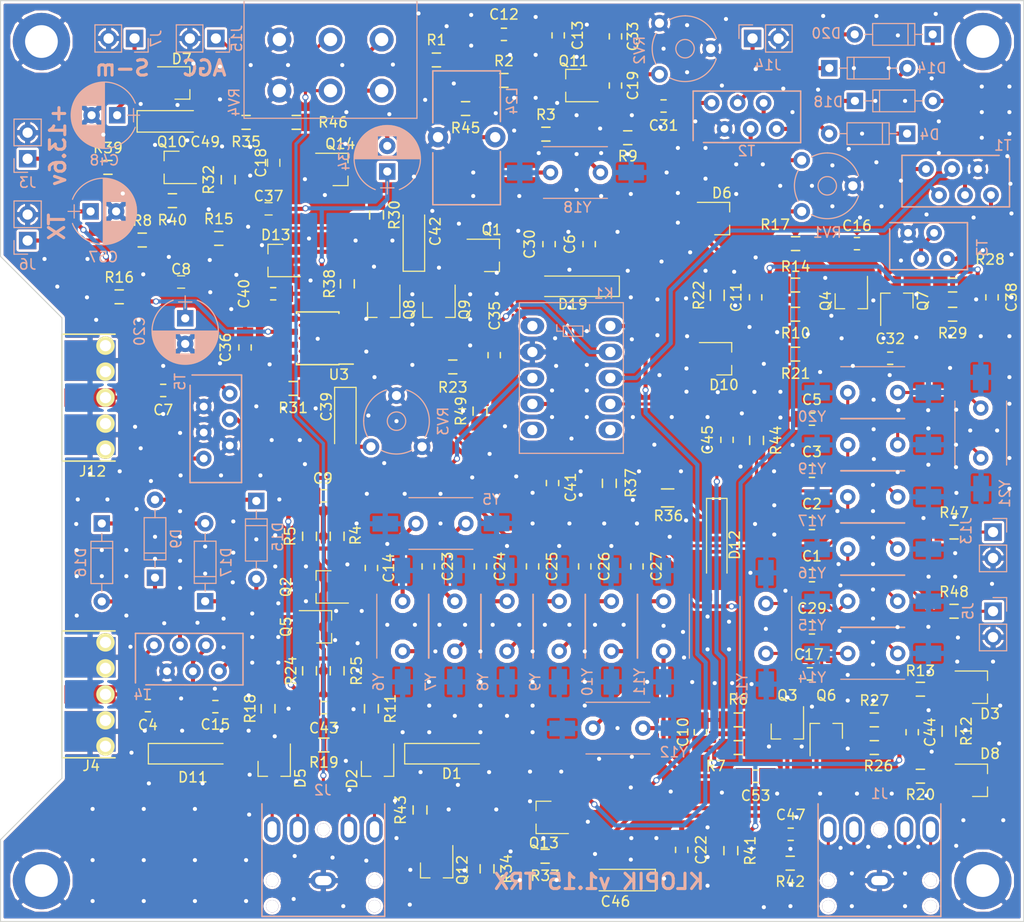
<source format=kicad_pcb>
(kicad_pcb (version 4) (host pcbnew 4.0.7-e2-6376~58~ubuntu14.04.1)
  (title_block (date 2017-12-27))
  (layers (0 F.Cu signal) (31 B.Cu signal) (34 B.Paste user) (35 F.Paste user) (36 B.SilkS user) (37 F.SilkS user) (38 B.Mask user) (39 F.Mask user) (44 Edge.Cuts user))
  (net 0 "")
  (net 1 GND)
  (net 2 "Net-(C11-Pad1)")
  (net 3 "Net-(Q1-Pad1)")
  (net 4 "Net-(C22-Pad2)")
  (net 5 "Net-(C23-Pad2)")
  (net 6 "Net-(Q3-Pad2)")
  (net 7 "Net-(D5-Pad1)")
  (net 8 "Net-(C19-Pad2)")
  (net 9 "Net-(C1-Pad2)")
  (net 10 "Net-(C2-Pad2)")
  (net 11 "Net-(C3-Pad2)")
  (net 12 "Net-(C4-Pad2)")
  (net 13 "Net-(C5-Pad2)")
  (net 14 "Net-(C8-Pad2)")
  (net 15 TX)
  (net 16 "Net-(C9-Pad1)")
  (net 17 "Net-(C10-Pad1)")
  (net 18 "Net-(C12-Pad2)")
  (net 19 "Net-(C13-Pad2)")
  (net 20 "Net-(C14-Pad2)")
  (net 21 "Net-(C14-Pad1)")
  (net 22 "Net-(C15-Pad1)")
  (net 23 "Net-(C16-Pad2)")
  (net 24 "Net-(C17-Pad1)")
  (net 25 "Net-(C17-Pad2)")
  (net 26 13.6V)
  (net 27 "Net-(C19-Pad1)")
  (net 28 "Net-(C20-Pad1)")
  (net 29 "Net-(C24-Pad2)")
  (net 30 "Net-(C25-Pad2)")
  (net 31 "Net-(C26-Pad2)")
  (net 32 "Net-(C27-Pad2)")
  (net 33 "Net-(C29-Pad2)")
  (net 34 RELAY)
  (net 35 "Net-(C32-Pad2)")
  (net 36 "Net-(C32-Pad1)")
  (net 37 "Net-(C34-Pad1)")
  (net 38 "Net-(C35-Pad2)")
  (net 39 "Net-(C36-Pad1)")
  (net 40 "Net-(C37-Pad1)")
  (net 41 "Net-(C38-Pad2)")
  (net 42 "Net-(C39-Pad1)")
  (net 43 "Net-(C39-Pad2)")
  (net 44 "Net-(C40-Pad1)")
  (net 45 "Net-(C41-Pad2)")
  (net 46 "Net-(C42-Pad1)")
  (net 47 "Net-(C43-Pad2)")
  (net 48 "Net-(C44-Pad2)")
  (net 49 "Net-(C45-Pad1)")
  (net 50 "Net-(C47-Pad2)")
  (net 51 "Net-(C53-Pad2)")
  (net 52 "Net-(C53-Pad1)")
  (net 53 "Net-(D1-Pad1)")
  (net 54 "Net-(D3-Pad2)")
  (net 55 "Net-(D14-Pad2)")
  (net 56 "Net-(D14-Pad1)")
  (net 57 "Net-(D6-Pad2)")
  (net 58 "Net-(D8-Pad1)")
  (net 59 "Net-(D11-Pad2)")
  (net 60 "Net-(D10-Pad1)")
  (net 61 "Net-(D12-Pad1)")
  (net 62 "Net-(L24-Pad2)")
  (net 63 "Net-(Q2-Pad2)")
  (net 64 "Net-(Q4-Pad2)")
  (net 65 "Net-(Q5-Pad2)")
  (net 66 "Net-(Q6-Pad2)")
  (net 67 "Net-(Q7-Pad2)")
  (net 68 "Net-(Q8-Pad3)")
  (net 69 "Net-(Q10-Pad1)")
  (net 70 "Net-(C4-Pad1)")
  (net 71 "Net-(C7-Pad1)")
  (net 72 "Net-(C15-Pad2)")
  (net 73 "Net-(C35-Pad1)")
  (net 74 "Net-(C45-Pad2)")
  (net 75 "Net-(C16-Pad1)")
  (net 76 "Net-(RV1-Pad3)")
  (net 77 "Net-(RV1-Pad1)")
  (net 78 "Net-(C31-Pad1)")
  (net 79 "Net-(D16-Pad1)")
  (net 80 "Net-(D16-Pad2)")
  (net 81 "Net-(T1-Pad1)")
  (net 82 "Net-(K1-Pad3)")
  (net 83 "Net-(C34-Pad2)")
  (net 84 "Net-(D2-Pad2)")
  (net 85 "Net-(C48-Pad1)")
  (net 86 "Net-(C49-Pad1)")
  (net 87 "Net-(C49-Pad2)")
  (net 88 "Net-(C47-Pad1)")
  (net 89 "Net-(Q12-Pad1)")
  (net 90 "Net-(C7-Pad2)")
  (net 91 "Net-(J2-Pad2)")
  (net 92 "Net-(Q14-Pad1)")
  (net 93 "Net-(C18-Pad2)")
  (net 94 "Net-(J6-Pad1)")
  (net 95 "Net-(J15-Pad1)")
  (net 96 "Net-(Q14-Pad3)")
  (net 97 "Net-(D15-Pad1)")
  (net 98 "Net-(D15-Pad2)")
  (net 99 "Net-(D18-Pad1)")
  (net 100 "Net-(D18-Pad2)")
  (net 101 "Net-(J13-Pad1)")
  (net 102 "Net-(R44-Pad2)")
  (net 103 "Net-(J5-Pad1)")
  (net 104 "Net-(R48-Pad1)")
  (module TRX_klopik:RFCONNECTOR (layer F.Cu) (at 65.4 109.8)
    (fp_text reference J4 (at -2.54 6.985) (layer F.SilkS))
    (fp_text value BPF hide)
    (pad 2 thru_hole circle (at -1.143 5.08) (size 1.8 1.8) (drill 1.1) (layers *.Cu *.Mask F.SilkS) (net 1 GND))
    (pad 2 thru_hole circle (at -1.143 -5.08) (size 1.8 1.8) (drill 1.1) (layers *.Cu *.Mask F.SilkS) (net 1 GND))
    (pad 1 smd rect (at -2.65 0) (size 5 1.8) (layers F.Cu F.Paste F.Mask) (net 12 "Net-(C4-Pad2)"))
    (pad 2 smd rect (at -2.65 -3.62) (size 5 3.96) (layers F.Cu F.Paste F.Mask) (net 1 GND))
    (pad 2 smd rect (at -2.65 3.62) (size 5 3.96) (layers F.Cu F.Paste F.Mask) (net 1 GND))
    (pad 2 smd rect (at -2.65 -3.62) (size 5 3.96) (layers B.Cu B.Paste B.Mask) (net 1 GND))
    (pad 2 smd rect (at -2.65 3.62) (size 5 3.96) (layers B.Cu B.Paste B.Mask) (net 1 GND))
    (pad 2 thru_hole circle (at -1.143 2.54) (size 1.8 1.8) (drill 1.1) (layers *.Cu *.Mask F.SilkS) (net 1 GND))
    (pad 2 thru_hole circle (at -1.143 -2.54) (size 1.8 1.8) (drill 1.1) (layers *.Cu *.Mask F.SilkS) (net 1 GND))
    (pad 1 thru_hole circle (at -1.143 0) (size 1.8 1.8) (drill 1.1) (layers *.Cu *.Mask F.SilkS) (net 12 "Net-(C4-Pad2)"))
  )
  (module TRX_klopik:HF_transf3 (layer B.Cu) (at 69 105)
    (fp_text reference T4 (at -1.15 4.85) (layer B.SilkS) (effects (justify mirror)))
    (fp_text value Transformer_1P_2S hide)
    (pad 1 thru_hole circle (at 0 0) (size 1.524 1.524) (drill 0.762) (layers *.Cu *.Mask) (net 70 "Net-(C4-Pad1)"))
    (pad 2 thru_hole circle (at 1.27 2.54) (size 1.524 1.524) (drill 0.762) (layers *.Cu *.Mask) (net 1 GND))
    (pad 3 thru_hole circle (at 2.54 0) (size 1.524 1.524) (drill 0.762) (layers *.Cu *.Mask) (net 80 "Net-(D16-Pad2)"))
    (pad 4 thru_hole circle (at 3.81 2.54) (size 1.524 1.524) (drill 0.762) (layers *.Cu *.Mask) (net 72 "Net-(C15-Pad2)"))
    (pad 5 thru_hole circle (at 5.08 0) (size 1.524 1.524) (drill 0.762) (layers *.Cu *.Mask) (net 72 "Net-(C15-Pad2)"))
    (pad 6 thru_hole circle (at 6.35 2.54) (size 1.524 1.524) (drill 0.762) (layers *.Cu *.Mask) (net 98 "Net-(D15-Pad2)"))
  )
  (module TRX_klopik:audio_jack_3_5mm_PJ307 (layer B.Cu) (at 85.55 128)
    (fp_text reference J2 (at -0.06 -8.84) (layer B.SilkS) (effects (justify mirror)))
    (fp_text value OUT hide)
    (pad 1 thru_hole oval (at 0 0) (size 2.5 1.6) (drill oval 1.6 0.9) (layers *.Cu *.Mask) (net 1 GND))
    (pad 6 thru_hole oval (at 0 -5) (size 1.2 1.2) (drill oval 1.2) (layers *.Cu *.Mask))
    (pad 2 thru_hole oval (at 5 -5) (size 1.6 2.5) (drill oval 0.9 1.6) (layers *.Cu *.Mask) (net 91 "Net-(J2-Pad2)"))
    (pad 3 thru_hole oval (at 2.5 -5) (size 1.6 2.5) (drill oval 0.9 1.6) (layers *.Cu *.Mask) (net 91 "Net-(J2-Pad2)"))
    (pad 4 thru_hole oval (at -2.5 -5) (size 1.6 2.5) (drill oval 0.9 1.6) (layers *.Cu *.Mask) (net 91 "Net-(J2-Pad2)"))
    (pad 5 thru_hole oval (at -5 -5) (size 1.6 2.5) (drill oval 0.9 1.6) (layers *.Cu *.Mask) (net 91 "Net-(J2-Pad2)"))
    (pad 7 thru_hole oval (at 5 0) (size 1.2 1.2) (drill oval 1.2) (layers *.Cu *.Mask))
    (pad 8 thru_hole oval (at -5 0) (size 1.2 1.2) (drill oval 1.2) (layers *.Cu *.Mask))
    (pad 9 thru_hole oval (at 5 2.5) (size 1.2 1.2) (drill oval 1.2) (layers *.Cu *.Mask))
    (pad 10 thru_hole oval (at -5 2.5) (size 1.2 1.2) (drill oval 1.2) (layers *.Cu *.Mask))
  )
  (module TRX_klopik:Crystal_HC49-U_Vertical (layer B.Cu) (at 136.8 90.5)
    (fp_text reference Y17 (at -3.5 2.35) (layer B.SilkS) (effects (justify mirror)))
    (fp_text value 8.867Mhz hide)
    (pad 1 thru_hole circle (at 0 0) (size 1.5 1.5) (drill 0.8) (layers *.Cu *.Mask) (net 10 "Net-(C2-Pad2)"))
    (pad 2 thru_hole circle (at 4.88 0) (size 1.5 1.5) (drill 0.8) (layers *.Cu *.Mask) (net 11 "Net-(C3-Pad2)"))
    (pad 3 smd rect (at 7.88 0) (size 2.5 1.524) (layers B.Cu B.Paste B.Mask) (net 1 GND))
    (pad 4 smd rect (at -3 0.03) (size 2.5 1.524) (layers B.Cu B.Paste B.Mask) (net 1 GND))
  )
  (module TRX_klopik:C_1206_0603 (layer F.Cu) (at 133.3 103.3)
    (fp_text reference C29 (at 0 -1.9) (layer F.SilkS))
    (fp_text value 56 hide)
    (pad 2 smd rect (at 1.15 0) (size 1.6 1.6) (layers F.Cu F.Paste F.Mask) (net 33 "Net-(C29-Pad2)"))
    (pad 1 smd rect (at -1.15 0) (size 1.6 1.6) (layers F.Cu F.Paste F.Mask) (net 1 GND))
  )
  (module TRX_klopik:C_1206_0603 (layer F.Cu) (at 107.95 89.15 270)
    (fp_text reference C41 (at 0.425 -1.775 270) (layer F.SilkS))
    (fp_text value 100nF hide)
    (pad 2 smd rect (at 1.15 0 270) (size 1.6 1.6) (layers F.Cu F.Paste F.Mask) (net 45 "Net-(C41-Pad2)"))
    (pad 1 smd rect (at -1.15 0 270) (size 1.6 1.6) (layers F.Cu F.Paste F.Mask) (net 1 GND))
  )
  (module TRX_klopik:C_1206_0603 (layer F.Cu) (at 85.6 111.1)
    (fp_text reference C43 (at 0 2 180) (layer F.SilkS))
    (fp_text value 100nF hide)
    (pad 2 smd rect (at 1.15 0) (size 1.6 1.6) (layers F.Cu F.Paste F.Mask) (net 47 "Net-(C43-Pad2)"))
    (pad 1 smd rect (at -1.15 0) (size 1.6 1.6) (layers F.Cu F.Paste F.Mask) (net 15 TX))
  )
  (module TRX_klopik:C_1206_0603 (layer F.Cu) (at 143.1 113.5 90)
    (fp_text reference C44 (at 0 1.75 90) (layer F.SilkS))
    (fp_text value 100nF hide)
    (pad 2 smd rect (at 1.15 0 90) (size 1.6 1.6) (layers F.Cu F.Paste F.Mask) (net 48 "Net-(C44-Pad2)"))
    (pad 1 smd rect (at -1.15 0 90) (size 1.6 1.6) (layers F.Cu F.Paste F.Mask) (net 15 TX))
  )
  (module TRX_klopik:C_1206_0603 (layer F.Cu) (at 127.8 117.8 180)
    (fp_text reference C53 (at 0 -1.9 180) (layer F.SilkS))
    (fp_text value 100nF hide)
    (pad 2 smd rect (at 1.15 0 180) (size 1.6 1.6) (layers F.Cu F.Paste F.Mask) (net 51 "Net-(C53-Pad2)"))
    (pad 1 smd rect (at -1.15 0 180) (size 1.6 1.6) (layers F.Cu F.Paste F.Mask) (net 52 "Net-(C53-Pad1)"))
  )
  (module TO_SOT_Packages_SMD:SOT-23_Handsoldering (layer F.Cu) (at 149.7 118.2)
    (fp_text reference D8 (at 1 -2.6 180) (layer F.SilkS))
    (fp_text value BAV99 hide)
    (pad 1 smd rect (at -1.5 -0.95) (size 1.9 0.8) (layers F.Cu F.Paste F.Mask) (net 58 "Net-(D8-Pad1)"))
    (pad 2 smd rect (at -1.5 0.95) (size 1.9 0.8) (layers F.Cu F.Paste F.Mask) (net 1 GND))
    (pad 3 smd rect (at 1.5 0) (size 1.9 0.8) (layers F.Cu F.Paste F.Mask))
  )
  (module Diodes_SMD:D_MiniMELF_Handsoldering (layer F.Cu) (at 73 115.6)
    (fp_text reference D11 (at -0.2 2.3) (layer F.SilkS))
    (fp_text value LL4148 hide)
    (pad 1 smd rect (at -2.75 0) (size 3.3 1.7) (layers F.Cu F.Paste F.Mask) (net 1 GND))
    (pad 2 smd rect (at 2.75 0) (size 3.3 1.7) (layers F.Cu F.Paste F.Mask) (net 59 "Net-(D11-Pad2)"))
  )
  (module TO_SOT_Packages_SMD:SOT-23_Handsoldering (layer F.Cu) (at 134.7 113.4 90)
    (fp_text reference Q6 (at 3.5 0 360) (layer F.SilkS))
    (fp_text value BC847 hide)
    (pad 1 smd rect (at -1.5 -0.95 90) (size 1.9 0.8) (layers F.Cu F.Paste F.Mask) (net 52 "Net-(C53-Pad1)"))
    (pad 2 smd rect (at -1.5 0.95 90) (size 1.9 0.8) (layers F.Cu F.Paste F.Mask) (net 66 "Net-(Q6-Pad2)"))
    (pad 3 smd rect (at 1.5 0 90) (size 1.9 0.8) (layers F.Cu F.Paste F.Mask) (net 24 "Net-(C17-Pad1)"))
  )
  (module TRX_klopik:R_1206_0603 (layer F.Cu) (at 113.5 89.175 90)
    (fp_text reference R37 (at 0.025 2.1 90) (layer F.SilkS))
    (fp_text value 1M hide)
    (pad 1 smd rect (at -1.2 0 180) (size 1.7 1.4) (layers F.Cu F.Paste F.Mask) (net 45 "Net-(C41-Pad2)"))
    (pad 2 smd rect (at 1.2 0 90) (size 1.4 1.7) (layers F.Cu F.Paste F.Mask) (net 1 GND))
  )
  (module Mounting_Holes:MountingHole_3.2mm_M3_DIN965_Pad (layer F.Cu) (at 150 46)
    (fp_text reference J8 hide)
    (fp_text value Conn_01x01 hide)
    (pad 1 thru_hole circle (at 0 0) (size 5.6 5.6) (drill 3.2) (layers *.Cu *.Mask) (net 1 GND))
  )
  (module TRX_klopik:C_1206_0603 (layer F.Cu) (at 75 111 180)
    (fp_text reference C15 (at 0 -1.75 180) (layer F.SilkS))
    (fp_text value 100nF hide)
    (pad 2 smd rect (at 1.15 0 180) (size 1.6 1.6) (layers F.Cu F.Paste F.Mask) (net 72 "Net-(C15-Pad2)"))
    (pad 1 smd rect (at -1.15 0 180) (size 1.6 1.6) (layers F.Cu F.Paste F.Mask) (net 22 "Net-(C15-Pad1)"))
  )
  (module TRX_klopik:audio_jack_3_5mm_PJ307 (layer B.Cu) (at 139.9 128)
    (fp_text reference J1 (at 0.01 -8.49 180) (layer B.SilkS) (effects (justify mirror)))
    (fp_text value MIC hide)
    (pad 1 thru_hole oval (at 0 0) (size 2.5 1.6) (drill oval 1.6 0.9) (layers *.Cu *.Mask) (net 1 GND))
    (pad 6 thru_hole oval (at 0 -5) (size 1.2 1.2) (drill oval 1.2) (layers *.Cu *.Mask))
    (pad 2 thru_hole oval (at 5 -5) (size 1.6 2.5) (drill oval 0.9 1.6) (layers *.Cu *.Mask) (net 50 "Net-(C47-Pad2)"))
    (pad 3 thru_hole oval (at 2.5 -5) (size 1.6 2.5) (drill oval 0.9 1.6) (layers *.Cu *.Mask) (net 50 "Net-(C47-Pad2)"))
    (pad 4 thru_hole oval (at -2.5 -5) (size 1.6 2.5) (drill oval 0.9 1.6) (layers *.Cu *.Mask) (net 50 "Net-(C47-Pad2)"))
    (pad 5 thru_hole oval (at -5 -5) (size 1.6 2.5) (drill oval 0.9 1.6) (layers *.Cu *.Mask) (net 50 "Net-(C47-Pad2)"))
    (pad 7 thru_hole oval (at 5 0) (size 1.2 1.2) (drill oval 1.2) (layers *.Cu *.Mask))
    (pad 8 thru_hole oval (at -5 0) (size 1.2 1.2) (drill oval 1.2) (layers *.Cu *.Mask))
    (pad 9 thru_hole oval (at 5 2.5) (size 1.2 1.2) (drill oval 1.2) (layers *.Cu *.Mask))
    (pad 10 thru_hole oval (at -5 2.5) (size 1.2 1.2) (drill oval 1.2) (layers *.Cu *.Mask))
  )
  (module Mounting_Holes:MountingHole_3.2mm_M3_DIN965_Pad (layer F.Cu) (at 150 128)
    (fp_text reference J9 hide)
    (fp_text value Conn_01x01 hide)
    (pad 1 thru_hole circle (at 0 0) (size 5.6 5.6) (drill 3.2) (layers *.Cu *.Mask) (net 1 GND))
  )
  (module Mounting_Holes:MountingHole_3.2mm_M3_DIN965_Pad (layer B.Cu) (at 58 128 180)
    (fp_text reference J10 hide)
    (fp_text value Conn_01x01 hide)
    (pad 1 thru_hole circle (at 0 0 180) (size 5.6 5.6) (drill 3.2) (layers *.Cu *.Mask) (net 1 GND))
  )
  (module Mounting_Holes:MountingHole_3.2mm_M3_DIN965_Pad (layer B.Cu) (at 58 46 270)
    (fp_text reference J11 hide)
    (fp_text value Conn_01x01 hide)
    (pad 1 thru_hole circle (at 0 0 270) (size 5.6 5.6) (drill 3.2) (layers *.Cu *.Mask) (net 1 GND))
  )
  (module TRX_klopik:R_1206_0603 (layer F.Cu) (at 86.9 107.5 270)
    (fp_text reference R25 (at 0 -1.9 450) (layer F.SilkS))
    (fp_text value 20 hide)
    (pad 1 smd rect (at -1.2 0) (size 1.7 1.4) (layers F.Cu F.Paste F.Mask) (net 65 "Net-(Q5-Pad2)"))
    (pad 2 smd rect (at 1.2 0 270) (size 1.4 1.7) (layers F.Cu F.Paste F.Mask) (net 47 "Net-(C43-Pad2)"))
  )
  (module TRX_klopik:C_1206_0603 (layer F.Cu) (at 122.4 113.5 270)
    (fp_text reference C10 (at 0 1.7 270) (layer F.SilkS))
    (fp_text value 100nF hide)
    (pad 2 smd rect (at 1.15 0 270) (size 1.6 1.6) (layers F.Cu F.Paste F.Mask) (net 15 TX))
    (pad 1 smd rect (at -1.15 0 270) (size 1.6 1.6) (layers F.Cu F.Paste F.Mask) (net 17 "Net-(C10-Pad1)"))
  )
  (module Diodes_SMD:D_MiniMELF_Handsoldering (layer F.Cu) (at 98.05 115.6)
    (fp_text reference D1 (at 0.05 1.95) (layer F.SilkS))
    (fp_text value LL4148 hide)
    (pad 1 smd rect (at -2.75 0) (size 3.3 1.7) (layers F.Cu F.Paste F.Mask) (net 53 "Net-(D1-Pad1)"))
    (pad 2 smd rect (at 2.75 0) (size 3.3 1.7) (layers F.Cu F.Paste F.Mask) (net 26 13.6V))
  )
  (module TRX_klopik:Crystal_HC49-U_Vertical (layer B.Cu) (at 111.9 113.1)
    (fp_text reference Y12 (at 7.9 2.35) (layer B.SilkS) (effects (justify mirror)))
    (fp_text value 8.867Mhz hide)
    (pad 1 thru_hole circle (at 0 0) (size 1.5 1.5) (drill 0.8) (layers *.Cu *.Mask) (net 32 "Net-(C27-Pad2)"))
    (pad 2 thru_hole circle (at 4.88 0) (size 1.5 1.5) (drill 0.8) (layers *.Cu *.Mask) (net 51 "Net-(C53-Pad2)"))
    (pad 3 smd rect (at 7.88 0) (size 2.5 1.524) (layers B.Cu B.Paste B.Mask) (net 1 GND))
    (pad 4 smd rect (at -3 0.03) (size 2.5 1.524) (layers B.Cu B.Paste B.Mask) (net 1 GND))
  )
  (module TRX_klopik:R_1206_0603 (layer F.Cu) (at 86.9 94.35 270)
    (fp_text reference R4 (at -0.1 -1.8 270) (layer F.SilkS))
    (fp_text value 10 hide)
    (pad 1 smd rect (at -1.2 0) (size 1.7 1.4) (layers F.Cu F.Paste F.Mask) (net 16 "Net-(C9-Pad1)"))
    (pad 2 smd rect (at 1.2 0 270) (size 1.4 1.7) (layers F.Cu F.Paste F.Mask) (net 63 "Net-(Q2-Pad2)"))
  )
  (module TRX_klopik:R_1206_0603 (layer F.Cu) (at 84.2 94.35 270)
    (fp_text reference R5 (at 0 1.9 270) (layer F.SilkS))
    (fp_text value 75 hide)
    (pad 1 smd rect (at -1.2 0) (size 1.7 1.4) (layers F.Cu F.Paste F.Mask) (net 15 TX))
    (pad 2 smd rect (at 1.2 0 270) (size 1.4 1.7) (layers F.Cu F.Paste F.Mask) (net 63 "Net-(Q2-Pad2)"))
  )
  (module TRX_klopik:R_1206_0603 (layer F.Cu) (at 126.1 112.3)
    (fp_text reference R6 (at 0 -2 180) (layer F.SilkS))
    (fp_text value 33 hide)
    (pad 1 smd rect (at -1.2 0 90) (size 1.7 1.4) (layers F.Cu F.Paste F.Mask) (net 17 "Net-(C10-Pad1)"))
    (pad 2 smd rect (at 1.2 0) (size 1.4 1.7) (layers F.Cu F.Paste F.Mask) (net 6 "Net-(Q3-Pad2)"))
  )
  (module TRX_klopik:Crystal_HC49-U_Vertical (layer B.Cu) (at 118.8 100.7 270)
    (fp_text reference Y11 (at 7.9 2.35 270) (layer B.SilkS) (effects (justify mirror)))
    (fp_text value 8.867Mhz hide)
    (pad 1 thru_hole circle (at 0 0 270) (size 1.5 1.5) (drill 0.8) (layers *.Cu *.Mask) (net 32 "Net-(C27-Pad2)"))
    (pad 2 thru_hole circle (at 4.88 0 270) (size 1.5 1.5) (drill 0.8) (layers *.Cu *.Mask) (net 51 "Net-(C53-Pad2)"))
    (pad 3 smd rect (at 7.88 0 270) (size 2.5 1.524) (layers B.Cu B.Paste B.Mask) (net 1 GND))
    (pad 4 smd rect (at -3 0.03 270) (size 2.5 1.524) (layers B.Cu B.Paste B.Mask) (net 1 GND))
  )
  (module TO_SOT_Packages_SMD:SOT-23_Handsoldering (layer F.Cu) (at 85.6 99.3 180)
    (fp_text reference Q2 (at 3.7 0 450) (layer F.SilkS))
    (fp_text value BC857 hide)
    (pad 1 smd rect (at -1.5 -0.95 180) (size 1.9 0.8) (layers F.Cu F.Paste F.Mask) (net 21 "Net-(C14-Pad1)"))
    (pad 2 smd rect (at -1.5 0.95 180) (size 1.9 0.8) (layers F.Cu F.Paste F.Mask) (net 63 "Net-(Q2-Pad2)"))
    (pad 3 smd rect (at 1.5 0 180) (size 1.9 0.8) (layers F.Cu F.Paste F.Mask) (net 22 "Net-(C15-Pad1)"))
  )
  (module TRX_klopik:R_1206_0603 (layer F.Cu) (at 126.1 115)
    (fp_text reference R7 (at -2.2 1.8 180) (layer F.SilkS))
    (fp_text value 68 hide)
    (pad 1 smd rect (at -1.2 0 90) (size 1.7 1.4) (layers F.Cu F.Paste F.Mask) (net 15 TX))
    (pad 2 smd rect (at 1.2 0) (size 1.4 1.7) (layers F.Cu F.Paste F.Mask) (net 6 "Net-(Q3-Pad2)"))
  )
  (module TRX_klopik:Crystal_HC49-U_Vertical (layer B.Cu) (at 113.7 100.7 270)
    (fp_text reference Y10 (at 7.9 2.35 270) (layer B.SilkS) (effects (justify mirror)))
    (fp_text value 8.867Mhz hide)
    (pad 1 thru_hole circle (at 0 0 270) (size 1.5 1.5) (drill 0.8) (layers *.Cu *.Mask) (net 31 "Net-(C26-Pad2)"))
    (pad 2 thru_hole circle (at 4.88 0 270) (size 1.5 1.5) (drill 0.8) (layers *.Cu *.Mask) (net 32 "Net-(C27-Pad2)"))
    (pad 3 smd rect (at 7.88 0 270) (size 2.5 1.524) (layers B.Cu B.Paste B.Mask) (net 1 GND))
    (pad 4 smd rect (at -3 0.03 270) (size 2.5 1.524) (layers B.Cu B.Paste B.Mask) (net 1 GND))
  )
  (module TRX_klopik:Crystal_HC49-U_Vertical (layer B.Cu) (at 108.6 100.7 270)
    (fp_text reference Y9 (at 7.9 2.35 270) (layer B.SilkS) (effects (justify mirror)))
    (fp_text value 8.867Mhz hide)
    (pad 1 thru_hole circle (at 0 0 270) (size 1.5 1.5) (drill 0.8) (layers *.Cu *.Mask) (net 30 "Net-(C25-Pad2)"))
    (pad 2 thru_hole circle (at 4.88 0 270) (size 1.5 1.5) (drill 0.8) (layers *.Cu *.Mask) (net 31 "Net-(C26-Pad2)"))
    (pad 3 smd rect (at 7.88 0 270) (size 2.5 1.524) (layers B.Cu B.Paste B.Mask) (net 1 GND))
    (pad 4 smd rect (at -3 0.03 270) (size 2.5 1.524) (layers B.Cu B.Paste B.Mask) (net 1 GND))
  )
  (module TRX_klopik:Crystal_HC49-U_Vertical (layer B.Cu) (at 103.5 100.7 270)
    (fp_text reference Y8 (at 7.9 2.35 270) (layer B.SilkS) (effects (justify mirror)))
    (fp_text value 8.867Mhz hide)
    (pad 1 thru_hole circle (at 0 0 270) (size 1.5 1.5) (drill 0.8) (layers *.Cu *.Mask) (net 29 "Net-(C24-Pad2)"))
    (pad 2 thru_hole circle (at 4.88 0 270) (size 1.5 1.5) (drill 0.8) (layers *.Cu *.Mask) (net 30 "Net-(C25-Pad2)"))
    (pad 3 smd rect (at 7.88 0 270) (size 2.5 1.524) (layers B.Cu B.Paste B.Mask) (net 1 GND))
    (pad 4 smd rect (at -3 0.03 270) (size 2.5 1.524) (layers B.Cu B.Paste B.Mask) (net 1 GND))
  )
  (module TO_SOT_Packages_SMD:SOT-23_Handsoldering (layer F.Cu) (at 85.6 103.2)
    (fp_text reference Q5 (at -3.7 0 270) (layer F.SilkS))
    (fp_text value BC847 hide)
    (pad 1 smd rect (at -1.5 -0.95) (size 1.9 0.8) (layers F.Cu F.Paste F.Mask) (net 22 "Net-(C15-Pad1)"))
    (pad 2 smd rect (at -1.5 0.95) (size 1.9 0.8) (layers F.Cu F.Paste F.Mask) (net 65 "Net-(Q5-Pad2)"))
    (pad 3 smd rect (at 1.5 0) (size 1.9 0.8) (layers F.Cu F.Paste F.Mask) (net 21 "Net-(C14-Pad1)"))
  )
  (module TRX_klopik:R_1206_0603 (layer F.Cu) (at 80.15 111.2 270)
    (fp_text reference R18 (at 0 1.75 270) (layer F.SilkS))
    (fp_text value 51 hide)
    (pad 1 smd rect (at -1.2 0) (size 1.7 1.4) (layers F.Cu F.Paste F.Mask) (net 22 "Net-(C15-Pad1)"))
    (pad 2 smd rect (at 1.2 0 270) (size 1.4 1.7) (layers F.Cu F.Paste F.Mask) (net 7 "Net-(D5-Pad1)"))
  )
  (module TRX_klopik:Crystal_HC49-U_Vertical (layer B.Cu) (at 98.4 100.7 270)
    (fp_text reference Y7 (at 7.9 2.35 270) (layer B.SilkS) (effects (justify mirror)))
    (fp_text value 8.867Mhz hide)
    (pad 1 thru_hole circle (at 0 0 270) (size 1.5 1.5) (drill 0.8) (layers *.Cu *.Mask) (net 5 "Net-(C23-Pad2)"))
    (pad 2 thru_hole circle (at 4.88 0 270) (size 1.5 1.5) (drill 0.8) (layers *.Cu *.Mask) (net 29 "Net-(C24-Pad2)"))
    (pad 3 smd rect (at 7.88 0 270) (size 2.5 1.524) (layers B.Cu B.Paste B.Mask) (net 1 GND))
    (pad 4 smd rect (at -3 0.03 270) (size 2.5 1.524) (layers B.Cu B.Paste B.Mask) (net 1 GND))
  )
  (module TRX_klopik:Crystal_HC49-U_Vertical (layer B.Cu) (at 93.3 100.7 270)
    (fp_text reference Y6 (at 7.9 2.35 270) (layer B.SilkS) (effects (justify mirror)))
    (fp_text value 8.867Mhz hide)
    (pad 1 thru_hole circle (at 0 0 270) (size 1.5 1.5) (drill 0.8) (layers *.Cu *.Mask) (net 20 "Net-(C14-Pad2)"))
    (pad 2 thru_hole circle (at 4.88 0 270) (size 1.5 1.5) (drill 0.8) (layers *.Cu *.Mask) (net 5 "Net-(C23-Pad2)"))
    (pad 3 smd rect (at 7.88 0 270) (size 2.5 1.524) (layers B.Cu B.Paste B.Mask) (net 1 GND))
    (pad 4 smd rect (at -3 0.03 270) (size 2.5 1.524) (layers B.Cu B.Paste B.Mask) (net 1 GND))
  )
  (module TRX_klopik:Crystal_HC49-U_Vertical (layer B.Cu) (at 94.6 93.1)
    (fp_text reference Y5 (at 7.38 -2.35) (layer B.SilkS) (effects (justify mirror)))
    (fp_text value 8.867Mhz hide)
    (pad 1 thru_hole circle (at 0 0) (size 1.5 1.5) (drill 0.8) (layers *.Cu *.Mask) (net 20 "Net-(C14-Pad2)"))
    (pad 2 thru_hole circle (at 4.88 0) (size 1.5 1.5) (drill 0.8) (layers *.Cu *.Mask) (net 5 "Net-(C23-Pad2)"))
    (pad 3 smd rect (at 7.88 0) (size 2.5 1.524) (layers B.Cu B.Paste B.Mask) (net 1 GND))
    (pad 4 smd rect (at -3 0.03) (size 2.5 1.524) (layers B.Cu B.Paste B.Mask) (net 1 GND))
  )
  (module TRX_klopik:C_1206_0603 (layer F.Cu) (at 133.3 82.9)
    (fp_text reference C5 (at 0 -1.9) (layer F.SilkS))
    (fp_text value 56 hide)
    (pad 2 smd rect (at 1.15 0) (size 1.6 1.6) (layers F.Cu F.Paste F.Mask) (net 13 "Net-(C5-Pad2)"))
    (pad 1 smd rect (at -1.15 0) (size 1.6 1.6) (layers F.Cu F.Paste F.Mask) (net 1 GND))
  )
  (module TRX_klopik:C_1206_0603 (layer F.Cu) (at 69.9 80.1 180)
    (fp_text reference C7 (at 0 -1.9 180) (layer F.SilkS))
    (fp_text value 100nF hide)
    (pad 2 smd rect (at 1.15 0 180) (size 1.6 1.6) (layers F.Cu F.Paste F.Mask) (net 90 "Net-(C7-Pad2)"))
    (pad 1 smd rect (at -1.15 0 180) (size 1.6 1.6) (layers F.Cu F.Paste F.Mask) (net 71 "Net-(C7-Pad1)"))
  )
  (module TRX_klopik:C_1206_0603 (layer F.Cu) (at 85.6 90.4 180)
    (fp_text reference C9 (at 0.1 1.7 180) (layer F.SilkS))
    (fp_text value 100nF hide)
    (pad 2 smd rect (at 1.15 0 180) (size 1.6 1.6) (layers F.Cu F.Paste F.Mask) (net 15 TX))
    (pad 1 smd rect (at -1.15 0 180) (size 1.6 1.6) (layers F.Cu F.Paste F.Mask) (net 16 "Net-(C9-Pad1)"))
  )
  (module TRX_klopik:C_1206_0603 (layer F.Cu) (at 90.25 97.45 90)
    (fp_text reference C14 (at 0 1.7 270) (layer F.SilkS))
    (fp_text value 100nF hide)
    (pad 2 smd rect (at 1.15 0 90) (size 1.6 1.6) (layers F.Cu F.Paste F.Mask) (net 20 "Net-(C14-Pad2)"))
    (pad 1 smd rect (at -1.15 0 90) (size 1.6 1.6) (layers F.Cu F.Paste F.Mask) (net 21 "Net-(C14-Pad1)"))
  )
  (module TRX_klopik:C_1206_0603 (layer F.Cu) (at 95.8 97.3 270)
    (fp_text reference C23 (at 0 -1.9 270) (layer F.SilkS))
    (fp_text value 62 hide)
    (pad 2 smd rect (at 1.15 0 270) (size 1.6 1.6) (layers F.Cu F.Paste F.Mask) (net 5 "Net-(C23-Pad2)"))
    (pad 1 smd rect (at -1.15 0 270) (size 1.6 1.6) (layers F.Cu F.Paste F.Mask) (net 1 GND))
  )
  (module TRX_klopik:C_1206_0603 (layer F.Cu) (at 106 97.3 270)
    (fp_text reference C25 (at 0 -1.9 270) (layer F.SilkS))
    (fp_text value 62 hide)
    (pad 2 smd rect (at 1.15 0 270) (size 1.6 1.6) (layers F.Cu F.Paste F.Mask) (net 30 "Net-(C25-Pad2)"))
    (pad 1 smd rect (at -1.15 0 270) (size 1.6 1.6) (layers F.Cu F.Paste F.Mask) (net 1 GND))
  )
  (module TRX_klopik:C_1206_0603 (layer F.Cu) (at 111.1 97.3 270)
    (fp_text reference C26 (at 0 -1.9 270) (layer F.SilkS))
    (fp_text value 62 hide)
    (pad 2 smd rect (at 1.15 0 270) (size 1.6 1.6) (layers F.Cu F.Paste F.Mask) (net 31 "Net-(C26-Pad2)"))
    (pad 1 smd rect (at -1.15 0 270) (size 1.6 1.6) (layers F.Cu F.Paste F.Mask) (net 1 GND))
  )
  (module TO_SOT_Packages_SMD:SOT-23_Handsoldering (layer F.Cu) (at 149.7 109.1)
    (fp_text reference D3 (at 1 2.6) (layer F.SilkS))
    (fp_text value BAV99 hide)
    (pad 1 smd rect (at -1.5 -0.95) (size 1.9 0.8) (layers F.Cu F.Paste F.Mask) (net 26 13.6V))
    (pad 2 smd rect (at -1.5 0.95) (size 1.9 0.8) (layers F.Cu F.Paste F.Mask) (net 54 "Net-(D3-Pad2)"))
    (pad 3 smd rect (at 1.5 0) (size 1.9 0.8) (layers F.Cu F.Paste F.Mask))
  )
  (module TO_SOT_Packages_SMD:SOT-23_Handsoldering (layer F.Cu) (at 130.9 113.4 270)
    (fp_text reference Q3 (at -3.5 0 540) (layer F.SilkS))
    (fp_text value BC857 hide)
    (pad 1 smd rect (at -1.5 -0.95 270) (size 1.9 0.8) (layers F.Cu F.Paste F.Mask) (net 24 "Net-(C17-Pad1)"))
    (pad 2 smd rect (at -1.5 0.95 270) (size 1.9 0.8) (layers F.Cu F.Paste F.Mask) (net 6 "Net-(Q3-Pad2)"))
    (pad 3 smd rect (at 1.5 0 270) (size 1.9 0.8) (layers F.Cu F.Paste F.Mask) (net 52 "Net-(C53-Pad1)"))
  )
  (module TRX_klopik:R_1206_0603 (layer F.Cu) (at 90.25 111.2 90)
    (fp_text reference R11 (at 0 1.85 90) (layer F.SilkS))
    (fp_text value 270 hide)
    (pad 1 smd rect (at -1.2 0 180) (size 1.7 1.4) (layers F.Cu F.Paste F.Mask) (net 84 "Net-(D2-Pad2)"))
    (pad 2 smd rect (at 1.2 0 90) (size 1.4 1.7) (layers F.Cu F.Paste F.Mask) (net 21 "Net-(C14-Pad1)"))
  )
  (module TRX_klopik:R_0603_HandSoldering (layer F.Cu) (at 146.7 113.4 270)
    (fp_text reference R12 (at 0 -1.7 270) (layer F.SilkS))
    (fp_text value 4k7 hide)
    (pad 1 smd rect (at -1.1 0 270) (size 1.2 0.9) (layers F.Cu F.Paste F.Mask) (net 54 "Net-(D3-Pad2)"))
    (pad 2 smd rect (at 1.1 0 270) (size 1.2 0.9) (layers F.Cu F.Paste F.Mask) (net 58 "Net-(D8-Pad1)"))
  )
  (module TRX_klopik:R_0603_HandSoldering (layer F.Cu) (at 85.6 114.75 180)
    (fp_text reference R19 (at 0 -1.7 180) (layer F.SilkS))
    (fp_text value 4.7k hide)
    (pad 1 smd rect (at -1.1 0 180) (size 1.2 0.9) (layers F.Cu F.Paste F.Mask) (net 84 "Net-(D2-Pad2)"))
    (pad 2 smd rect (at 1.1 0 180) (size 1.2 0.9) (layers F.Cu F.Paste F.Mask) (net 7 "Net-(D5-Pad1)"))
  )
  (module TRX_klopik:R_1206_0603 (layer F.Cu) (at 143.9 117.8)
    (fp_text reference R20 (at 0 1.8) (layer F.SilkS))
    (fp_text value 270 hide)
    (pad 1 smd rect (at -1.2 0 90) (size 1.7 1.4) (layers F.Cu F.Paste F.Mask) (net 52 "Net-(C53-Pad1)"))
    (pad 2 smd rect (at 1.2 0) (size 1.4 1.7) (layers F.Cu F.Paste F.Mask) (net 58 "Net-(D8-Pad1)"))
  )
  (module TRX_klopik:R_1206_0603 (layer F.Cu) (at 84.2 107.5 270)
    (fp_text reference R24 (at 0 1.8 270) (layer F.SilkS))
    (fp_text value 75 hide)
    (pad 1 smd rect (at -1.2 0) (size 1.7 1.4) (layers F.Cu F.Paste F.Mask) (net 65 "Net-(Q5-Pad2)"))
    (pad 2 smd rect (at 1.2 0 270) (size 1.4 1.7) (layers F.Cu F.Paste F.Mask) (net 15 TX))
  )
  (module TRX_klopik:Crystal_HC49-U_Vertical (layer B.Cu) (at 128.8 105.8 90)
    (fp_text reference Y13 (at -3.3 -2.31 90) (layer B.SilkS) (effects (justify mirror)))
    (fp_text value 8.867Mhz hide)
    (pad 1 thru_hole circle (at 0 0 90) (size 1.5 1.5) (drill 0.8) (layers *.Cu *.Mask) (net 25 "Net-(C17-Pad2)"))
    (pad 2 thru_hole circle (at 4.88 0 90) (size 1.5 1.5) (drill 0.8) (layers *.Cu *.Mask) (net 33 "Net-(C29-Pad2)"))
    (pad 3 smd rect (at 7.88 0 90) (size 2.5 1.524) (layers B.Cu B.Paste B.Mask) (net 1 GND))
    (pad 4 smd rect (at -3 0.03 90) (size 2.5 1.524) (layers B.Cu B.Paste B.Mask) (net 1 GND))
  )
  (module TRX_klopik:Crystal_HC49-U_Vertical (layer B.Cu) (at 136.8 105.8)
    (fp_text reference Y14 (at -3.5 2.35) (layer B.SilkS) (effects (justify mirror)))
    (fp_text value 8.867Mhz hide)
    (pad 1 thru_hole circle (at 0 0) (size 1.5 1.5) (drill 0.8) (layers *.Cu *.Mask) (net 25 "Net-(C17-Pad2)"))
    (pad 2 thru_hole circle (at 4.88 0) (size 1.5 1.5) (drill 0.8) (layers *.Cu *.Mask) (net 33 "Net-(C29-Pad2)"))
    (pad 3 smd rect (at 7.88 0) (size 2.5 1.524) (layers B.Cu B.Paste B.Mask) (net 1 GND))
    (pad 4 smd rect (at -3 0.03) (size 2.5 1.524) (layers B.Cu B.Paste B.Mask) (net 1 GND))
  )
  (module TRX_klopik:Crystal_HC49-U_Vertical (layer B.Cu) (at 136.8 100.7)
    (fp_text reference Y15 (at -3.5 2.35) (layer B.SilkS) (effects (justify mirror)))
    (fp_text value 8.867Mhz hide)
    (pad 1 thru_hole circle (at 0 0) (size 1.5 1.5) (drill 0.8) (layers *.Cu *.Mask) (net 33 "Net-(C29-Pad2)"))
    (pad 2 thru_hole circle (at 4.88 0) (size 1.5 1.5) (drill 0.8) (layers *.Cu *.Mask) (net 9 "Net-(C1-Pad2)"))
    (pad 3 smd rect (at 7.88 0) (size 2.5 1.524) (layers B.Cu B.Paste B.Mask) (net 1 GND))
    (pad 4 smd rect (at -3 0.03) (size 2.5 1.524) (layers B.Cu B.Paste B.Mask) (net 1 GND))
  )
  (module TRX_klopik:Crystal_HC49-U_Vertical (layer B.Cu) (at 136.8 95.6)
    (fp_text reference Y16 (at -3.5 2.35) (layer B.SilkS) (effects (justify mirror)))
    (fp_text value 8.867Mhz hide)
    (pad 1 thru_hole circle (at 0 0) (size 1.5 1.5) (drill 0.8) (layers *.Cu *.Mask) (net 9 "Net-(C1-Pad2)"))
    (pad 2 thru_hole circle (at 4.88 0) (size 1.5 1.5) (drill 0.8) (layers *.Cu *.Mask) (net 10 "Net-(C2-Pad2)"))
    (pad 3 smd rect (at 7.88 0) (size 2.5 1.524) (layers B.Cu B.Paste B.Mask) (net 1 GND))
    (pad 4 smd rect (at -3 0.03) (size 2.5 1.524) (layers B.Cu B.Paste B.Mask) (net 1 GND))
  )
  (module TRX_klopik:Crystal_HC49-U_Vertical (layer B.Cu) (at 136.8 85.4)
    (fp_text reference Y19 (at -3.5 2.35) (layer B.SilkS) (effects (justify mirror)))
    (fp_text value 8.867Mhz hide)
    (pad 1 thru_hole circle (at 0 0) (size 1.5 1.5) (drill 0.8) (layers *.Cu *.Mask) (net 11 "Net-(C3-Pad2)"))
    (pad 2 thru_hole circle (at 4.88 0) (size 1.5 1.5) (drill 0.8) (layers *.Cu *.Mask) (net 13 "Net-(C5-Pad2)"))
    (pad 3 smd rect (at 7.88 0) (size 2.5 1.524) (layers B.Cu B.Paste B.Mask) (net 1 GND))
    (pad 4 smd rect (at -3 0.03) (size 2.5 1.524) (layers B.Cu B.Paste B.Mask) (net 1 GND))
  )
  (module TRX_klopik:C_1206_0603 (layer F.Cu) (at 133.1 107.8)
    (fp_text reference C17 (at -0.1 -1.9) (layer F.SilkS))
    (fp_text value 100nF hide)
    (pad 2 smd rect (at 1.15 0) (size 1.6 1.6) (layers F.Cu F.Paste F.Mask) (net 25 "Net-(C17-Pad2)"))
    (pad 1 smd rect (at -1.15 0) (size 1.6 1.6) (layers F.Cu F.Paste F.Mask) (net 24 "Net-(C17-Pad1)"))
  )
  (module TRX_klopik:Crystal_HC49-U_Vertical (layer B.Cu) (at 136.8 80.3)
    (fp_text reference Y20 (at -3.5 2.35) (layer B.SilkS) (effects (justify mirror)))
    (fp_text value 8.867Mhz hide)
    (pad 1 thru_hole circle (at 0 0) (size 1.5 1.5) (drill 0.8) (layers *.Cu *.Mask) (net 13 "Net-(C5-Pad2)"))
    (pad 2 thru_hole circle (at 4.88 0) (size 1.5 1.5) (drill 0.8) (layers *.Cu *.Mask) (net 35 "Net-(C32-Pad2)"))
    (pad 3 smd rect (at 7.88 0) (size 2.5 1.524) (layers B.Cu B.Paste B.Mask) (net 1 GND))
    (pad 4 smd rect (at -3 0.03) (size 2.5 1.524) (layers B.Cu B.Paste B.Mask) (net 1 GND))
  )
  (module TRX_klopik:Crystal_HC49-U_Vertical (layer B.Cu) (at 149.8 86.7 90)
    (fp_text reference Y21 (at -3.5 2.35 90) (layer B.SilkS) (effects (justify mirror)))
    (fp_text value 8.867Mhz hide)
    (pad 1 thru_hole circle (at 0 0 90) (size 1.5 1.5) (drill 0.8) (layers *.Cu *.Mask) (net 13 "Net-(C5-Pad2)"))
    (pad 2 thru_hole circle (at 4.88 0 90) (size 1.5 1.5) (drill 0.8) (layers *.Cu *.Mask) (net 35 "Net-(C32-Pad2)"))
    (pad 3 smd rect (at 7.88 0 90) (size 2.5 1.524) (layers B.Cu B.Paste B.Mask) (net 1 GND))
    (pad 4 smd rect (at -3 0.03 90) (size 2.5 1.524) (layers B.Cu B.Paste B.Mask) (net 1 GND))
  )
  (module TRX_klopik:C_1206_0603 (layer F.Cu) (at 68.4 110.9 180)
    (fp_text reference C4 (at 0 -1.9 180) (layer F.SilkS))
    (fp_text value 100nF hide)
    (pad 2 smd rect (at 1.15 0 180) (size 1.6 1.6) (layers F.Cu F.Paste F.Mask) (net 12 "Net-(C4-Pad2)"))
    (pad 1 smd rect (at -1.15 0 180) (size 1.6 1.6) (layers F.Cu F.Paste F.Mask) (net 70 "Net-(C4-Pad1)"))
  )
  (module TRX_klopik:C_1206_0603 (layer F.Cu) (at 133.3 88)
    (fp_text reference C3 (at 0 -1.9) (layer F.SilkS))
    (fp_text value 56 hide)
    (pad 2 smd rect (at 1.15 0) (size 1.6 1.6) (layers F.Cu F.Paste F.Mask) (net 11 "Net-(C3-Pad2)"))
    (pad 1 smd rect (at -1.15 0) (size 1.6 1.6) (layers F.Cu F.Paste F.Mask) (net 1 GND))
  )
  (module TRX_klopik:C_1206_0603 (layer F.Cu) (at 100.9 97.3 270)
    (fp_text reference C24 (at 0 -1.9 270) (layer F.SilkS))
    (fp_text value 62 hide)
    (pad 2 smd rect (at 1.15 0 270) (size 1.6 1.6) (layers F.Cu F.Paste F.Mask) (net 29 "Net-(C24-Pad2)"))
    (pad 1 smd rect (at -1.15 0 270) (size 1.6 1.6) (layers F.Cu F.Paste F.Mask) (net 1 GND))
  )
  (module TRX_klopik:R_1206_0603 (layer F.Cu) (at 143.9 109.3 180)
    (fp_text reference R13 (at 0 1.8 180) (layer F.SilkS))
    (fp_text value 300 hide)
    (pad 1 smd rect (at -1.2 0 270) (size 1.7 1.4) (layers F.Cu F.Paste F.Mask) (net 54 "Net-(D3-Pad2)"))
    (pad 2 smd rect (at 1.2 0 180) (size 1.4 1.7) (layers F.Cu F.Paste F.Mask) (net 24 "Net-(C17-Pad1)"))
  )
  (module TRX_klopik:R_1206_0603 (layer F.Cu) (at 139.4 115)
    (fp_text reference R26 (at 0.4 1.8) (layer F.SilkS))
    (fp_text value 68 hide)
    (pad 1 smd rect (at -1.2 0 90) (size 1.7 1.4) (layers F.Cu F.Paste F.Mask) (net 66 "Net-(Q6-Pad2)"))
    (pad 2 smd rect (at 1.2 0) (size 1.4 1.7) (layers F.Cu F.Paste F.Mask) (net 15 TX))
  )
  (module TRX_klopik:R_1206_0603 (layer F.Cu) (at 139.4 112.3)
    (fp_text reference R27 (at 0 -1.9) (layer F.SilkS))
    (fp_text value 33 hide)
    (pad 1 smd rect (at -1.2 0 90) (size 1.7 1.4) (layers F.Cu F.Paste F.Mask) (net 66 "Net-(Q6-Pad2)"))
    (pad 2 smd rect (at 1.2 0) (size 1.4 1.7) (layers F.Cu F.Paste F.Mask) (net 48 "Net-(C44-Pad2)"))
  )
  (module TRX_klopik:C_1206_0603 (layer F.Cu) (at 133.3 98.2)
    (fp_text reference C1 (at 0 -1.9) (layer F.SilkS))
    (fp_text value 56 hide)
    (pad 2 smd rect (at 1.15 0) (size 1.6 1.6) (layers F.Cu F.Paste F.Mask) (net 9 "Net-(C1-Pad2)"))
    (pad 1 smd rect (at -1.15 0) (size 1.6 1.6) (layers F.Cu F.Paste F.Mask) (net 1 GND))
  )
  (module TRX_klopik:C_1206_0603 (layer F.Cu) (at 133.3 93.1)
    (fp_text reference C2 (at 0 -1.9) (layer F.SilkS))
    (fp_text value 56 hide)
    (pad 2 smd rect (at 1.15 0) (size 1.6 1.6) (layers F.Cu F.Paste F.Mask) (net 10 "Net-(C2-Pad2)"))
    (pad 1 smd rect (at -1.15 0) (size 1.6 1.6) (layers F.Cu F.Paste F.Mask) (net 1 GND))
  )
  (module TO_SOT_Packages_SMD:SOT-23_Handsoldering (layer F.Cu) (at 90.85 117.05 270)
    (fp_text reference D2 (at 1 2.5 450) (layer F.SilkS))
    (fp_text value BAV99 hide)
    (pad 1 smd rect (at -1.5 -0.95 270) (size 1.9 0.8) (layers F.Cu F.Paste F.Mask) (net 53 "Net-(D1-Pad1)"))
    (pad 2 smd rect (at -1.5 0.95 270) (size 1.9 0.8) (layers F.Cu F.Paste F.Mask) (net 84 "Net-(D2-Pad2)"))
    (pad 3 smd rect (at 1.5 0 270) (size 1.9 0.8) (layers F.Cu F.Paste F.Mask))
  )
  (module TO_SOT_Packages_SMD:SOT-23_Handsoldering (layer F.Cu) (at 80.75 117.05 270)
    (fp_text reference D5 (at 0.95 -2.55 450) (layer F.SilkS))
    (fp_text value BAV99 hide)
    (pad 1 smd rect (at -1.5 -0.95 270) (size 1.9 0.8) (layers F.Cu F.Paste F.Mask) (net 7 "Net-(D5-Pad1)"))
    (pad 2 smd rect (at -1.5 0.95 270) (size 1.9 0.8) (layers F.Cu F.Paste F.Mask) (net 59 "Net-(D11-Pad2)"))
    (pad 3 smd rect (at 1.5 0 270) (size 1.9 0.8) (layers F.Cu F.Paste F.Mask))
  )
  (module TRX_klopik:C_1206_0603 (layer F.Cu) (at 125 84.925 90)
    (fp_text reference C45 (at 0 -1.9 90) (layer F.SilkS))
    (fp_text value 100nF hide)
    (pad 2 smd rect (at 1.15 0 90) (size 1.6 1.6) (layers F.Cu F.Paste F.Mask) (net 74 "Net-(C45-Pad2)"))
    (pad 1 smd rect (at -1.15 0 90) (size 1.6 1.6) (layers F.Cu F.Paste F.Mask) (net 49 "Net-(C45-Pad1)"))
  )
  (module Pin_Headers:Pin_Header_Straight_1x02_Pitch2.54mm (layer B.Cu) (at 56.65 57.45)
    (fp_text reference J3 (at 0 2.33) (layer B.SilkS) (effects (justify mirror)))
    (fp_text value 13.6v hide)
    (pad 1 thru_hole rect (at 0 0) (size 1.7 1.7) (drill 1) (layers *.Cu *.Mask) (net 26 13.6V))
    (pad 2 thru_hole oval (at 0 -2.54) (size 1.7 1.7) (drill 1) (layers *.Cu *.Mask) (net 1 GND))
  )
  (module Pin_Headers:Pin_Header_Straight_1x02_Pitch2.54mm (layer B.Cu) (at 56.65 65.45)
    (fp_text reference J6 (at 0 2.33) (layer B.SilkS) (effects (justify mirror)))
    (fp_text value TX)
    (pad 1 thru_hole rect (at 0 0) (size 1.7 1.7) (drill 1) (layers *.Cu *.Mask) (net 94 "Net-(J6-Pad1)"))
    (pad 2 thru_hole oval (at 0 -2.54) (size 1.7 1.7) (drill 1) (layers *.Cu *.Mask) (net 1 GND))
  )
  (module TRX_klopik:RFCONNECTOR (layer F.Cu) (at 65.4 80.8)
    (fp_text reference J12 (at -2.4 7.2 180) (layer F.SilkS))
    (fp_text value VFO hide)
    (pad 2 thru_hole circle (at -1.143 5.08) (size 1.8 1.8) (drill 1.1) (layers *.Cu *.Mask F.SilkS) (net 1 GND))
    (pad 2 thru_hole circle (at -1.143 -5.08) (size 1.8 1.8) (drill 1.1) (layers *.Cu *.Mask F.SilkS) (net 1 GND))
    (pad 1 smd rect (at -2.65 0) (size 5 1.8) (layers F.Cu F.Paste F.Mask) (net 90 "Net-(C7-Pad2)"))
    (pad 2 smd rect (at -2.65 -3.62) (size 5 3.96) (layers F.Cu F.Paste F.Mask) (net 1 GND))
    (pad 2 smd rect (at -2.65 3.62) (size 5 3.96) (layers F.Cu F.Paste F.Mask) (net 1 GND))
    (pad 2 smd rect (at -2.65 -3.62) (size 5 3.96) (layers B.Cu B.Paste B.Mask) (net 1 GND))
    (pad 2 smd rect (at -2.65 3.62) (size 5 3.96) (layers B.Cu B.Paste B.Mask) (net 1 GND))
    (pad 2 thru_hole circle (at -1.143 2.54) (size 1.8 1.8) (drill 1.1) (layers *.Cu *.Mask F.SilkS) (net 1 GND))
    (pad 2 thru_hole circle (at -1.143 -2.54) (size 1.8 1.8) (drill 1.1) (layers *.Cu *.Mask F.SilkS) (net 1 GND))
    (pad 1 thru_hole circle (at -1.143 0) (size 1.8 1.8) (drill 1.1) (layers *.Cu *.Mask F.SilkS) (net 90 "Net-(C7-Pad2)"))
  )
  (module TRX_klopik:C_1206_0603 (layer F.Cu) (at 116.2 97.3 270)
    (fp_text reference C27 (at 0 -1.9 270) (layer F.SilkS))
    (fp_text value 62 hide)
    (pad 2 smd rect (at 1.15 0 270) (size 1.6 1.6) (layers F.Cu F.Paste F.Mask) (net 32 "Net-(C27-Pad2)"))
    (pad 1 smd rect (at -1.15 0 270) (size 1.6 1.6) (layers F.Cu F.Paste F.Mask) (net 1 GND))
  )
  (module TRX_klopik:HF_transf3 (layer B.Cu) (at 76.4 80.4 270)
    (fp_text reference T5 (at -1.15 4.85 270) (layer B.SilkS) (effects (justify mirror)))
    (fp_text value Transformer_1P_2S hide)
    (pad 1 thru_hole circle (at 0 0 270) (size 1.524 1.524) (drill 0.762) (layers *.Cu *.Mask) (net 71 "Net-(C7-Pad1)"))
    (pad 2 thru_hole circle (at 1.27 2.54 270) (size 1.524 1.524) (drill 0.762) (layers *.Cu *.Mask) (net 1 GND))
    (pad 3 thru_hole circle (at 2.54 0 270) (size 1.524 1.524) (drill 0.762) (layers *.Cu *.Mask) (net 97 "Net-(D15-Pad1)"))
    (pad 4 thru_hole circle (at 3.81 2.54 270) (size 1.524 1.524) (drill 0.762) (layers *.Cu *.Mask) (net 1 GND))
    (pad 5 thru_hole circle (at 5.08 0 270) (size 1.524 1.524) (drill 0.762) (layers *.Cu *.Mask) (net 1 GND))
    (pad 6 thru_hole circle (at 6.35 2.54 270) (size 1.524 1.524) (drill 0.762) (layers *.Cu *.Mask) (net 79 "Net-(D16-Pad1)"))
  )
  (module Pin_Headers:Pin_Header_Straight_1x02_Pitch2.54mm (layer B.Cu) (at 67.1 45.7 90)
    (fp_text reference J7 (at 0 2.1 270) (layer B.SilkS) (effects (justify mirror)))
    (fp_text value S-metr hide)
    (pad 1 thru_hole rect (at 0 0 90) (size 1.7 1.7) (drill 1) (layers *.Cu *.Mask) (net 85 "Net-(C48-Pad1)"))
    (pad 2 thru_hole oval (at 0 -2.54 90) (size 1.7 1.7) (drill 1) (layers *.Cu *.Mask) (net 1 GND))
  )
  (module TO_SOT_Packages_SMD:SOT-23_Handsoldering (layer F.Cu) (at 102 66.9)
    (fp_text reference Q1 (at 0 -2.5) (layer F.SilkS))
    (fp_text value BC847 hide)
    (pad 1 smd rect (at -1.5 -0.95) (size 1.9 0.8) (layers F.Cu F.Paste F.Mask) (net 3 "Net-(Q1-Pad1)"))
    (pad 2 smd rect (at -1.5 0.95) (size 1.9 0.8) (layers F.Cu F.Paste F.Mask) (net 1 GND))
    (pad 3 smd rect (at 1.5 0) (size 1.9 0.8) (layers F.Cu F.Paste F.Mask) (net 34 RELAY))
  )
  (module TRX_klopik:R_1206_0603 (layer F.Cu) (at 67.85 65.4)
    (fp_text reference R8 (at 0 -1.9) (layer F.SilkS))
    (fp_text value 1k hide)
    (pad 1 smd rect (at -1.2 0 90) (size 1.7 1.4) (layers F.Cu F.Paste F.Mask) (net 94 "Net-(J6-Pad1)"))
    (pad 2 smd rect (at 1.2 0) (size 1.4 1.7) (layers F.Cu F.Paste F.Mask) (net 14 "Net-(C8-Pad2)"))
  )
  (module Diodes_SMD:D_MiniMELF_Handsoldering (layer F.Cu) (at 124 95.2 270)
    (fp_text reference D12 (at 0 -1.75 270) (layer F.SilkS))
    (fp_text value LL4148 hide)
    (pad 1 smd rect (at -2.75 0 270) (size 3.3 1.7) (layers F.Cu F.Paste F.Mask) (net 61 "Net-(D12-Pad1)"))
    (pad 2 smd rect (at 2.75 0 270) (size 3.3 1.7) (layers F.Cu F.Paste F.Mask) (net 15 TX))
  )
  (module TRX_klopik:R_0805_HandSoldering (layer F.Cu) (at 119.2 90.6)
    (fp_text reference R36 (at 0.0762 1.7526) (layer F.SilkS))
    (fp_text value 1k5 hide)
    (pad 1 smd rect (at -1.35 0) (size 1.5 1.3) (layers F.Cu F.Paste F.Mask) (net 45 "Net-(C41-Pad2)"))
    (pad 2 smd rect (at 1.35 0) (size 1.5 1.3) (layers F.Cu F.Paste F.Mask) (net 61 "Net-(D12-Pad1)"))
  )
  (module TRX_klopik:Potentiometer_WH148_Double (layer B.Cu) (at 81.25 45.8 90)
    (fp_text reference RV4 (at -6.13 -4.4 90) (layer B.SilkS) (effects (justify mirror)))
    (fp_text value POT_Dual hide)
    (pad 3 thru_hole circle (at 0 10 90) (size 2.34 2.34) (drill 1.3) (layers *.Cu *.Mask) (net 83 "Net-(C34-Pad2)"))
    (pad 2 thru_hole circle (at 0 5 90) (size 2.34 2.34) (drill 1.3) (layers *.Cu *.Mask) (net 91 "Net-(J2-Pad2)"))
    (pad 1 thru_hole circle (at 0 0 90) (size 2.34 2.34) (drill 1.3) (layers *.Cu *.Mask) (net 1 GND))
    (pad 6 thru_hole circle (at -5 10 90) (size 2.34 2.34) (drill 1.3) (layers *.Cu *.Mask) (net 83 "Net-(C34-Pad2)"))
    (pad 5 thru_hole circle (at -5 5 90) (size 2.34 2.34) (drill 1.3) (layers *.Cu *.Mask) (net 91 "Net-(J2-Pad2)"))
    (pad 4 thru_hole circle (at -5 0 90) (size 2.34 2.34) (drill 1.3) (layers *.Cu *.Mask) (net 1 GND))
  )
  (module TRX_klopik:C_1206_0603 (layer F.Cu) (at 111.53 65.8 90)
    (fp_text reference C6 (at 0 -1.9 90) (layer F.SilkS))
    (fp_text value 100nF hide)
    (pad 2 smd rect (at 1.15 0 90) (size 1.6 1.6) (layers F.Cu F.Paste F.Mask) (net 1 GND))
    (pad 1 smd rect (at -1.15 0 90) (size 1.6 1.6) (layers F.Cu F.Paste F.Mask) (net 26 13.6V))
  )
  (module Pin_Headers:Pin_Header_Straight_1x02_Pitch2.54mm (layer B.Cu) (at 151 101.67 180)
    (fp_text reference J5 (at 2.43 0.01 270) (layer B.SilkS) (effects (justify mirror)))
    (fp_text value "AUDIO IN" hide)
    (pad 1 thru_hole rect (at 0 0 180) (size 1.7 1.7) (drill 1) (layers *.Cu *.Mask) (net 103 "Net-(J5-Pad1)"))
    (pad 2 thru_hole oval (at 0 -2.54 180) (size 1.7 1.7) (drill 1) (layers *.Cu *.Mask) (net 1 GND))
  )
  (module Pin_Headers:Pin_Header_Straight_1x02_Pitch2.54mm (layer B.Cu) (at 151 93.94 180)
    (fp_text reference J13 (at 2.62 0.12 270) (layer B.SilkS) (effects (justify mirror)))
    (fp_text value VOX)
    (pad 1 thru_hole rect (at 0 0 180) (size 1.7 1.7) (drill 1) (layers *.Cu *.Mask) (net 101 "Net-(J13-Pad1)"))
    (pad 2 thru_hole oval (at 0 -2.54 180) (size 1.7 1.7) (drill 1) (layers *.Cu *.Mask) (net 1 GND))
  )
  (module Pin_Headers:Pin_Header_Straight_1x02_Pitch2.54mm (layer B.Cu) (at 75.05 45.7 90)
    (fp_text reference J15 (at 0 2.05 270) (layer B.SilkS) (effects (justify mirror)))
    (fp_text value AGC)
    (pad 1 thru_hole rect (at 0 0 90) (size 1.7 1.7) (drill 1) (layers *.Cu *.Mask) (net 95 "Net-(J15-Pad1)"))
    (pad 2 thru_hole oval (at 0 -2.54 90) (size 1.7 1.7) (drill 1) (layers *.Cu *.Mask) (net 1 GND))
  )
  (module TO_SOT_Packages_SMD:SOT-23_Handsoldering (layer F.Cu) (at 87.2 58.5)
    (fp_text reference Q14 (at 0 -2.5) (layer F.SilkS))
    (fp_text value BC847 hide)
    (pad 1 smd rect (at -1.5 -0.95) (size 1.9 0.8) (layers F.Cu F.Paste F.Mask) (net 92 "Net-(Q14-Pad1)"))
    (pad 2 smd rect (at -1.5 0.95) (size 1.9 0.8) (layers F.Cu F.Paste F.Mask) (net 1 GND))
    (pad 3 smd rect (at 1.5 0) (size 1.9 0.8) (layers F.Cu F.Paste F.Mask) (net 96 "Net-(Q14-Pad3)"))
  )
  (module TRX_klopik:C_1206_0603 (layer F.Cu) (at 127.8 71 90)
    (fp_text reference C11 (at 0 -1.9 90) (layer F.SilkS))
    (fp_text value 100nF hide)
    (pad 2 smd rect (at 1.15 0 90) (size 1.6 1.6) (layers F.Cu F.Paste F.Mask) (net 15 TX))
    (pad 1 smd rect (at -1.15 0 90) (size 1.6 1.6) (layers F.Cu F.Paste F.Mask) (net 2 "Net-(C11-Pad1)"))
  )
  (module TRX_klopik:C_1206_0603 (layer F.Cu) (at 137.7 65.75 180)
    (fp_text reference C16 (at 0 1.75 180) (layer F.SilkS))
    (fp_text value 100nF hide)
    (pad 2 smd rect (at 1.15 0 180) (size 1.6 1.6) (layers F.Cu F.Paste F.Mask) (net 23 "Net-(C16-Pad2)"))
    (pad 1 smd rect (at -1.15 0 180) (size 1.6 1.6) (layers F.Cu F.Paste F.Mask) (net 75 "Net-(C16-Pad1)"))
  )
  (module TRX_klopik:C_1206_0603 (layer F.Cu) (at 120.575 125 270)
    (fp_text reference C22 (at 0 -1.9 270) (layer F.SilkS))
    (fp_text value 100nF hide)
    (pad 2 smd rect (at 1.15 0 270) (size 1.6 1.6) (layers F.Cu F.Paste F.Mask) (net 4 "Net-(C22-Pad2)"))
    (pad 1 smd rect (at -1.15 0 270) (size 1.6 1.6) (layers F.Cu F.Paste F.Mask) (net 1 GND))
  )
  (module TRX_klopik:C_1206_0603 (layer F.Cu) (at 107.61 65.8 90)
    (fp_text reference C30 (at 0 -1.9 90) (layer F.SilkS))
    (fp_text value 100nF hide)
    (pad 2 smd rect (at 1.15 0 90) (size 1.6 1.6) (layers F.Cu F.Paste F.Mask) (net 1 GND))
    (pad 1 smd rect (at -1.15 0 90) (size 1.6 1.6) (layers F.Cu F.Paste F.Mask) (net 34 RELAY))
  )
  (module TRX_klopik:C_1206_0603 (layer F.Cu) (at 140.95 76.95)
    (fp_text reference C32 (at 0 -1.9) (layer F.SilkS))
    (fp_text value 100nF hide)
    (pad 2 smd rect (at 1.15 0) (size 1.6 1.6) (layers F.Cu F.Paste F.Mask) (net 35 "Net-(C32-Pad2)"))
    (pad 1 smd rect (at -1.15 0) (size 1.6 1.6) (layers F.Cu F.Paste F.Mask) (net 36 "Net-(C32-Pad1)"))
  )
  (module TRX_klopik:C_1206_0603 (layer F.Cu) (at 150.9 71 270)
    (fp_text reference C38 (at 0 -1.9 270) (layer F.SilkS))
    (fp_text value 100nF hide)
    (pad 2 smd rect (at 1.15 0 270) (size 1.6 1.6) (layers F.Cu F.Paste F.Mask) (net 41 "Net-(C38-Pad2)"))
    (pad 1 smd rect (at -1.15 0 270) (size 1.6 1.6) (layers F.Cu F.Paste F.Mask) (net 15 TX))
  )
  (module Capacitors_Tantalum_SMD:CP_Tantalum_Case-A_EIA-3216-18_Hand (layer F.Cu) (at 114.1 127.95 180)
    (fp_text reference C46 (at 0 -2.1 180) (layer F.SilkS))
    (fp_text value 10uF hide)
    (pad 1 smd rect (at -2 0 180) (size 3.2 1.5) (layers F.Cu F.Paste F.Mask) (net 4 "Net-(C22-Pad2)"))
    (pad 2 smd rect (at 2 0 180) (size 3.2 1.5) (layers F.Cu F.Paste F.Mask) (net 1 GND))
  )
  (module TRX_klopik:C_1206_0603 (layer F.Cu) (at 131.225 123.475)
    (fp_text reference C47 (at 0 -1.9) (layer F.SilkS))
    (fp_text value 330nF hide)
    (pad 2 smd rect (at 1.15 0) (size 1.6 1.6) (layers F.Cu F.Paste F.Mask) (net 50 "Net-(C47-Pad2)"))
    (pad 1 smd rect (at -1.15 0) (size 1.6 1.6) (layers F.Cu F.Paste F.Mask) (net 88 "Net-(C47-Pad1)"))
  )
  (module TO_SOT_Packages_SMD:SOT-23_Handsoldering (layer F.Cu) (at 124.5 63.3)
    (fp_text reference D6 (at 0 -2.5) (layer F.SilkS))
    (fp_text value BAV99 hide)
    (pad 1 smd rect (at -1.5 -0.95) (size 1.9 0.8) (layers F.Cu F.Paste F.Mask) (net 26 13.6V))
    (pad 2 smd rect (at -1.5 0.95) (size 1.9 0.8) (layers F.Cu F.Paste F.Mask) (net 57 "Net-(D6-Pad2)"))
    (pad 3 smd rect (at 1.5 0) (size 1.9 0.8) (layers F.Cu F.Paste F.Mask))
  )
  (module TO_SOT_Packages_SMD:SOT-23_Handsoldering (layer F.Cu) (at 124.7 77)
    (fp_text reference D10 (at 0 2.55) (layer F.SilkS))
    (fp_text value BAV99 hide)
    (pad 1 smd rect (at -1.5 -0.95) (size 1.9 0.8) (layers F.Cu F.Paste F.Mask) (net 60 "Net-(D10-Pad1)"))
    (pad 2 smd rect (at -1.5 0.95) (size 1.9 0.8) (layers F.Cu F.Paste F.Mask) (net 1 GND))
    (pad 3 smd rect (at 1.5 0) (size 1.9 0.8) (layers F.Cu F.Paste F.Mask))
  )
  (module Relays_ThroughHole:Relay_DPDT_FRT5 (layer B.Cu) (at 113.6 73.8 180)
    (fp_text reference K1 (at 0.635 3.175 180) (layer B.SilkS) (effects (justify mirror)))
    (fp_text value TQ2-12VDC hide)
    (pad 1 thru_hole oval (at 0 0 180) (size 2.3 1.6) (drill 1) (layers *.Cu *.Mask) (net 26 13.6V))
    (pad 2 thru_hole oval (at 0 -2.54 180) (size 2.3 1.6) (drill 1) (layers *.Cu *.Mask) (net 73 "Net-(C35-Pad1)"))
    (pad 3 thru_hole oval (at 0 -5.08 180) (size 2.3 1.6) (drill 1) (layers *.Cu *.Mask) (net 82 "Net-(K1-Pad3)"))
    (pad 4 thru_hole oval (at 0 -7.62 180) (size 2.3 1.6) (drill 1) (layers *.Cu *.Mask) (net 74 "Net-(C45-Pad2)"))
    (pad 5 thru_hole oval (at 0 -10.16 180) (size 2.3 1.6) (drill 1) (layers *.Cu *.Mask))
    (pad 6 thru_hole oval (at 7.62 -10.16 180) (size 2.3 1.6) (drill 1) (layers *.Cu *.Mask))
    (pad 7 thru_hole oval (at 7.62 -7.62 180) (size 2.3 1.6) (drill 1) (layers *.Cu *.Mask) (net 26 13.6V))
    (pad 8 thru_hole oval (at 7.62 -5.08 180) (size 2.3 1.6) (drill 1) (layers *.Cu *.Mask) (net 15 TX))
    (pad 9 thru_hole oval (at 7.62 -2.54 180) (size 2.3 1.6) (drill 1) (layers *.Cu *.Mask) (net 1 GND))
    (pad 10 thru_hole oval (at 7.62 0 180) (size 2.3 1.6) (drill 1) (layers *.Cu *.Mask) (net 34 RELAY))
  )
  (module TO_SOT_Packages_SMD:SOT-23_Handsoldering (layer F.Cu) (at 137.15 71.35 270)
    (fp_text reference Q4 (at 0 2.5 270) (layer F.SilkS))
    (fp_text value BC857 hide)
    (pad 1 smd rect (at -1.5 -0.95 270) (size 1.9 0.8) (layers F.Cu F.Paste F.Mask) (net 23 "Net-(C16-Pad2)"))
    (pad 2 smd rect (at -1.5 0.95 270) (size 1.9 0.8) (layers F.Cu F.Paste F.Mask) (net 64 "Net-(Q4-Pad2)"))
    (pad 3 smd rect (at 1.5 0 270) (size 1.9 0.8) (layers F.Cu F.Paste F.Mask) (net 36 "Net-(C32-Pad1)"))
  )
  (module TO_SOT_Packages_SMD:SOT-23_Handsoldering (layer F.Cu) (at 141.6 71.35 90)
    (fp_text reference Q7 (at 0 2.55 90) (layer F.SilkS))
    (fp_text value BC847 hide)
    (pad 1 smd rect (at -1.5 -0.95 90) (size 1.9 0.8) (layers F.Cu F.Paste F.Mask) (net 36 "Net-(C32-Pad1)"))
    (pad 2 smd rect (at -1.5 0.95 90) (size 1.9 0.8) (layers F.Cu F.Paste F.Mask) (net 67 "Net-(Q7-Pad2)"))
    (pad 3 smd rect (at 1.5 0 90) (size 1.9 0.8) (layers F.Cu F.Paste F.Mask) (net 23 "Net-(C16-Pad2)"))
  )
  (module TO_SOT_Packages_SMD:SOT-23_Handsoldering (layer F.Cu) (at 96.625 126.975 270)
    (fp_text reference Q12 (at 0 -2.5 270) (layer F.SilkS))
    (fp_text value BC847 hide)
    (pad 1 smd rect (at -1.5 -0.95 270) (size 1.9 0.8) (layers F.Cu F.Paste F.Mask) (net 89 "Net-(Q12-Pad1)"))
    (pad 2 smd rect (at -1.5 0.95 270) (size 1.9 0.8) (layers F.Cu F.Paste F.Mask) (net 49 "Net-(C45-Pad1)"))
    (pad 3 smd rect (at 1.5 0 270) (size 1.9 0.8) (layers F.Cu F.Paste F.Mask) (net 4 "Net-(C22-Pad2)"))
  )
  (module TO_SOT_Packages_SMD:SOT-23_Handsoldering (layer F.Cu) (at 107.1 121.825 180)
    (fp_text reference Q13 (at 0 -2.5 180) (layer F.SilkS))
    (fp_text value BC847 hide)
    (pad 1 smd rect (at -1.5 -0.95 180) (size 1.9 0.8) (layers F.Cu F.Paste F.Mask) (net 88 "Net-(C47-Pad1)"))
    (pad 2 smd rect (at -1.5 0.95 180) (size 1.9 0.8) (layers F.Cu F.Paste F.Mask) (net 1 GND))
    (pad 3 smd rect (at 1.5 0 180) (size 1.9 0.8) (layers F.Cu F.Paste F.Mask) (net 89 "Net-(Q12-Pad1)"))
  )
  (module TRX_klopik:R_1206_0603 (layer F.Cu) (at 131.7 72.65)
    (fp_text reference R10 (at 0 1.85) (layer F.SilkS))
    (fp_text value 33 hide)
    (pad 1 smd rect (at -1.2 0 90) (size 1.7 1.4) (layers F.Cu F.Paste F.Mask) (net 2 "Net-(C11-Pad1)"))
    (pad 2 smd rect (at 1.2 0) (size 1.4 1.7) (layers F.Cu F.Paste F.Mask) (net 64 "Net-(Q4-Pad2)"))
  )
  (module TRX_klopik:R_1206_0603 (layer F.Cu) (at 131.7 69.8)
    (fp_text reference R14 (at 0 -1.8) (layer F.SilkS))
    (fp_text value 68 hide)
    (pad 1 smd rect (at -1.2 0 90) (size 1.7 1.4) (layers F.Cu F.Paste F.Mask) (net 15 TX))
    (pad 2 smd rect (at 1.2 0) (size 1.4 1.7) (layers F.Cu F.Paste F.Mask) (net 64 "Net-(Q4-Pad2)"))
  )
  (module TRX_klopik:R_1206_0603 (layer F.Cu) (at 131.7 65.75)
    (fp_text reference R17 (at -2 -1.85) (layer F.SilkS))
    (fp_text value 1k5 hide)
    (pad 1 smd rect (at -1.2 0 90) (size 1.7 1.4) (layers F.Cu F.Paste F.Mask) (net 57 "Net-(D6-Pad2)"))
    (pad 2 smd rect (at 1.2 0) (size 1.4 1.7) (layers F.Cu F.Paste F.Mask) (net 23 "Net-(C16-Pad2)"))
  )
  (module TRX_klopik:R_1206_0603 (layer F.Cu) (at 131.7 76.55 180)
    (fp_text reference R21 (at 0 -1.9 180) (layer F.SilkS))
    (fp_text value 300 hide)
    (pad 1 smd rect (at -1.2 0 270) (size 1.7 1.4) (layers F.Cu F.Paste F.Mask) (net 36 "Net-(C32-Pad1)"))
    (pad 2 smd rect (at 1.2 0 180) (size 1.4 1.7) (layers F.Cu F.Paste F.Mask) (net 60 "Net-(D10-Pad1)"))
  )
  (module TRX_klopik:R_0603_HandSoldering (layer F.Cu) (at 124.05 70.8 270)
    (fp_text reference R22 (at 0 1.8 270) (layer F.SilkS))
    (fp_text value 4k7 hide)
    (pad 1 smd rect (at -1.1 0 270) (size 1.2 0.9) (layers F.Cu F.Paste F.Mask) (net 57 "Net-(D6-Pad2)"))
    (pad 2 smd rect (at 1.1 0 270) (size 1.2 0.9) (layers F.Cu F.Paste F.Mask) (net 60 "Net-(D10-Pad1)"))
  )
  (module TRX_klopik:R_1206_0603 (layer F.Cu) (at 147.05 69.8)
    (fp_text reference R28 (at 3.65 -2.5) (layer F.SilkS))
    (fp_text value 68 hide)
    (pad 1 smd rect (at -1.2 0 90) (size 1.7 1.4) (layers F.Cu F.Paste F.Mask) (net 67 "Net-(Q7-Pad2)"))
    (pad 2 smd rect (at 1.2 0) (size 1.4 1.7) (layers F.Cu F.Paste F.Mask) (net 15 TX))
  )
  (module TRX_klopik:R_1206_0603 (layer F.Cu) (at 147.05 72.65)
    (fp_text reference R29 (at 0 1.85) (layer F.SilkS))
    (fp_text value 16 hide)
    (pad 1 smd rect (at -1.2 0 90) (size 1.7 1.4) (layers F.Cu F.Paste F.Mask) (net 67 "Net-(Q7-Pad2)"))
    (pad 2 smd rect (at 1.2 0) (size 1.4 1.7) (layers F.Cu F.Paste F.Mask) (net 41 "Net-(C38-Pad2)"))
  )
  (module TRX_klopik:R_1206_0603 (layer F.Cu) (at 107.225 125.625)
    (fp_text reference R33 (at 0 1.9) (layer F.SilkS))
    (fp_text value 300k hide)
    (pad 1 smd rect (at -1.2 0 90) (size 1.7 1.4) (layers F.Cu F.Paste F.Mask) (net 89 "Net-(Q12-Pad1)"))
    (pad 2 smd rect (at 1.2 0) (size 1.4 1.7) (layers F.Cu F.Paste F.Mask) (net 88 "Net-(C47-Pad1)"))
  )
  (module TRX_klopik:R_1206_0603 (layer F.Cu) (at 101.55 126.85 90)
    (fp_text reference R34 (at 0 1.9 90) (layer F.SilkS))
    (fp_text value 6.2k hide)
    (pad 1 smd rect (at -1.2 0 180) (size 1.7 1.4) (layers F.Cu F.Paste F.Mask) (net 4 "Net-(C22-Pad2)"))
    (pad 2 smd rect (at 1.2 0 90) (size 1.4 1.7) (layers F.Cu F.Paste F.Mask) (net 89 "Net-(Q12-Pad1)"))
  )
  (module TRX_klopik:R_1206_0603 (layer F.Cu) (at 125.375 125.075 90)
    (fp_text reference R41 (at 0 1.9 90) (layer F.SilkS))
    (fp_text value 330R hide)
    (pad 1 smd rect (at -1.2 0 180) (size 1.7 1.4) (layers F.Cu F.Paste F.Mask) (net 4 "Net-(C22-Pad2)"))
    (pad 2 smd rect (at 1.2 0 90) (size 1.4 1.7) (layers F.Cu F.Paste F.Mask) (net 15 TX))
  )
  (module TRX_klopik:R_1206_0603 (layer F.Cu) (at 131.175 126.3)
    (fp_text reference R42 (at 0 1.8) (layer F.SilkS))
    (fp_text value 4.7k hide)
    (pad 1 smd rect (at -1.2 0 90) (size 1.7 1.4) (layers F.Cu F.Paste F.Mask) (net 4 "Net-(C22-Pad2)"))
    (pad 2 smd rect (at 1.2 0) (size 1.4 1.7) (layers F.Cu F.Paste F.Mask) (net 50 "Net-(C47-Pad2)"))
  )
  (module TRX_klopik:R_1206_0603 (layer F.Cu) (at 95 121.1 90)
    (fp_text reference R43 (at 0 -1.9 90) (layer F.SilkS))
    (fp_text value 680R hide)
    (pad 1 smd rect (at -1.2 0 180) (size 1.7 1.4) (layers F.Cu F.Paste F.Mask) (net 49 "Net-(C45-Pad1)"))
    (pad 2 smd rect (at 1.2 0 90) (size 1.4 1.7) (layers F.Cu F.Paste F.Mask) (net 1 GND))
  )
  (module TRX_klopik:HF_transf3 (layer B.Cu) (at 150.8 61 180)
    (fp_text reference T1 (at -1.15 4.85 180) (layer B.SilkS) (effects (justify mirror)))
    (fp_text value Transformer_1P_2S hide)
    (pad 1 thru_hole circle (at 0 0 180) (size 1.524 1.524) (drill 0.762) (layers *.Cu *.Mask) (net 81 "Net-(T1-Pad1)"))
    (pad 2 thru_hole circle (at 1.27 2.54 180) (size 1.524 1.524) (drill 0.762) (layers *.Cu *.Mask) (net 1 GND))
    (pad 3 thru_hole circle (at 2.54 0 180) (size 1.524 1.524) (drill 0.762) (layers *.Cu *.Mask) (net 100 "Net-(D18-Pad2)"))
    (pad 4 thru_hole circle (at 3.81 2.54 180) (size 1.524 1.524) (drill 0.762) (layers *.Cu *.Mask) (net 82 "Net-(K1-Pad3)"))
    (pad 5 thru_hole circle (at 5.08 0 180) (size 1.524 1.524) (drill 0.762) (layers *.Cu *.Mask) (net 82 "Net-(K1-Pad3)"))
    (pad 6 thru_hole circle (at 6.35 2.54 180) (size 1.524 1.524) (drill 0.762) (layers *.Cu *.Mask) (net 55 "Net-(D14-Pad2)"))
  )
  (module TRX_klopik:TF14 (layer B.Cu) (at 142.7 64.7)
    (fp_text reference T3 (at 7.25 1.45 90) (layer B.SilkS) (effects (justify mirror)))
    (fp_text value 1_4 hide)
    (pad 1 thru_hole circle (at 0 0) (size 1.524 1.524) (drill 0.762) (layers *.Cu *.Mask) (net 1 GND))
    (pad 2 thru_hole circle (at 1.27 2.54) (size 1.524 1.524) (drill 0.762) (layers *.Cu *.Mask) (net 75 "Net-(C16-Pad1)"))
    (pad 3 thru_hole circle (at 2.54 0) (size 1.524 1.524) (drill 0.762) (layers *.Cu *.Mask) (net 75 "Net-(C16-Pad1)"))
    (pad 4 thru_hole circle (at 3.81 2.54) (size 1.524 1.524) (drill 0.762) (layers *.Cu *.Mask) (net 81 "Net-(T1-Pad1)"))
  )
  (module TRX_klopik:C_1206_0603 (layer F.Cu) (at 102.25 76.65 270)
    (fp_text reference C35 (at -3.85 -0.05 270) (layer F.SilkS))
    (fp_text value 100nF hide)
    (pad 2 smd rect (at 1.15 0 270) (size 1.6 1.6) (layers F.Cu F.Paste F.Mask) (net 38 "Net-(C35-Pad2)"))
    (pad 1 smd rect (at -1.15 0 270) (size 1.6 1.6) (layers F.Cu F.Paste F.Mask) (net 73 "Net-(C35-Pad1)"))
  )
  (module Capacitors_Tantalum_SMD:CP_Tantalum_Case-A_EIA-3216-18_Hand (layer F.Cu) (at 94.4 64.55 90)
    (fp_text reference C42 (at 0 2.1 90) (layer F.SilkS))
    (fp_text value 4.7uF hide)
    (pad 1 smd rect (at -2 0 90) (size 3.2 1.5) (layers F.Cu F.Paste F.Mask) (net 46 "Net-(C42-Pad1)"))
    (pad 2 smd rect (at 2 0 90) (size 3.2 1.5) (layers F.Cu F.Paste F.Mask) (net 1 GND))
  )
  (module Diodes_SMD:D_MiniMELF_Handsoldering (layer F.Cu) (at 109.93 69.92 180)
    (fp_text reference D19 (at 0 -1.75 180) (layer F.SilkS))
    (fp_text value LL4148 hide)
    (pad 1 smd rect (at -2.75 0 180) (size 3.3 1.7) (layers F.Cu F.Paste F.Mask) (net 26 13.6V))
    (pad 2 smd rect (at 2.75 0 180) (size 3.3 1.7) (layers F.Cu F.Paste F.Mask) (net 34 RELAY))
  )
  (module Pin_Headers:Pin_Header_Straight_1x02_Pitch2.54mm (layer B.Cu) (at 127.5 45.7 270)
    (fp_text reference J14 (at 2.6 -1.5 360) (layer B.SilkS) (effects (justify mirror)))
    (fp_text value BFO hide)
    (pad 1 thru_hole rect (at 0 0 270) (size 1.7 1.7) (drill 1) (layers *.Cu *.Mask) (net 78 "Net-(C31-Pad1)"))
    (pad 2 thru_hole oval (at 0 -2.54 270) (size 1.7 1.7) (drill 1) (layers *.Cu *.Mask) (net 1 GND))
  )
  (module TRX_klopik:R_1206_0603 (layer F.Cu) (at 98.2 77.8)
    (fp_text reference R23 (at 0 2) (layer F.SilkS))
    (fp_text value 100 hide)
    (pad 1 smd rect (at -1.2 0 90) (size 1.7 1.4) (layers F.Cu F.Paste F.Mask) (net 68 "Net-(Q8-Pad3)"))
    (pad 2 smd rect (at 1.2 0) (size 1.4 1.7) (layers F.Cu F.Paste F.Mask) (net 38 "Net-(C35-Pad2)"))
  )
  (module TRX_klopik:R_1206_0603 (layer F.Cu) (at 87.9 69.68 270)
    (fp_text reference R38 (at 0 1.75 270) (layer F.SilkS))
    (fp_text value 1M hide)
    (pad 1 smd rect (at -1.2 0) (size 1.7 1.4) (layers F.Cu F.Paste F.Mask) (net 46 "Net-(C42-Pad1)"))
    (pad 2 smd rect (at 1.2 0 270) (size 1.4 1.7) (layers F.Cu F.Paste F.Mask) (net 1 GND))
  )
  (module Potentiometers:Potentiometer_Trimmer_Piher_PT-6v_Horizontal (layer B.Cu) (at 132.3 57.6)
    (fp_text reference RV1 (at 2.5 7.06) (layer B.SilkS) (effects (justify mirror)))
    (fp_text value 100 hide)
    (pad 3 thru_hole circle (at 0 5) (size 1.62 1.62) (drill 0.9) (layers *.Cu *.Mask) (net 76 "Net-(RV1-Pad3)"))
    (pad 2 thru_hole circle (at 5 2.5) (size 1.62 1.62) (drill 0.9) (layers *.Cu *.Mask) (net 1 GND))
    (pad 1 thru_hole circle (at 0 0) (size 1.62 1.62) (drill 0.9) (layers *.Cu *.Mask) (net 77 "Net-(RV1-Pad1)"))
  )
  (module TRX_klopik:HF_transf3 (layer B.Cu) (at 123.5 52)
    (fp_text reference T2 (at 3.4 4.7) (layer B.SilkS) (effects (justify mirror)))
    (fp_text value Transformer_1P_2S hide)
    (pad 1 thru_hole circle (at 0 0) (size 1.524 1.524) (drill 0.762) (layers *.Cu *.Mask) (net 78 "Net-(C31-Pad1)"))
    (pad 2 thru_hole circle (at 1.27 2.54) (size 1.524 1.524) (drill 0.762) (layers *.Cu *.Mask) (net 1 GND))
    (pad 3 thru_hole circle (at 2.54 0) (size 1.524 1.524) (drill 0.762) (layers *.Cu *.Mask) (net 56 "Net-(D14-Pad1)"))
    (pad 4 thru_hole circle (at 3.81 2.54) (size 1.524 1.524) (drill 0.762) (layers *.Cu *.Mask) (net 76 "Net-(RV1-Pad3)"))
    (pad 5 thru_hole circle (at 5.08 0) (size 1.524 1.524) (drill 0.762) (layers *.Cu *.Mask) (net 77 "Net-(RV1-Pad1)"))
    (pad 6 thru_hole circle (at 6.35 2.54) (size 1.524 1.524) (drill 0.762) (layers *.Cu *.Mask) (net 99 "Net-(D18-Pad1)"))
  )
  (module TRX_klopik:C_1206_0603 (layer F.Cu) (at 103.2 45.3 180)
    (fp_text reference C12 (at 0 1.95 180) (layer F.SilkS))
    (fp_text value 100nF hide)
    (pad 2 smd rect (at 1.15 0 180) (size 1.6 1.6) (layers F.Cu F.Paste F.Mask) (net 18 "Net-(C12-Pad2)"))
    (pad 1 smd rect (at -1.15 0 180) (size 1.6 1.6) (layers F.Cu F.Paste F.Mask) (net 1 GND))
  )
  (module TRX_klopik:C_1206_0603 (layer F.Cu) (at 108.5 45.4 270)
    (fp_text reference C13 (at 0 -1.9 270) (layer F.SilkS))
    (fp_text value 100nF hide)
    (pad 2 smd rect (at 1.15 0 270) (size 1.6 1.6) (layers F.Cu F.Paste F.Mask) (net 19 "Net-(C13-Pad2)"))
    (pad 1 smd rect (at -1.15 0 270) (size 1.6 1.6) (layers F.Cu F.Paste F.Mask) (net 1 GND))
  )
  (module TRX_klopik:C_1206_0603 (layer F.Cu) (at 114.1 50.3 270)
    (fp_text reference C19 (at 0 -1.7 270) (layer F.SilkS))
    (fp_text value 100 hide)
    (pad 2 smd rect (at 1.15 0 270) (size 1.6 1.6) (layers F.Cu F.Paste F.Mask) (net 8 "Net-(C19-Pad2)"))
    (pad 1 smd rect (at -1.15 0 270) (size 1.6 1.6) (layers F.Cu F.Paste F.Mask) (net 27 "Net-(C19-Pad1)"))
  )
  (module TRX_klopik:C_1206_0603 (layer F.Cu) (at 118.8 52.3 180)
    (fp_text reference C31 (at 0 -1.9 180) (layer F.SilkS))
    (fp_text value 68 hide)
    (pad 2 smd rect (at 1.15 0 180) (size 1.6 1.6) (layers F.Cu F.Paste F.Mask) (net 27 "Net-(C19-Pad1)"))
    (pad 1 smd rect (at -1.15 0 180) (size 1.6 1.6) (layers F.Cu F.Paste F.Mask) (net 78 "Net-(C31-Pad1)"))
  )
  (module TRX_klopik:C_1206_0603 (layer F.Cu) (at 114.1 45.5 270)
    (fp_text reference C33 (at 0 -1.7 270) (layer F.SilkS))
    (fp_text value 100 hide)
    (pad 2 smd rect (at 1.15 0 270) (size 1.6 1.6) (layers F.Cu F.Paste F.Mask) (net 27 "Net-(C19-Pad1)"))
    (pad 1 smd rect (at -1.15 0 270) (size 1.6 1.6) (layers F.Cu F.Paste F.Mask) (net 1 GND))
  )
  (module TRX_klopik:C_1206_0603 (layer F.Cu) (at 77.9 75.9 90)
    (fp_text reference C36 (at 0 -1.9 90) (layer F.SilkS))
    (fp_text value 10nF hide)
    (pad 2 smd rect (at 1.15 0 90) (size 1.6 1.6) (layers F.Cu F.Paste F.Mask) (net 37 "Net-(C34-Pad1)"))
    (pad 1 smd rect (at -1.15 0 90) (size 1.6 1.6) (layers F.Cu F.Paste F.Mask) (net 39 "Net-(C36-Pad1)"))
  )
  (module Capacitors_Tantalum_SMD:CP_Tantalum_Case-A_EIA-3216-18_Hand (layer F.Cu) (at 87.7 83.7 270)
    (fp_text reference C39 (at -2 1.85 270) (layer F.SilkS))
    (fp_text value 22uF hide)
    (pad 1 smd rect (at -2 0 270) (size 3.2 1.5) (layers F.Cu F.Paste F.Mask) (net 42 "Net-(C39-Pad1)"))
    (pad 2 smd rect (at 2 0 270) (size 3.2 1.5) (layers F.Cu F.Paste F.Mask) (net 43 "Net-(C39-Pad2)"))
  )
  (module TRX_klopik:C_1206_0603 (layer F.Cu) (at 80.65 70.65)
    (fp_text reference C40 (at -2.85 0 90) (layer F.SilkS))
    (fp_text value 100nF hide)
    (pad 2 smd rect (at 1.15 0) (size 1.6 1.6) (layers F.Cu F.Paste F.Mask) (net 37 "Net-(C34-Pad1)"))
    (pad 1 smd rect (at -1.15 0) (size 1.6 1.6) (layers F.Cu F.Paste F.Mask) (net 44 "Net-(C40-Pad1)"))
  )
  (module TO_SOT_Packages_SMD:SOT-23_Handsoldering (layer F.Cu) (at 80.9 67.4 180)
    (fp_text reference D13 (at 0 2.5 180) (layer F.SilkS))
    (fp_text value BAV99 hide)
    (pad 1 smd rect (at -1.5 -0.95 180) (size 1.9 0.8) (layers F.Cu F.Paste F.Mask) (net 1 GND))
    (pad 2 smd rect (at -1.5 0.95 180) (size 1.9 0.8) (layers F.Cu F.Paste F.Mask) (net 46 "Net-(C42-Pad1)"))
    (pad 3 smd rect (at 1.5 0 180) (size 1.9 0.8) (layers F.Cu F.Paste F.Mask) (net 44 "Net-(C40-Pad1)"))
  )
  (module Choke_Toroid_ThroughHole:Choke_Toroid_6,5x13mm_Vertical (layer B.Cu) (at 96.25 61.95 90)
    (fp_text reference L24 (at 10.15 7.75 90) (layer B.SilkS) (effects (justify mirror)))
    (fp_text value 1uH)
    (pad 1 thru_hole circle (at 6.604 0.508 90) (size 1.99898 1.99898) (drill 1.00076) (layers *.Cu *.Mask) (net 1 GND))
    (pad 2 thru_hole circle (at 6.604 6.096 90) (size 1.99898 1.99898) (drill 1.00076) (layers *.Cu *.Mask) (net 62 "Net-(L24-Pad2)"))
  )
  (module TO_SOT_Packages_SMD:SOT-23_Handsoldering (layer F.Cu) (at 91.45 72.2 270)
    (fp_text reference Q8 (at 0 -2.5 270) (layer F.SilkS))
    (fp_text value 2N7002 hide)
    (pad 1 smd rect (at -1.5 -0.95 270) (size 1.9 0.8) (layers F.Cu F.Paste F.Mask) (net 46 "Net-(C42-Pad1)"))
    (pad 2 smd rect (at -1.5 0.95 270) (size 1.9 0.8) (layers F.Cu F.Paste F.Mask) (net 1 GND))
    (pad 3 smd rect (at 1.5 0 270) (size 1.9 0.8) (layers F.Cu F.Paste F.Mask) (net 68 "Net-(Q8-Pad3)"))
  )
  (module TO_SOT_Packages_SMD:SOT-23_Handsoldering (layer F.Cu) (at 96.85 72.2 270)
    (fp_text reference Q9 (at 0 -2.5 270) (layer F.SilkS))
    (fp_text value 2N7002 hide)
    (pad 1 smd rect (at -1.5 -0.95 270) (size 1.9 0.8) (layers F.Cu F.Paste F.Mask) (net 45 "Net-(C41-Pad2)"))
    (pad 2 smd rect (at -1.5 0.95 270) (size 1.9 0.8) (layers F.Cu F.Paste F.Mask) (net 1 GND))
    (pad 3 smd rect (at 1.5 0 270) (size 1.9 0.8) (layers F.Cu F.Paste F.Mask) (net 68 "Net-(Q8-Pad3)"))
  )
  (module TO_SOT_Packages_SMD:SOT-23_Handsoldering (layer F.Cu) (at 110 50.3 180)
    (fp_text reference Q11 (at 0 2.4 180) (layer F.SilkS))
    (fp_text value BC847 hide)
    (pad 1 smd rect (at -1.5 -0.95 180) (size 1.9 0.8) (layers F.Cu F.Paste F.Mask) (net 8 "Net-(C19-Pad2)"))
    (pad 2 smd rect (at -1.5 0.95 180) (size 1.9 0.8) (layers F.Cu F.Paste F.Mask) (net 27 "Net-(C19-Pad1)"))
    (pad 3 smd rect (at 1.5 0 180) (size 1.9 0.8) (layers F.Cu F.Paste F.Mask) (net 19 "Net-(C13-Pad2)"))
  )
  (module TRX_klopik:R_1206_0603 (layer F.Cu) (at 96.6 47.8 180)
    (fp_text reference R1 (at 0 1.95 180) (layer F.SilkS))
    (fp_text value 100R hide)
    (pad 1 smd rect (at -1.2 0 270) (size 1.7 1.4) (layers F.Cu F.Paste F.Mask) (net 18 "Net-(C12-Pad2)"))
    (pad 2 smd rect (at 1.2 0 180) (size 1.4 1.7) (layers F.Cu F.Paste F.Mask) (net 26 13.6V))
  )
  (module TRX_klopik:R_1206_0603 (layer F.Cu) (at 103.2 49.8)
    (fp_text reference R2 (at 0 -1.9) (layer F.SilkS))
    (fp_text value 36 hide)
    (pad 1 smd rect (at -1.2 0 90) (size 1.7 1.4) (layers F.Cu F.Paste F.Mask) (net 18 "Net-(C12-Pad2)"))
    (pad 2 smd rect (at 1.2 0) (size 1.4 1.7) (layers F.Cu F.Paste F.Mask) (net 19 "Net-(C13-Pad2)"))
  )
  (module TRX_klopik:R_1206_0603 (layer F.Cu) (at 107.3 55.05)
    (fp_text reference R3 (at 0 -1.9) (layer F.SilkS))
    (fp_text value 13k hide)
    (pad 1 smd rect (at -1.2 0 90) (size 1.7 1.4) (layers F.Cu F.Paste F.Mask) (net 18 "Net-(C12-Pad2)"))
    (pad 2 smd rect (at 1.2 0) (size 1.4 1.7) (layers F.Cu F.Paste F.Mask) (net 8 "Net-(C19-Pad2)"))
  )
  (module TRX_klopik:R_1206_0603 (layer F.Cu) (at 115.3 55.4)
    (fp_text reference R9 (at 0 1.8) (layer F.SilkS))
    (fp_text value 6.2k hide)
    (pad 1 smd rect (at -1.2 0 90) (size 1.7 1.4) (layers F.Cu F.Paste F.Mask) (net 8 "Net-(C19-Pad2)"))
    (pad 2 smd rect (at 1.2 0) (size 1.4 1.7) (layers F.Cu F.Paste F.Mask) (net 1 GND))
  )
  (module TRX_klopik:R_1206_0603 (layer F.Cu) (at 65.6 70.95)
    (fp_text reference R16 (at 0 -1.9) (layer F.SilkS))
    (fp_text value 10 hide)
    (pad 1 smd rect (at -1.2 0 90) (size 1.7 1.4) (layers F.Cu F.Paste F.Mask) (net 26 13.6V))
    (pad 2 smd rect (at 1.2 0) (size 1.4 1.7) (layers F.Cu F.Paste F.Mask) (net 28 "Net-(C20-Pad1)"))
  )
  (module TRX_klopik:R_1206_0603 (layer F.Cu) (at 82.6 79.9 180)
    (fp_text reference R31 (at 0 -1.9 180) (layer F.SilkS))
    (fp_text value 5k6 hide)
    (pad 1 smd rect (at -1.2 0 270) (size 1.7 1.4) (layers F.Cu F.Paste F.Mask) (net 42 "Net-(C39-Pad1)"))
    (pad 2 smd rect (at 1.2 0 180) (size 1.4 1.7) (layers F.Cu F.Paste F.Mask) (net 39 "Net-(C36-Pad1)"))
  )
  (module TRX_klopik:R_1206_0603 (layer F.Cu) (at 99.45 52.55 180)
    (fp_text reference R45 (at 0 -1.9 180) (layer F.SilkS))
    (fp_text value 0* hide)
    (pad 1 smd rect (at -1.2 0 270) (size 1.7 1.4) (layers F.Cu F.Paste F.Mask) (net 62 "Net-(L24-Pad2)"))
    (pad 2 smd rect (at 1.2 0 180) (size 1.4 1.7) (layers F.Cu F.Paste F.Mask) (net 1 GND))
  )
  (module Potentiometers:Potentiometer_Trimmer_Piher_PT-6v_Horizontal (layer B.Cu) (at 118.4 44.2)
    (fp_text reference RV2 (at -1.95 2.65 90) (layer B.SilkS) (effects (justify mirror)))
    (fp_text value 1k hide)
    (pad 3 thru_hole circle (at 0 5) (size 1.62 1.62) (drill 0.9) (layers *.Cu *.Mask) (net 27 "Net-(C19-Pad1)"))
    (pad 2 thru_hole circle (at 5 2.5) (size 1.62 1.62) (drill 0.9) (layers *.Cu *.Mask) (net 1 GND))
    (pad 1 thru_hole circle (at 0 0) (size 1.62 1.62) (drill 0.9) (layers *.Cu *.Mask) (net 1 GND))
  )
  (module Potentiometers:Potentiometer_Trimmer_Piher_PT-6v_Horizontal (layer B.Cu) (at 90.2 85.6 90)
    (fp_text reference RV3 (at 2.5 7.06 90) (layer B.SilkS) (effects (justify mirror)))
    (fp_text value 200R hide)
    (pad 3 thru_hole circle (at 0 5 90) (size 1.62 1.62) (drill 0.9) (layers *.Cu *.Mask) (net 1 GND))
    (pad 2 thru_hole circle (at 5 2.5 90) (size 1.62 1.62) (drill 0.9) (layers *.Cu *.Mask) (net 1 GND))
    (pad 1 thru_hole circle (at 0 0 90) (size 1.62 1.62) (drill 0.9) (layers *.Cu *.Mask) (net 43 "Net-(C39-Pad2)"))
  )
  (module TRX_klopik:Crystal_HC49-U_Vertical (layer B.Cu) (at 107.75 58.8)
    (fp_text reference Y18 (at 2.625 3.4) (layer B.SilkS) (effects (justify mirror)))
    (fp_text value 8.867Mhz hide)
    (pad 1 thru_hole circle (at 0 0) (size 1.5 1.5) (drill 0.8) (layers *.Cu *.Mask) (net 62 "Net-(L24-Pad2)"))
    (pad 2 thru_hole circle (at 4.88 0) (size 1.5 1.5) (drill 0.8) (layers *.Cu *.Mask) (net 8 "Net-(C19-Pad2)"))
    (pad 3 smd rect (at 7.88 0) (size 2.5 1.524) (layers B.Cu B.Paste B.Mask) (net 1 GND))
    (pad 4 smd rect (at -3 0.03) (size 2.5 1.524) (layers B.Cu B.Paste B.Mask) (net 1 GND))
  )
  (module TRX_klopik:R_1206_0603 (layer F.Cu) (at 75.33 65.24)
    (fp_text reference R15 (at 0 -1.9) (layer F.SilkS))
    (fp_text value 1k hide)
    (pad 1 smd rect (at -1.2 0 90) (size 1.7 1.4) (layers F.Cu F.Paste F.Mask) (net 14 "Net-(C8-Pad2)"))
    (pad 2 smd rect (at 1.2 0) (size 1.4 1.7) (layers F.Cu F.Paste F.Mask) (net 3 "Net-(Q1-Pad1)"))
  )
  (module TRX_klopik:R_1206_0603 (layer F.Cu) (at 90.75 62.95 90)
    (fp_text reference R30 (at 0 1.75 90) (layer F.SilkS))
    (fp_text value 1k hide)
    (pad 1 smd rect (at -1.2 0 180) (size 1.7 1.4) (layers F.Cu F.Paste F.Mask) (net 46 "Net-(C42-Pad1)"))
    (pad 2 smd rect (at 1.2 0 90) (size 1.4 1.7) (layers F.Cu F.Paste F.Mask) (net 96 "Net-(Q14-Pad3)"))
  )
  (module TRX_klopik:R_1206_0603 (layer F.Cu) (at 78 53.9 180)
    (fp_text reference R35 (at 0 -1.9 180) (layer F.SilkS))
    (fp_text value 1k hide)
    (pad 1 smd rect (at -1.2 0 270) (size 1.7 1.4) (layers F.Cu F.Paste F.Mask) (net 93 "Net-(C18-Pad2)"))
    (pad 2 smd rect (at 1.2 0 180) (size 1.4 1.7) (layers F.Cu F.Paste F.Mask) (net 95 "Net-(J15-Pad1)"))
  )
  (module TRX_klopik:R_1206_0603 (layer F.Cu) (at 82.9 53.9 180)
    (fp_text reference R46 (at -3.6 0 180) (layer F.SilkS))
    (fp_text value 1k hide)
    (pad 1 smd rect (at -1.2 0 270) (size 1.7 1.4) (layers F.Cu F.Paste F.Mask) (net 92 "Net-(Q14-Pad1)"))
    (pad 2 smd rect (at 1.2 0 180) (size 1.4 1.7) (layers F.Cu F.Paste F.Mask) (net 93 "Net-(C18-Pad2)"))
  )
  (module Housings_SOIC:SOIC-8_3.9x4.9mm_Pitch1.27mm (layer F.Cu) (at 85 75 180)
    (fp_text reference U3 (at -2.07 -3.55 180) (layer F.SilkS))
    (fp_text value LM386 hide)
    (pad 1 smd rect (at -2.7 -1.905 180) (size 1.55 0.6) (layers F.Cu F.Paste F.Mask) (net 42 "Net-(C39-Pad1)"))
    (pad 2 smd rect (at -2.7 -0.635 180) (size 1.55 0.6) (layers F.Cu F.Paste F.Mask) (net 1 GND))
    (pad 3 smd rect (at -2.7 0.635 180) (size 1.55 0.6) (layers F.Cu F.Paste F.Mask) (net 68 "Net-(Q8-Pad3)"))
    (pad 4 smd rect (at -2.7 1.905 180) (size 1.55 0.6) (layers F.Cu F.Paste F.Mask) (net 1 GND))
    (pad 5 smd rect (at 2.7 1.905 180) (size 1.55 0.6) (layers F.Cu F.Paste F.Mask) (net 37 "Net-(C34-Pad1)"))
    (pad 6 smd rect (at 2.7 0.635 180) (size 1.55 0.6) (layers F.Cu F.Paste F.Mask) (net 28 "Net-(C20-Pad1)"))
    (pad 7 smd rect (at 2.7 -0.635 180) (size 1.55 0.6) (layers F.Cu F.Paste F.Mask))
    (pad 8 smd rect (at 2.7 -1.905 180) (size 1.55 0.6) (layers F.Cu F.Paste F.Mask))
  )
  (module Capacitors_Tantalum_SMD:CP_Tantalum_Case-A_EIA-3216-18_Hand (layer F.Cu) (at 71.25 53.8)
    (fp_text reference C49 (at 2.75 2) (layer F.SilkS))
    (fp_text value 10uF hide)
    (pad 1 smd rect (at -2 0) (size 3.2 1.5) (layers F.Cu F.Paste F.Mask) (net 86 "Net-(C49-Pad1)"))
    (pad 2 smd rect (at 2 0) (size 3.2 1.5) (layers F.Cu F.Paste F.Mask) (net 87 "Net-(C49-Pad2)"))
  )
  (module TO_SOT_Packages_SMD:SOT-23_Handsoldering (layer F.Cu) (at 71.75 50.05)
    (fp_text reference D7 (at -0.05 -2.35 180) (layer F.SilkS))
    (fp_text value BAV99 hide)
    (pad 1 smd rect (at -1.5 -0.95) (size 1.9 0.8) (layers F.Cu F.Paste F.Mask) (net 1 GND))
    (pad 2 smd rect (at -1.5 0.95) (size 1.9 0.8) (layers F.Cu F.Paste F.Mask) (net 85 "Net-(C48-Pad1)"))
    (pad 3 smd rect (at 1.5 0) (size 1.9 0.8) (layers F.Cu F.Paste F.Mask) (net 87 "Net-(C49-Pad2)"))
  )
  (module TO_SOT_Packages_SMD:SOT-23_Handsoldering (layer F.Cu) (at 70.75 58.3 180)
    (fp_text reference Q10 (at 0 2.5 180) (layer F.SilkS))
    (fp_text value BC847 hide)
    (pad 1 smd rect (at -1.5 -0.95 180) (size 1.9 0.8) (layers F.Cu F.Paste F.Mask) (net 69 "Net-(Q10-Pad1)"))
    (pad 2 smd rect (at -1.5 0.95 180) (size 1.9 0.8) (layers F.Cu F.Paste F.Mask) (net 1 GND))
    (pad 3 smd rect (at 1.5 0 180) (size 1.9 0.8) (layers F.Cu F.Paste F.Mask) (net 86 "Net-(C49-Pad1)"))
  )
  (module TRX_klopik:R_1206_0603 (layer F.Cu) (at 76.25 59.5 90)
    (fp_text reference R32 (at 0 -1.9 90) (layer F.SilkS))
    (fp_text value 100k hide)
    (pad 1 smd rect (at -1.2 0 180) (size 1.7 1.4) (layers F.Cu F.Paste F.Mask) (net 40 "Net-(C37-Pad1)"))
    (pad 2 smd rect (at 1.2 0 90) (size 1.4 1.7) (layers F.Cu F.Paste F.Mask) (net 69 "Net-(Q10-Pad1)"))
  )
  (module TRX_klopik:R_1206_0603 (layer F.Cu) (at 64.5 58.3)
    (fp_text reference R39 (at 0 -1.9) (layer F.SilkS))
    (fp_text value 2.4k hide)
    (pad 1 smd rect (at -1.2 0 90) (size 1.7 1.4) (layers F.Cu F.Paste F.Mask) (net 26 13.6V))
    (pad 2 smd rect (at 1.2 0) (size 1.4 1.7) (layers F.Cu F.Paste F.Mask) (net 86 "Net-(C49-Pad1)"))
  )
  (module TRX_klopik:R_1206_0603 (layer F.Cu) (at 70.8 61.55 180)
    (fp_text reference R40 (at 0 -1.9 180) (layer F.SilkS))
    (fp_text value 330k hide)
    (pad 1 smd rect (at -1.2 0 270) (size 1.7 1.4) (layers F.Cu F.Paste F.Mask) (net 69 "Net-(Q10-Pad1)"))
    (pad 2 smd rect (at 1.2 0 180) (size 1.4 1.7) (layers F.Cu F.Paste F.Mask) (net 86 "Net-(C49-Pad1)"))
  )
  (module Diodes_ThroughHole:D_DO-35_SOD27_P7.62mm_Horizontal (layer B.Cu) (at 69.1 98.4 90)
    (fp_text reference D9 (at 3.81 2.06 90) (layer B.SilkS) (effects (justify mirror)))
    (fp_text value D_Small)
    (pad 1 thru_hole rect (at 0 0 90) (size 1.6 1.6) (drill 0.8) (layers *.Cu *.Mask) (net 80 "Net-(D16-Pad2)"))
    (pad 2 thru_hole oval (at 7.62 0 90) (size 1.6 1.6) (drill 0.8) (layers *.Cu *.Mask) (net 97 "Net-(D15-Pad1)"))
  )
  (module Diodes_ThroughHole:D_DO-35_SOD27_P7.62mm_Horizontal (layer B.Cu) (at 63.9 93.1 270)
    (fp_text reference D16 (at 3.81 2.06 270) (layer B.SilkS) (effects (justify mirror)))
    (fp_text value D_Small)
    (pad 1 thru_hole rect (at 0 0 270) (size 1.6 1.6) (drill 0.8) (layers *.Cu *.Mask) (net 79 "Net-(D16-Pad1)"))
    (pad 2 thru_hole oval (at 7.62 0 270) (size 1.6 1.6) (drill 0.8) (layers *.Cu *.Mask) (net 80 "Net-(D16-Pad2)"))
  )
  (module Diodes_ThroughHole:D_DO-35_SOD27_P7.62mm_Horizontal (layer B.Cu) (at 74 100.7 90)
    (fp_text reference D17 (at 3.81 2.06 90) (layer B.SilkS) (effects (justify mirror)))
    (fp_text value D_Small)
    (pad 1 thru_hole rect (at 0 0 90) (size 1.6 1.6) (drill 0.8) (layers *.Cu *.Mask) (net 98 "Net-(D15-Pad2)"))
    (pad 2 thru_hole oval (at 7.62 0 90) (size 1.6 1.6) (drill 0.8) (layers *.Cu *.Mask) (net 79 "Net-(D16-Pad1)"))
  )
  (module Diodes_ThroughHole:D_DO-35_SOD27_P7.62mm_Horizontal (layer B.Cu) (at 79 90.9 270)
    (fp_text reference D15 (at 3.5 -2.1 270) (layer B.SilkS) (effects (justify mirror)))
    (fp_text value D_Small)
    (pad 1 thru_hole rect (at 0 0 270) (size 1.6 1.6) (drill 0.8) (layers *.Cu *.Mask) (net 97 "Net-(D15-Pad1)"))
    (pad 2 thru_hole oval (at 7.62 0 270) (size 1.6 1.6) (drill 0.8) (layers *.Cu *.Mask) (net 98 "Net-(D15-Pad2)"))
  )
  (module Diodes_ThroughHole:D_DO-35_SOD27_P7.62mm_Horizontal (layer B.Cu) (at 137.5 51.8)
    (fp_text reference D18 (at -2.6 0.1) (layer B.SilkS) (effects (justify mirror)))
    (fp_text value D_Small hide)
    (pad 1 thru_hole rect (at 0 0) (size 1.6 1.6) (drill 0.8) (layers *.Cu *.Mask) (net 99 "Net-(D18-Pad1)"))
    (pad 2 thru_hole oval (at 7.62 0) (size 1.6 1.6) (drill 0.8) (layers *.Cu *.Mask) (net 100 "Net-(D18-Pad2)"))
  )
  (module Diodes_ThroughHole:D_DO-35_SOD27_P7.62mm_Horizontal (layer B.Cu) (at 145.1 45.3 180)
    (fp_text reference D20 (at 10.4 0.1 180) (layer B.SilkS) (effects (justify mirror)))
    (fp_text value D_Small hide)
    (pad 1 thru_hole rect (at 0 0 180) (size 1.6 1.6) (drill 0.8) (layers *.Cu *.Mask) (net 100 "Net-(D18-Pad2)"))
    (pad 2 thru_hole oval (at 7.62 0 180) (size 1.6 1.6) (drill 0.8) (layers *.Cu *.Mask) (net 56 "Net-(D14-Pad1)"))
  )
  (module Diodes_ThroughHole:D_DO-35_SOD27_P7.62mm_Horizontal (layer B.Cu) (at 142.6 55 180)
    (fp_text reference D4 (at -2.2 -0.1 180) (layer B.SilkS) (effects (justify mirror)))
    (fp_text value D_Small)
    (pad 1 thru_hole rect (at 0 0 180) (size 1.6 1.6) (drill 0.8) (layers *.Cu *.Mask) (net 55 "Net-(D14-Pad2)"))
    (pad 2 thru_hole oval (at 7.62 0 180) (size 1.6 1.6) (drill 0.8) (layers *.Cu *.Mask) (net 99 "Net-(D18-Pad1)"))
  )
  (module Diodes_ThroughHole:D_DO-35_SOD27_P7.62mm_Horizontal (layer B.Cu) (at 135 48.6)
    (fp_text reference D14 (at 10 0) (layer B.SilkS) (effects (justify mirror)))
    (fp_text value D_Small hide)
    (pad 1 thru_hole rect (at 0 0) (size 1.6 1.6) (drill 0.8) (layers *.Cu *.Mask) (net 56 "Net-(D14-Pad1)"))
    (pad 2 thru_hole oval (at 7.62 0) (size 1.6 1.6) (drill 0.8) (layers *.Cu *.Mask) (net 55 "Net-(D14-Pad2)"))
  )
  (module Capacitors_ThroughHole:CP_Radial_D6.3mm_P2.50mm (layer B.Cu) (at 72.05 73.05 270)
    (fp_text reference C20 (at 1.25 4.46 270) (layer B.SilkS) (effects (justify mirror)))
    (fp_text value 100uF hide)
    (pad 1 thru_hole rect (at 0 0 270) (size 1.6 1.6) (drill 0.8) (layers *.Cu *.Mask) (net 28 "Net-(C20-Pad1)"))
    (pad 2 thru_hole circle (at 2.5 0 270) (size 1.6 1.6) (drill 0.8) (layers *.Cu *.Mask) (net 1 GND))
  )
  (module Capacitors_ThroughHole:CP_Radial_D6.3mm_P2.50mm (layer B.Cu) (at 91.8 58.7 90)
    (fp_text reference C34 (at 1.5 -4.2 90) (layer B.SilkS) (effects (justify mirror)))
    (fp_text value 100uF hide)
    (pad 1 thru_hole rect (at 0 0 90) (size 1.6 1.6) (drill 0.8) (layers *.Cu *.Mask) (net 37 "Net-(C34-Pad1)"))
    (pad 2 thru_hole circle (at 2.5 0 90) (size 1.6 1.6) (drill 0.8) (layers *.Cu *.Mask) (net 83 "Net-(C34-Pad2)"))
  )
  (module Capacitors_ThroughHole:CP_Radial_D6.3mm_P2.50mm (layer B.Cu) (at 65.4 53.2 180)
    (fp_text reference C48 (at 1.25 -4.4 180) (layer B.SilkS) (effects (justify mirror)))
    (fp_text value 47uF)
    (pad 1 thru_hole rect (at 0 0 180) (size 1.6 1.6) (drill 0.8) (layers *.Cu *.Mask) (net 85 "Net-(C48-Pad1)"))
    (pad 2 thru_hole circle (at 2.5 0 180) (size 1.6 1.6) (drill 0.8) (layers *.Cu *.Mask) (net 1 GND))
  )
  (module Capacitors_ThroughHole:CP_Radial_D6.3mm_P2.50mm (layer B.Cu) (at 62.8 62.6)
    (fp_text reference C57 (at 1.25 4.46) (layer B.SilkS) (effects (justify mirror)))
    (fp_text value 100uF)
    (pad 1 thru_hole rect (at 0 0) (size 1.6 1.6) (drill 0.8) (layers *.Cu *.Mask) (net 26 13.6V))
    (pad 2 thru_hole circle (at 2.5 0) (size 1.6 1.6) (drill 0.8) (layers *.Cu *.Mask) (net 1 GND))
  )
  (module TRX_klopik:R_1206_0603 (layer F.Cu) (at 127.89 84.98 270)
    (fp_text reference R44 (at 0 -1.9 270) (layer F.SilkS))
    (fp_text value 0R hide)
    (pad 1 smd rect (at -1.2 0) (size 1.7 1.4) (layers F.Cu F.Paste F.Mask) (net 74 "Net-(C45-Pad2)"))
    (pad 2 smd rect (at 1.2 0 270) (size 1.4 1.7) (layers F.Cu F.Paste F.Mask) (net 102 "Net-(R44-Pad2)"))
  )
  (module TRX_klopik:R_1206_0603 (layer F.Cu) (at 147.19 93.94)
    (fp_text reference R47 (at 0 -1.9) (layer F.SilkS))
    (fp_text value 0R hide)
    (pad 1 smd rect (at -1.2 0 90) (size 1.7 1.4) (layers F.Cu F.Paste F.Mask) (net 102 "Net-(R44-Pad2)"))
    (pad 2 smd rect (at 1.2 0) (size 1.4 1.7) (layers F.Cu F.Paste F.Mask) (net 101 "Net-(J13-Pad1)"))
  )
  (module TRX_klopik:R_1206_0603 (layer F.Cu) (at 100.86 82.12 270)
    (fp_text reference R49 (at 0 1.86 270) (layer F.SilkS))
    (fp_text value 0R hide)
    (pad 1 smd rect (at -1.2 0) (size 1.7 1.4) (layers F.Cu F.Paste F.Mask) (net 38 "Net-(C35-Pad2)"))
    (pad 2 smd rect (at 1.2 0 270) (size 1.4 1.7) (layers F.Cu F.Paste F.Mask) (net 104 "Net-(R48-Pad1)"))
  )
  (module TRX_klopik:R_1206_0603 (layer F.Cu) (at 147.19 101.68)
    (fp_text reference R48 (at 0 -1.9) (layer F.SilkS))
    (fp_text value 0R hide)
    (pad 1 smd rect (at -1.2 0 90) (size 1.7 1.4) (layers F.Cu F.Paste F.Mask) (net 104 "Net-(R48-Pad1)"))
    (pad 2 smd rect (at 1.2 0) (size 1.4 1.7) (layers F.Cu F.Paste F.Mask) (net 103 "Net-(J5-Pad1)"))
  )
  (module Capacitors_SMD:C_0603_HandSoldering (layer F.Cu) (at 71.65 69.5)
    (fp_text reference C8 (at 0 -1.25) (layer F.SilkS))
    (fp_text value 10nF hide)
    (pad 1 smd rect (at -0.95 0) (size 1.2 0.75) (layers F.Cu F.Paste F.Mask) (net 1 GND))
    (pad 2 smd rect (at 0.95 0) (size 1.2 0.75) (layers F.Cu F.Paste F.Mask) (net 14 "Net-(C8-Pad2)"))
  )
  (module Capacitors_SMD:C_0603_HandSoldering (layer F.Cu) (at 80.7 57.85 90)
    (fp_text reference C18 (at 0 -1.25 90) (layer F.SilkS))
    (fp_text value 10nF hide)
    (pad 1 smd rect (at -0.95 0 90) (size 1.2 0.75) (layers F.Cu F.Paste F.Mask) (net 1 GND))
    (pad 2 smd rect (at 0.95 0 90) (size 1.2 0.75) (layers F.Cu F.Paste F.Mask) (net 93 "Net-(C18-Pad2)"))
  )
  (module Capacitors_SMD:C_0603_HandSoldering (layer F.Cu) (at 80.2 62.35)
    (fp_text reference C37 (at 0 -1.25) (layer F.SilkS))
    (fp_text value 10nF hide)
    (pad 1 smd rect (at -0.95 0) (size 1.2 0.75) (layers F.Cu F.Paste F.Mask) (net 40 "Net-(C37-Pad1)"))
    (pad 2 smd rect (at 0.95 0) (size 1.2 0.75) (layers F.Cu F.Paste F.Mask) (net 37 "Net-(C34-Pad1)"))
  )
  (gr_text "KLOPIK v1.15 TRX\n" (at 112.5 128.1) (layer B.SilkS) (effects (font (size 1.5 1.5) (thickness 0.3)) (justify mirror)))
  (gr_text "AGC\n" (at 73.9 48.6) (layer B.SilkS) (effects (font (size 1.5 1.5) (thickness 0.3)) (justify mirror)))
  (gr_text "S-m\n" (at 65.9 48.6) (layer B.SilkS) (effects (font (size 1.5 1.5) (thickness 0.3)) (justify mirror)))
  (gr_text TX (at 59.5 64.1 90) (layer B.SilkS) (effects (font (size 1.5 1.5) (thickness 0.3)) (justify mirror)))
  (gr_text "+13.6v\n" (at 59.6 56.1 90) (layer B.SilkS) (effects (font (size 1.5 1.5) (thickness 0.3)) (justify mirror)))
  (gr_line (start 60 118) (end 54 124) (angle 90) (layer Edge.Cuts) (width 0.1))
  (gr_line (start 60 73) (end 60 118) (angle 90) (layer Edge.Cuts) (width 0.1))
  (gr_line (start 54 67) (end 60 73) (angle 90) (layer Edge.Cuts) (width 0.1))
  (gr_line (start 54 42) (end 54 67) (angle 90) (layer Edge.Cuts) (width 0.1))
  (gr_line (start 154 42) (end 54 42) (angle 90) (layer Edge.Cuts) (width 0.1))
  (gr_line (start 154 132) (end 154 42) (angle 90) (layer Edge.Cuts) (width 0.1))
  (gr_line (start 54 132) (end 154 132) (angle 90) (layer Edge.Cuts) (width 0.1))
  (gr_line (start 54 124) (end 54 132) (angle 90) (layer Edge.Cuts) (width 0.1))
  (segment (start 78.35 117.65) (end 74.6 117.65) (width 0.3) (layer F.Cu) (net 1))
  (via (at 68.5 118.5) (size 0.6) (drill 0.4) (layers F.Cu B.Cu) (net 1))
  (segment (start 73.75 118.5) (end 68.5 118.5) (width 0.3) (layer B.Cu) (net 1))
  (via (at 73.75 118.5) (size 0.6) (drill 0.4) (layers F.Cu B.Cu) (net 1))
  (segment (start 74.6 117.65) (end 73.75 118.5) (width 0.3) (layer F.Cu) (net 1))
  (segment (start 78.3 121.55) (end 78.3 125.7) (width 0.3) (layer B.Cu) (net 1))
  (via (at 63 121) (size 0.6) (drill 0.4) (layers F.Cu B.Cu) (net 1))
  (segment (start 63 126) (end 63 121) (width 0.3) (layer B.Cu) (net 1))
  (via (at 63 126) (size 0.6) (drill 0.4) (layers F.Cu B.Cu) (net 1))
  (segment (start 63 130) (end 63 126) (width 0.3) (layer F.Cu) (net 1))
  (via (at 63 130) (size 0.6) (drill 0.4) (layers F.Cu B.Cu) (net 1))
  (segment (start 68 130) (end 63 130) (width 0.3) (layer B.Cu) (net 1))
  (via (at 68 130) (size 0.6) (drill 0.4) (layers F.Cu B.Cu) (net 1))
  (segment (start 68 126) (end 68 130) (width 0.3) (layer F.Cu) (net 1))
  (via (at 68 126) (size 0.6) (drill 0.4) (layers F.Cu B.Cu) (net 1))
  (segment (start 68 121) (end 68 126) (width 0.3) (layer B.Cu) (net 1))
  (via (at 68 121) (size 0.6) (drill 0.4) (layers F.Cu B.Cu) (net 1))
  (segment (start 73 121) (end 68 121) (width 0.3) (layer F.Cu) (net 1))
  (via (at 73 121) (size 0.6) (drill 0.4) (layers F.Cu B.Cu) (net 1))
  (segment (start 73 126) (end 73 121) (width 0.3) (layer B.Cu) (net 1))
  (via (at 73 126) (size 0.6) (drill 0.4) (layers F.Cu B.Cu) (net 1))
  (segment (start 73 130) (end 73 126) (width 0.3) (layer F.Cu) (net 1))
  (via (at 73 130) (size 0.6) (drill 0.4) (layers F.Cu B.Cu) (net 1))
  (segment (start 78 130) (end 73 130) (width 0.3) (layer B.Cu) (net 1))
  (via (at 78 130) (size 0.6) (drill 0.4) (layers F.Cu B.Cu) (net 1))
  (segment (start 78 126) (end 78 130) (width 0.3) (layer F.Cu) (net 1))
  (via (at 78 126) (size 0.6) (drill 0.4) (layers F.Cu B.Cu) (net 1))
  (segment (start 78.3 125.7) (end 78 126) (width 0.3) (layer B.Cu) (net 1))
  (segment (start 152.8 66.8) (end 150.4 66.8) (width 0.3) (layer F.Cu) (net 1))
  (via (at 150 66.4) (size 0.6) (drill 0.4) (layers F.Cu B.Cu) (net 1))
  (segment (start 150.4 66.8) (end 150 66.4) (width 0.3) (layer F.Cu) (net 1))
  (segment (start 152.8 71) (end 149.55 71) (width 0.3) (layer B.Cu) (net 1))
  (via (at 149.35 71.2) (size 0.6) (drill 0.4) (layers F.Cu B.Cu) (net 1))
  (segment (start 149.55 71) (end 149.35 71.2) (width 0.3) (layer B.Cu) (net 1))
  (segment (start 94.05 126.95) (end 94.05 130.3) (width 0.3) (layer B.Cu) (net 1))
  (via (at 94 130.35) (size 0.6) (drill 0.4) (layers F.Cu B.Cu) (net 1))
  (segment (start 94.05 130.3) (end 94 130.35) (width 0.3) (layer B.Cu) (net 1))
  (segment (start 94.05 126.95) (end 94.05 125.2) (width 0.3) (layer B.Cu) (net 1))
  (segment (start 100.3 127.95) (end 99.35 127) (width 0.3) (layer B.Cu) (net 1))
  (via (at 99.35 127) (size 0.6) (drill 0.4) (layers F.Cu B.Cu) (net 1))
  (segment (start 99.35 127) (end 99.3 126.95) (width 0.3) (layer F.Cu) (net 1))
  (segment (start 99.3 126.95) (end 94.05 126.95) (width 0.3) (layer F.Cu) (net 1))
  (via (at 94.05 126.95) (size 0.6) (drill 0.4) (layers F.Cu B.Cu) (net 1))
  (segment (start 104.75 127.95) (end 100.3 127.95) (width 0.3) (layer B.Cu) (net 1))
  (via (at 87.5 130.5) (size 0.6) (drill 0.4) (layers F.Cu B.Cu) (net 1))
  (segment (start 83.35 130.5) (end 87.5 130.5) (width 0.3) (layer F.Cu) (net 1))
  (segment (start 82.65 129.8) (end 83.35 130.5) (width 0.3) (layer F.Cu) (net 1))
  (via (at 82.65 129.8) (size 0.6) (drill 0.4) (layers F.Cu B.Cu) (net 1))
  (segment (start 82.65 125.7) (end 82.65 129.8) (width 0.3) (layer B.Cu) (net 1))
  (segment (start 82.75 125.6) (end 82.65 125.7) (width 0.3) (layer B.Cu) (net 1))
  (via (at 82.75 125.6) (size 0.6) (drill 0.4) (layers F.Cu B.Cu) (net 1))
  (segment (start 86.3 125.6) (end 82.75 125.6) (width 0.3) (layer F.Cu) (net 1))
  (segment (start 86.45 125.75) (end 86.3 125.6) (width 0.3) (layer F.Cu) (net 1))
  (via (at 86.45 125.75) (size 0.6) (drill 0.4) (layers F.Cu B.Cu) (net 1))
  (segment (start 89.45 125.75) (end 86.45 125.75) (width 0.3) (layer B.Cu) (net 1))
  (segment (start 89.75 126.05) (end 89.45 125.75) (width 0.3) (layer B.Cu) (net 1))
  (via (at 89.75 126.05) (size 0.6) (drill 0.4) (layers F.Cu B.Cu) (net 1))
  (segment (start 90.5 126.05) (end 89.75 126.05) (width 0.3) (layer F.Cu) (net 1))
  (segment (start 92.7 123.85) (end 90.5 126.05) (width 0.3) (layer F.Cu) (net 1))
  (via (at 92.7 123.85) (size 0.6) (drill 0.4) (layers F.Cu B.Cu) (net 1))
  (segment (start 94.05 125.2) (end 92.7 123.85) (width 0.3) (layer B.Cu) (net 1))
  (segment (start 123.1 128.5) (end 119.55 128.5) (width 0.3) (layer B.Cu) (net 1))
  (via (at 118.85 127.8) (size 0.6) (drill 0.4) (layers F.Cu B.Cu) (net 1))
  (segment (start 119.55 128.5) (end 118.85 127.8) (width 0.3) (layer B.Cu) (net 1))
  (segment (start 112.1 125.4) (end 115.05 125.4) (width 0.3) (layer B.Cu) (net 1))
  (via (at 112.1 125.4) (size 0.6) (drill 0.4) (layers F.Cu B.Cu) (net 1))
  (segment (start 112.1 127.95) (end 112.1 125.4) (width 0.3) (layer F.Cu) (net 1))
  (via (at 115.6 125.95) (size 0.6) (drill 0.4) (layers F.Cu B.Cu) (net 1))
  (segment (start 115.05 125.4) (end 115.6 125.95) (width 0.3) (layer B.Cu) (net 1))
  (segment (start 108.35 127.95) (end 108.35 125.15) (width 0.3) (layer B.Cu) (net 1))
  (via (at 107.05 123.85) (size 0.6) (drill 0.4) (layers F.Cu B.Cu) (net 1))
  (segment (start 108.35 125.15) (end 107.05 123.85) (width 0.3) (layer B.Cu) (net 1))
  (segment (start 108.35 127.95) (end 104.75 127.95) (width 0.3) (layer B.Cu) (net 1))
  (via (at 108.35 127.95) (size 0.6) (drill 0.4) (layers F.Cu B.Cu) (net 1))
  (segment (start 112.1 127.95) (end 108.35 127.95) (width 0.3) (layer F.Cu) (net 1))
  (via (at 103.85 125.15) (size 0.6) (drill 0.4) (layers F.Cu B.Cu) (net 1))
  (segment (start 103.85 127.05) (end 103.85 125.15) (width 0.3) (layer F.Cu) (net 1))
  (segment (start 104.75 127.95) (end 103.85 127.05) (width 0.3) (layer F.Cu) (net 1))
  (via (at 104.75 127.95) (size 0.6) (drill 0.4) (layers F.Cu B.Cu) (net 1))
  (segment (start 87.75 116.3) (end 87.75 118.8) (width 0.3) (layer B.Cu) (net 1))
  (segment (start 88.5 112.05) (end 87.55 113) (width 0.3) (layer F.Cu) (net 1))
  (segment (start 87.55 113) (end 86.85 113) (width 0.3) (layer F.Cu) (net 1))
  (via (at 86.85 113) (size 0.6) (drill 0.4) (layers F.Cu B.Cu) (net 1))
  (segment (start 86.85 113) (end 87.75 113.9) (width 0.3) (layer B.Cu) (net 1))
  (segment (start 87.75 113.9) (end 87.75 116.3) (width 0.3) (layer B.Cu) (net 1))
  (via (at 87.75 116.3) (size 0.6) (drill 0.4) (layers F.Cu B.Cu) (net 1))
  (segment (start 93.3 111.25) (end 88.5 111.25) (width 0.3) (layer B.Cu) (net 1))
  (via (at 88.5 111.25) (size 0.6) (drill 0.4) (layers F.Cu B.Cu) (net 1))
  (segment (start 88.5 111.25) (end 88.5 112.05) (width 0.3) (layer F.Cu) (net 1))
  (via (at 88.1 119.15) (size 0.6) (drill 0.4) (layers F.Cu B.Cu) (net 1))
  (segment (start 87.75 118.8) (end 88.1 119.15) (width 0.3) (layer B.Cu) (net 1))
  (segment (start 95 119.9) (end 92.85 119.9) (width 0.3) (layer F.Cu) (net 1))
  (via (at 92.55 120.2) (size 0.6) (drill 0.4) (layers F.Cu B.Cu) (net 1))
  (segment (start 92.85 119.9) (end 92.55 120.2) (width 0.3) (layer F.Cu) (net 1))
  (segment (start 115.65 123.85) (end 113 123.85) (width 0.3) (layer B.Cu) (net 1))
  (via (at 115.65 123.85) (size 0.6) (drill 0.4) (layers F.Cu B.Cu) (net 1))
  (segment (start 120.575 123.85) (end 118.1 123.85) (width 0.3) (layer F.Cu) (net 1))
  (via (at 118.1 123.85) (size 0.6) (drill 0.4) (layers F.Cu B.Cu) (net 1))
  (segment (start 115.65 123.85) (end 118.1 123.85) (width 0.3) (layer B.Cu) (net 1))
  (via (at 111.4 122.25) (size 0.6) (drill 0.4) (layers F.Cu B.Cu) (net 1))
  (segment (start 113 123.85) (end 111.4 122.25) (width 0.3) (layer B.Cu) (net 1))
  (segment (start 105.75 117.35) (end 105.75 120.25) (width 0.3) (layer B.Cu) (net 1))
  (via (at 105.75 120.25) (size 0.6) (drill 0.4) (layers F.Cu B.Cu) (net 1))
  (segment (start 101.75 117.4) (end 101.75 120.35) (width 0.3) (layer B.Cu) (net 1))
  (via (at 102.45 121.05) (size 0.6) (drill 0.4) (layers F.Cu B.Cu) (net 1))
  (segment (start 101.75 120.35) (end 102.45 121.05) (width 0.3) (layer B.Cu) (net 1))
  (segment (start 95 119.9) (end 96.65 119.9) (width 0.3) (layer F.Cu) (net 1))
  (via (at 97.8 121.05) (size 0.6) (drill 0.4) (layers F.Cu B.Cu) (net 1))
  (segment (start 96.65 119.9) (end 97.8 121.05) (width 0.3) (layer F.Cu) (net 1))
  (segment (start 112.5 116.1) (end 110.05 116.1) (width 0.3) (layer B.Cu) (net 1))
  (segment (start 115.3 118.9) (end 112.5 116.1) (width 0.3) (layer F.Cu) (net 1))
  (via (at 112.5 116.1) (size 0.6) (drill 0.4) (layers F.Cu B.Cu) (net 1))
  (via (at 115.6 118.9) (size 0.6) (drill 0.4) (layers F.Cu B.Cu) (net 1))
  (segment (start 115.6 118.9) (end 115.3 118.9) (width 0.3) (layer F.Cu) (net 1))
  (segment (start 95 117.45) (end 95 119.9) (width 0.3) (layer F.Cu) (net 1))
  (segment (start 95.05 117.4) (end 95 117.45) (width 0.3) (layer F.Cu) (net 1))
  (via (at 95.05 117.4) (size 0.6) (drill 0.4) (layers F.Cu B.Cu) (net 1))
  (segment (start 97.45 117.4) (end 95.05 117.4) (width 0.3) (layer B.Cu) (net 1))
  (segment (start 98.7 118.65) (end 97.45 117.4) (width 0.3) (layer B.Cu) (net 1))
  (via (at 98.7 118.65) (size 0.6) (drill 0.4) (layers F.Cu B.Cu) (net 1))
  (segment (start 100.5 118.65) (end 98.7 118.65) (width 0.3) (layer F.Cu) (net 1))
  (segment (start 101.75 117.4) (end 100.5 118.65) (width 0.3) (layer F.Cu) (net 1))
  (via (at 101.75 117.4) (size 0.6) (drill 0.4) (layers F.Cu B.Cu) (net 1))
  (segment (start 105.7 117.4) (end 101.75 117.4) (width 0.3) (layer B.Cu) (net 1))
  (segment (start 105.75 117.35) (end 105.7 117.4) (width 0.3) (layer B.Cu) (net 1))
  (via (at 105.75 117.35) (size 0.6) (drill 0.4) (layers F.Cu B.Cu) (net 1))
  (segment (start 108.8 117.35) (end 105.75 117.35) (width 0.3) (layer F.Cu) (net 1))
  (via (at 108.8 117.35) (size 0.6) (drill 0.4) (layers F.Cu B.Cu) (net 1))
  (segment (start 110.05 116.1) (end 108.8 117.35) (width 0.3) (layer B.Cu) (net 1))
  (segment (start 97.6 44.5) (end 96.1 44.5) (width 0.3) (layer F.Cu) (net 1))
  (segment (start 99.5 46.4) (end 97.6 44.5) (width 0.3) (layer B.Cu) (net 1))
  (via (at 97.6 44.5) (size 0.6) (drill 0.4) (layers F.Cu B.Cu) (net 1))
  (segment (start 100 46.4) (end 99.5 46.4) (width 0.3) (layer B.Cu) (net 1))
  (via (at 94.85 43.25) (size 0.6) (drill 0.4) (layers F.Cu B.Cu) (net 1))
  (segment (start 96.1 44.5) (end 94.85 43.25) (width 0.3) (layer F.Cu) (net 1))
  (segment (start 82.1 48.3) (end 78.45 48.3) (width 0.3) (layer B.Cu) (net 1))
  (via (at 78.45 48.3) (size 0.6) (drill 0.4) (layers F.Cu B.Cu) (net 1))
  (segment (start 70.45 63.55) (end 68.65 63.55) (width 0.3) (layer F.Cu) (net 1))
  (via (at 65.95 60.85) (size 0.6) (drill 0.4) (layers F.Cu B.Cu) (net 1))
  (segment (start 68.65 63.55) (end 65.95 60.85) (width 0.3) (layer F.Cu) (net 1))
  (segment (start 69.1 56.1) (end 65.05 56.1) (width 0.3) (layer B.Cu) (net 1))
  (segment (start 70.35 57.35) (end 69.1 56.1) (width 0.3) (layer F.Cu) (net 1))
  (via (at 69.1 56.1) (size 0.6) (drill 0.4) (layers F.Cu B.Cu) (net 1))
  (segment (start 72.25 57.35) (end 70.35 57.35) (width 0.3) (layer F.Cu) (net 1))
  (via (at 64.05 55.1) (size 0.6) (drill 0.4) (layers F.Cu B.Cu) (net 1))
  (segment (start 65.05 56.1) (end 64.05 55.1) (width 0.3) (layer B.Cu) (net 1))
  (segment (start 70.25 49.1) (end 71.9 49.1) (width 0.3) (layer F.Cu) (net 1))
  (via (at 72.85 48.15) (size 0.6) (drill 0.4) (layers F.Cu B.Cu) (net 1))
  (segment (start 71.9 49.1) (end 72.85 48.15) (width 0.3) (layer F.Cu) (net 1))
  (segment (start 75.45 51.65) (end 71.85 51.65) (width 0.3) (layer B.Cu) (net 1))
  (segment (start 67.7 52.1) (end 67.75 52.1) (width 0.3) (layer B.Cu) (net 1))
  (via (at 67.7 52.1) (size 0.6) (drill 0.4) (layers F.Cu B.Cu) (net 1))
  (segment (start 71.2 52.1) (end 67.7 52.1) (width 0.3) (layer F.Cu) (net 1))
  (segment (start 71.3 52.2) (end 71.2 52.1) (width 0.3) (layer F.Cu) (net 1))
  (via (at 71.3 52.2) (size 0.6) (drill 0.4) (layers F.Cu B.Cu) (net 1))
  (segment (start 71.85 51.65) (end 71.3 52.2) (width 0.3) (layer B.Cu) (net 1))
  (segment (start 92.7 83.1) (end 92.7 86) (width 0.3) (layer F.Cu) (net 1))
  (via (at 92.7 83.1) (size 0.6) (drill 0.4) (layers F.Cu B.Cu) (net 1))
  (via (at 91.5 87.2) (size 0.6) (drill 0.4) (layers F.Cu B.Cu) (net 1))
  (segment (start 92.7 86) (end 91.5 87.2) (width 0.3) (layer F.Cu) (net 1))
  (segment (start 144.7 110.95) (end 144.7 111.35) (width 0.3) (layer B.Cu) (net 1))
  (via (at 144.7 111.35) (size 0.6) (drill 0.4) (layers F.Cu B.Cu) (net 1))
  (segment (start 87.4 48.3) (end 82.1 48.3) (width 0.3) (layer B.Cu) (net 1))
  (segment (start 87.8 52.1) (end 88.1 51.8) (width 0.3) (layer B.Cu) (net 1))
  (segment (start 88.1 51.8) (end 88.1 49) (width 0.3) (layer B.Cu) (net 1))
  (segment (start 88.1 49) (end 87.4 48.3) (width 0.3) (layer B.Cu) (net 1))
  (via (at 87.4 48.3) (size 0.6) (drill 0.4) (layers F.Cu B.Cu) (net 1))
  (segment (start 87.8 52.9) (end 87.8 52.1) (width 0.3) (layer B.Cu) (net 1))
  (segment (start 82.75 49.3) (end 81.25 50.8) (width 0.3) (layer F.Cu) (net 1))
  (segment (start 82.75 48.95) (end 82.75 49.3) (width 0.3) (layer F.Cu) (net 1))
  (segment (start 82.1 48.3) (end 82.75 48.95) (width 0.3) (layer F.Cu) (net 1))
  (via (at 82.1 48.3) (size 0.6) (drill 0.4) (layers F.Cu B.Cu) (net 1))
  (segment (start 83.75 59.45) (end 84.25 59.45) (width 0.3) (layer B.Cu) (net 1))
  (via (at 83.75 59.45) (size 0.6) (drill 0.4) (layers F.Cu B.Cu) (net 1))
  (segment (start 85.7 59.45) (end 83.75 59.45) (width 0.3) (layer F.Cu) (net 1))
  (segment (start 87.8 52.9) (end 87.8 52.85) (width 0.3) (layer B.Cu) (net 1))
  (via (at 87.8 52.9) (size 0.6) (drill 0.4) (layers F.Cu B.Cu) (net 1))
  (segment (start 87.8 55.9) (end 87.8 52.9) (width 0.3) (layer F.Cu) (net 1))
  (segment (start 87.7 56) (end 87.8 55.9) (width 0.3) (layer F.Cu) (net 1))
  (via (at 87.7 56) (size 0.6) (drill 0.4) (layers F.Cu B.Cu) (net 1))
  (segment (start 84.25 59.45) (end 87.7 56) (width 0.3) (layer B.Cu) (net 1))
  (segment (start 85.7 59.45) (end 85.7 61) (width 0.3) (layer F.Cu) (net 1))
  (via (at 85.7 61) (size 0.6) (drill 0.4) (layers F.Cu B.Cu) (net 1))
  (segment (start 75.65 56.25) (end 75.65 55.75) (width 0.3) (layer F.Cu) (net 1))
  (segment (start 74.05 57.35) (end 75.15 56.25) (width 0.3) (layer F.Cu) (net 1))
  (segment (start 75.15 56.25) (end 75.65 56.25) (width 0.3) (layer F.Cu) (net 1))
  (via (at 75.65 56.25) (size 0.6) (drill 0.4) (layers F.Cu B.Cu) (net 1))
  (segment (start 72.25 57.35) (end 74.05 57.35) (width 0.3) (layer F.Cu) (net 1))
  (via (at 75.45 48.45) (size 0.6) (drill 0.4) (layers F.Cu B.Cu) (net 1))
  (segment (start 75.45 51.65) (end 75.45 48.45) (width 0.3) (layer B.Cu) (net 1))
  (via (at 75.45 51.65) (size 0.6) (drill 0.4) (layers F.Cu B.Cu) (net 1))
  (segment (start 75.45 55.55) (end 75.45 51.65) (width 0.3) (layer F.Cu) (net 1))
  (segment (start 75.65 55.75) (end 75.45 55.55) (width 0.3) (layer F.Cu) (net 1))
  (segment (start 95.5 51.7) (end 95.5 51.4) (width 0.3) (layer B.Cu) (net 1))
  (via (at 92.35 48.25) (size 0.6) (drill 0.4) (layers F.Cu B.Cu) (net 1))
  (segment (start 95.5 51.4) (end 92.35 48.25) (width 0.3) (layer B.Cu) (net 1))
  (segment (start 120.2 56.4) (end 120.2 56.05) (width 0.3) (layer B.Cu) (net 1))
  (via (at 118.5 54.35) (size 0.6) (drill 0.4) (layers F.Cu B.Cu) (net 1))
  (segment (start 120.2 56.05) (end 118.5 54.35) (width 0.3) (layer B.Cu) (net 1))
  (segment (start 72.25 57.35) (end 72.25 55.65) (width 0.3) (layer F.Cu) (net 1))
  (via (at 72.25 55.65) (size 0.6) (drill 0.4) (layers F.Cu B.Cu) (net 1))
  (segment (start 82.4 68.35) (end 84.2 68.35) (width 0.3) (layer F.Cu) (net 1))
  (via (at 84.3 69.35) (size 0.6) (drill 0.4) (layers F.Cu B.Cu) (net 1))
  (segment (start 84.3 68.45) (end 84.3 69.35) (width 0.3) (layer F.Cu) (net 1))
  (segment (start 84.2 68.35) (end 84.3 68.45) (width 0.3) (layer F.Cu) (net 1))
  (segment (start 79.55 65.9) (end 79.55 65.45) (width 0.3) (layer B.Cu) (net 1))
  (segment (start 80.2 65.25) (end 79.55 65.9) (width 0.3) (layer F.Cu) (net 1))
  (via (at 79.55 65.9) (size 0.6) (drill 0.4) (layers F.Cu B.Cu) (net 1))
  (segment (start 88.7 65.45) (end 84.35 65.45) (width 0.3) (layer F.Cu) (net 1))
  (via (at 88.7 65.45) (size 0.6) (drill 0.4) (layers F.Cu B.Cu) (net 1))
  (segment (start 96.85 68.1) (end 94.95 68.1) (width 0.3) (layer B.Cu) (net 1))
  (segment (start 95.9 69.05) (end 96.85 68.1) (width 0.3) (layer F.Cu) (net 1))
  (via (at 96.85 68.1) (size 0.6) (drill 0.4) (layers F.Cu B.Cu) (net 1))
  (segment (start 95.9 70.7) (end 95.9 69.05) (width 0.3) (layer F.Cu) (net 1))
  (via (at 92.3 65.45) (size 0.6) (drill 0.4) (layers F.Cu B.Cu) (net 1))
  (segment (start 94.95 68.1) (end 92.3 65.45) (width 0.3) (layer B.Cu) (net 1))
  (segment (start 88.7 65.45) (end 92.3 65.45) (width 0.3) (layer B.Cu) (net 1))
  (via (at 84.15 65.25) (size 0.6) (drill 0.4) (layers F.Cu B.Cu) (net 1))
  (segment (start 84.35 65.45) (end 84.15 65.25) (width 0.3) (layer F.Cu) (net 1))
  (segment (start 84.15 65.25) (end 80.2 65.25) (width 0.3) (layer F.Cu) (net 1))
  (via (at 78.2 64.1) (size 0.6) (drill 0.4) (layers F.Cu B.Cu) (net 1))
  (segment (start 79.55 65.45) (end 78.2 64.1) (width 0.3) (layer B.Cu) (net 1))
  (segment (start 78.4 59.1) (end 78.4 56.3) (width 0.3) (layer F.Cu) (net 1))
  (via (at 78.4 56.3) (size 0.6) (drill 0.4) (layers F.Cu B.Cu) (net 1))
  (segment (start 74.35 62.4) (end 75.1 62.4) (width 0.3) (layer B.Cu) (net 1))
  (segment (start 73.2 63.55) (end 74.35 62.4) (width 0.3) (layer F.Cu) (net 1))
  (via (at 74.35 62.4) (size 0.6) (drill 0.4) (layers F.Cu B.Cu) (net 1))
  (segment (start 70.45 67.05) (end 70.45 63.55) (width 0.3) (layer B.Cu) (net 1))
  (via (at 70.45 63.55) (size 0.6) (drill 0.4) (layers F.Cu B.Cu) (net 1))
  (segment (start 70.45 63.55) (end 73.2 63.55) (width 0.3) (layer F.Cu) (net 1))
  (segment (start 78.5 59) (end 80.7 59) (width 0.3) (layer F.Cu) (net 1))
  (segment (start 78.4 59.1) (end 78.5 59) (width 0.3) (layer F.Cu) (net 1))
  (via (at 78.4 59.1) (size 0.6) (drill 0.4) (layers F.Cu B.Cu) (net 1))
  (segment (start 75.1 62.4) (end 78.4 59.1) (width 0.3) (layer B.Cu) (net 1))
  (segment (start 67.5 73.2) (end 63.35 73.2) (width 0.3) (layer B.Cu) (net 1))
  (via (at 59.55 69.95) (size 0.6) (drill 0.4) (layers F.Cu B.Cu) (net 1))
  (segment (start 59.55 68.5) (end 59.55 69.95) (width 0.3) (layer B.Cu) (net 1))
  (segment (start 58.3 67.25) (end 59.55 68.5) (width 0.3) (layer B.Cu) (net 1))
  (via (at 58.3 67.25) (size 0.6) (drill 0.4) (layers F.Cu B.Cu) (net 1))
  (segment (start 62.5 67.25) (end 58.3 67.25) (width 0.3) (layer F.Cu) (net 1))
  (via (at 62.5 67.25) (size 0.6) (drill 0.4) (layers F.Cu B.Cu) (net 1))
  (segment (start 62.5 70.95) (end 62.5 67.25) (width 0.3) (layer B.Cu) (net 1))
  (segment (start 62.45 71) (end 62.5 70.95) (width 0.3) (layer B.Cu) (net 1))
  (via (at 62.45 71) (size 0.6) (drill 0.4) (layers F.Cu B.Cu) (net 1))
  (segment (start 62.45 72.3) (end 62.45 71) (width 0.3) (layer F.Cu) (net 1))
  (segment (start 63.35 73.2) (end 62.45 72.3) (width 0.3) (layer F.Cu) (net 1))
  (via (at 63.35 73.2) (size 0.6) (drill 0.4) (layers F.Cu B.Cu) (net 1))
  (segment (start 70.5 69.5) (end 70.5 67.1) (width 0.3) (layer F.Cu) (net 1))
  (segment (start 70.45 67.05) (end 70.45 67.1) (width 0.3) (layer B.Cu) (net 1))
  (via (at 70.45 67.05) (size 0.6) (drill 0.4) (layers F.Cu B.Cu) (net 1))
  (segment (start 70.5 67.1) (end 70.45 67.05) (width 0.3) (layer F.Cu) (net 1))
  (segment (start 67.5 73.2) (end 67.5 69.2) (width 0.3) (layer B.Cu) (net 1))
  (segment (start 69.9 77.35) (end 67.5 74.95) (width 0.3) (layer F.Cu) (net 1))
  (segment (start 67.5 74.95) (end 67.5 73.2) (width 0.3) (layer F.Cu) (net 1))
  (via (at 67.5 73.2) (size 0.6) (drill 0.4) (layers F.Cu B.Cu) (net 1))
  (segment (start 69.9 77.7) (end 69.9 77.35) (width 0.3) (layer F.Cu) (net 1))
  (segment (start 68.7 69.5) (end 70.5 69.5) (width 0.3) (layer F.Cu) (net 1))
  (segment (start 67.95 68.75) (end 68.7 69.5) (width 0.3) (layer F.Cu) (net 1))
  (via (at 67.95 68.75) (size 0.6) (drill 0.4) (layers F.Cu B.Cu) (net 1))
  (segment (start 67.5 69.2) (end 67.95 68.75) (width 0.3) (layer B.Cu) (net 1))
  (segment (start 75.45 77.45) (end 75.45 73.25) (width 0.3) (layer F.Cu) (net 1))
  (via (at 74.5 70.5) (size 0.6) (drill 0.4) (layers F.Cu B.Cu) (net 1))
  (segment (start 74.5 67.4) (end 74.5 70.5) (width 0.3) (layer B.Cu) (net 1))
  (segment (start 74.45 67.35) (end 74.5 67.4) (width 0.3) (layer B.Cu) (net 1))
  (via (at 74.45 67.35) (size 0.6) (drill 0.4) (layers F.Cu B.Cu) (net 1))
  (segment (start 75.6 67.35) (end 74.45 67.35) (width 0.3) (layer F.Cu) (net 1))
  (segment (start 77.05 68.8) (end 75.6 67.35) (width 0.3) (layer F.Cu) (net 1))
  (via (at 77.05 68.8) (size 0.6) (drill 0.4) (layers F.Cu B.Cu) (net 1))
  (segment (start 77.05 71.65) (end 77.05 68.8) (width 0.3) (layer B.Cu) (net 1))
  (segment (start 76.55 72.15) (end 77.05 71.65) (width 0.3) (layer B.Cu) (net 1))
  (via (at 76.55 72.15) (size 0.6) (drill 0.4) (layers F.Cu B.Cu) (net 1))
  (segment (start 75.45 73.25) (end 76.55 72.15) (width 0.3) (layer F.Cu) (net 1))
  (segment (start 92.7 83.1) (end 90.5 83.1) (width 0.3) (layer F.Cu) (net 1))
  (segment (start 93.4 83.8) (end 92.7 83.1) (width 0.3) (layer F.Cu) (net 1))
  (segment (start 95.2 85.6) (end 93.4 83.8) (width 0.3) (layer F.Cu) (net 1))
  (via (at 89.95 82.55) (size 0.6) (drill 0.4) (layers F.Cu B.Cu) (net 1))
  (segment (start 90.5 83.1) (end 89.95 82.55) (width 0.3) (layer F.Cu) (net 1))
  (segment (start 78.25 113.35) (end 78.25 117.55) (width 0.3) (layer B.Cu) (net 1))
  (via (at 82.9 118.3) (size 0.6) (drill 0.4) (layers F.Cu B.Cu) (net 1))
  (segment (start 81.55 118.3) (end 82.9 118.3) (width 0.3) (layer B.Cu) (net 1))
  (segment (start 78.3 121.55) (end 81.55 118.3) (width 0.3) (layer B.Cu) (net 1))
  (via (at 78.3 121.55) (size 0.6) (drill 0.4) (layers F.Cu B.Cu) (net 1))
  (segment (start 78.3 117.7) (end 78.3 121.55) (width 0.3) (layer F.Cu) (net 1))
  (segment (start 78.35 117.65) (end 78.3 117.7) (width 0.3) (layer F.Cu) (net 1))
  (via (at 78.35 117.65) (size 0.6) (drill 0.4) (layers F.Cu B.Cu) (net 1))
  (segment (start 78.25 117.55) (end 78.35 117.65) (width 0.3) (layer B.Cu) (net 1))
  (segment (start 66.3 102.1) (end 61.45 102.1) (width 0.3) (layer F.Cu) (net 1))
  (via (at 61.45 102.1) (size 0.6) (drill 0.4) (layers F.Cu B.Cu) (net 1))
  (segment (start 71.75 113.35) (end 68.1 113.35) (width 0.3) (layer F.Cu) (net 1))
  (segment (start 66.9 115.6) (end 70.25 115.6) (width 0.3) (layer F.Cu) (net 1))
  (segment (start 66.8 115.5) (end 66.9 115.6) (width 0.3) (layer F.Cu) (net 1))
  (via (at 66.8 115.5) (size 0.6) (drill 0.4) (layers F.Cu B.Cu) (net 1))
  (segment (start 66.8 114.65) (end 66.8 115.5) (width 0.3) (layer B.Cu) (net 1))
  (segment (start 68.1 113.35) (end 66.8 114.65) (width 0.3) (layer B.Cu) (net 1))
  (via (at 68.1 113.35) (size 0.6) (drill 0.4) (layers F.Cu B.Cu) (net 1))
  (segment (start 75.6 113.35) (end 71.75 113.35) (width 0.3) (layer F.Cu) (net 1))
  (segment (start 71.5 108.77) (end 70.27 107.54) (width 0.3) (layer F.Cu) (net 1))
  (segment (start 71.5 110.05) (end 71.5 108.77) (width 0.3) (layer F.Cu) (net 1))
  (segment (start 71.65 110.2) (end 71.5 110.05) (width 0.3) (layer F.Cu) (net 1))
  (via (at 71.65 110.2) (size 0.6) (drill 0.4) (layers F.Cu B.Cu) (net 1))
  (segment (start 71.65 113.25) (end 71.65 110.2) (width 0.3) (layer B.Cu) (net 1))
  (segment (start 71.75 113.35) (end 71.65 113.25) (width 0.3) (layer B.Cu) (net 1))
  (via (at 71.75 113.35) (size 0.6) (drill 0.4) (layers F.Cu B.Cu) (net 1))
  (segment (start 63.9 95.7) (end 61.45 95.7) (width 0.3) (layer F.Cu) (net 1))
  (via (at 63.9 95.7) (size 0.6) (drill 0.4) (layers F.Cu B.Cu) (net 1))
  (segment (start 66.3 95.7) (end 63.9 95.7) (width 0.3) (layer B.Cu) (net 1))
  (via (at 61.4 93.15) (size 0.6) (drill 0.4) (layers F.Cu B.Cu) (net 1))
  (segment (start 61.4 95.65) (end 61.4 93.15) (width 0.3) (layer B.Cu) (net 1))
  (segment (start 61.45 95.7) (end 61.4 95.65) (width 0.3) (layer B.Cu) (net 1))
  (via (at 61.45 95.7) (size 0.6) (drill 0.4) (layers F.Cu B.Cu) (net 1))
  (segment (start 61.45 98.25) (end 63.9 98.25) (width 0.3) (layer B.Cu) (net 1))
  (via (at 63.9 98.25) (size 0.6) (drill 0.4) (layers F.Cu B.Cu) (net 1))
  (segment (start 63.9 98.25) (end 66.3 98.25) (width 0.3) (layer F.Cu) (net 1))
  (via (at 61.45 98.25) (size 0.6) (drill 0.4) (layers F.Cu B.Cu) (net 1))
  (segment (start 66.3 98.25) (end 66.3 102.1) (width 0.3) (layer B.Cu) (net 1))
  (via (at 66.3 98.25) (size 0.6) (drill 0.4) (layers F.Cu B.Cu) (net 1))
  (via (at 66.7 105.15) (size 0.6) (drill 0.4) (layers F.Cu B.Cu) (net 1))
  (segment (start 66.7 102.5) (end 66.7 105.15) (width 0.3) (layer F.Cu) (net 1))
  (segment (start 66.3 102.1) (end 66.7 102.5) (width 0.3) (layer F.Cu) (net 1))
  (via (at 66.3 102.1) (size 0.6) (drill 0.4) (layers F.Cu B.Cu) (net 1))
  (segment (start 66.3 98.25) (end 66.3 95.7) (width 0.3) (layer F.Cu) (net 1))
  (segment (start 64.45 90.75) (end 61.55 90.75) (width 0.3) (layer F.Cu) (net 1))
  (via (at 61.55 90.75) (size 0.6) (drill 0.4) (layers F.Cu B.Cu) (net 1))
  (via (at 62.75 88.25) (size 0.6) (drill 0.4) (layers F.Cu B.Cu) (net 1))
  (via (at 65.65 88) (size 0.6) (drill 0.4) (layers F.Cu B.Cu) (net 1))
  (segment (start 65.65 88) (end 65.45 88.2) (width 0.3) (layer B.Cu) (net 1))
  (segment (start 62.8 88.2) (end 65.45 88.2) (width 0.3) (layer B.Cu) (net 1))
  (segment (start 62.8 88.2) (end 62.75 88.25) (width 0.3) (layer B.Cu) (net 1))
  (segment (start 67.3 91.7) (end 65.4 91.7) (width 0.3) (layer B.Cu) (net 1))
  (segment (start 62.75 89.05) (end 62.75 88.25) (width 0.3) (layer F.Cu) (net 1))
  (segment (start 62.75 88.25) (end 62.75 84.42) (width 0.3) (layer F.Cu) (net 1))
  (segment (start 64.45 90.75) (end 62.75 89.05) (width 0.3) (layer F.Cu) (net 1))
  (via (at 64.45 90.75) (size 0.6) (drill 0.4) (layers F.Cu B.Cu) (net 1))
  (segment (start 65.4 91.7) (end 64.45 90.75) (width 0.3) (layer B.Cu) (net 1))
  (segment (start 71.6 88.4) (end 69.25 88.4) (width 0.3) (layer B.Cu) (net 1))
  (via (at 69.1 96.55) (size 0.6) (drill 0.4) (layers F.Cu B.Cu) (net 1))
  (segment (start 69.1 94.4) (end 69.1 96.55) (width 0.3) (layer B.Cu) (net 1))
  (via (at 69.1 94.4) (size 0.6) (drill 0.4) (layers F.Cu B.Cu) (net 1))
  (segment (start 67.8 94.4) (end 69.1 94.4) (width 0.3) (layer F.Cu) (net 1))
  (segment (start 66.3 95.7) (end 67.8 94.4) (width 0.3) (layer F.Cu) (net 1))
  (via (at 66.3 95.7) (size 0.6) (drill 0.4) (layers F.Cu B.Cu) (net 1))
  (segment (start 67.3 91.7) (end 66.3 95.7) (width 0.3) (layer B.Cu) (net 1))
  (via (at 67.3 91.7) (size 0.6) (drill 0.4) (layers F.Cu B.Cu) (net 1))
  (segment (start 67.3 90.35) (end 67.3 91.7) (width 0.3) (layer F.Cu) (net 1))
  (segment (start 68.7 88.95) (end 67.3 90.35) (width 0.3) (layer F.Cu) (net 1))
  (via (at 68.7 88.95) (size 0.6) (drill 0.4) (layers F.Cu B.Cu) (net 1))
  (segment (start 69.25 88.4) (end 68.7 88.95) (width 0.3) (layer B.Cu) (net 1))
  (segment (start 84.8 81.85) (end 81.65 81.85) (width 0.3) (layer F.Cu) (net 1))
  (segment (start 80.5 83) (end 81.65 81.85) (width 0.3) (layer B.Cu) (net 1))
  (via (at 81.65 81.85) (size 0.6) (drill 0.4) (layers F.Cu B.Cu) (net 1))
  (segment (start 80.5 83) (end 80.5 83.15) (width 0.3) (layer B.Cu) (net 1))
  (via (at 84.8 81.85) (size 0.6) (drill 0.4) (layers F.Cu B.Cu) (net 1))
  (segment (start 71.55 94.4) (end 71.55 91.9) (width 0.3) (layer B.Cu) (net 1))
  (via (at 71.55 91.9) (size 0.6) (drill 0.4) (layers F.Cu B.Cu) (net 1))
  (segment (start 74 95.35) (end 72.5 95.35) (width 0.3) (layer F.Cu) (net 1))
  (segment (start 74.85 98.85) (end 74 98) (width 0.3) (layer F.Cu) (net 1))
  (via (at 74 98) (size 0.6) (drill 0.4) (layers F.Cu B.Cu) (net 1))
  (segment (start 74 98) (end 74 95.35) (width 0.3) (layer B.Cu) (net 1))
  (via (at 74 95.35) (size 0.6) (drill 0.4) (layers F.Cu B.Cu) (net 1))
  (segment (start 76.7 98.85) (end 74.85 98.85) (width 0.3) (layer F.Cu) (net 1))
  (segment (start 70.05 102.9) (end 70.05 103.05) (width 0.3) (layer F.Cu) (net 1))
  (segment (start 70 102.85) (end 70.05 102.9) (width 0.3) (layer F.Cu) (net 1))
  (via (at 70 102.85) (size 0.6) (drill 0.4) (layers F.Cu B.Cu) (net 1))
  (segment (start 70 100.95) (end 70 102.85) (width 0.3) (layer B.Cu) (net 1))
  (segment (start 71.55 99.4) (end 70 100.95) (width 0.3) (layer B.Cu) (net 1))
  (via (at 71.55 99.4) (size 0.6) (drill 0.4) (layers F.Cu B.Cu) (net 1))
  (segment (start 71.55 96.75) (end 71.55 99.4) (width 0.3) (layer F.Cu) (net 1))
  (via (at 71.55 96.75) (size 0.6) (drill 0.4) (layers F.Cu B.Cu) (net 1))
  (segment (start 71.55 94.4) (end 71.55 96.75) (width 0.3) (layer B.Cu) (net 1))
  (via (at 71.55 94.4) (size 0.6) (drill 0.4) (layers F.Cu B.Cu) (net 1))
  (segment (start 72.5 95.35) (end 71.55 94.4) (width 0.3) (layer F.Cu) (net 1))
  (segment (start 93.3 108.58) (end 93.3 111.25) (width 0.3) (layer B.Cu) (net 1))
  (segment (start 93.3 111.25) (end 93.3 113.5) (width 0.3) (layer B.Cu) (net 1))
  (via (at 93.3 113.5) (size 0.6) (drill 0.4) (layers F.Cu B.Cu) (net 1))
  (segment (start 95.9 113.5) (end 95.9 110.9) (width 0.3) (layer F.Cu) (net 1))
  (segment (start 95.87 110.87) (end 95.9 110.9) (width 0.3) (layer B.Cu) (net 1))
  (via (at 95.9 110.9) (size 0.6) (drill 0.4) (layers F.Cu B.Cu) (net 1))
  (segment (start 95.87 110.87) (end 95.87 108.57) (width 0.3) (layer B.Cu) (net 1))
  (via (at 95.9 113.5) (size 0.6) (drill 0.4) (layers F.Cu B.Cu) (net 1))
  (segment (start 93.3 113.5) (end 95.9 113.5) (width 0.3) (layer F.Cu) (net 1))
  (segment (start 88.9 104.8) (end 88.9 107.45) (width 0.3) (layer F.Cu) (net 1))
  (via (at 88.9 107.45) (size 0.6) (drill 0.4) (layers F.Cu B.Cu) (net 1))
  (segment (start 89.3 101.65) (end 86.85 101.6) (width 0.3) (layer B.Cu) (net 1))
  (via (at 89.3 101.65) (size 0.6) (drill 0.4) (layers F.Cu B.Cu) (net 1))
  (via (at 86.8 101.65) (size 0.6) (drill 0.4) (layers F.Cu B.Cu) (net 1))
  (segment (start 86.85 101.6) (end 86.8 101.65) (width 0.3) (layer B.Cu) (net 1))
  (segment (start 81.15 100.9) (end 83.65 100.9) (width 0.3) (layer F.Cu) (net 1))
  (via (at 81.15 100.9) (size 0.6) (drill 0.4) (layers F.Cu B.Cu) (net 1))
  (via (at 83.85 100.7) (size 0.6) (drill 0.4) (layers F.Cu B.Cu) (net 1))
  (segment (start 83.65 100.9) (end 83.85 100.7) (width 0.3) (layer F.Cu) (net 1))
  (segment (start 80.85 97.3) (end 83.85 97.3) (width 0.3) (layer F.Cu) (net 1))
  (via (at 83.85 97.3) (size 0.6) (drill 0.4) (layers F.Cu B.Cu) (net 1))
  (via (at 79 94.65) (size 0.6) (drill 0.4) (layers F.Cu B.Cu) (net 1))
  (segment (start 76.7 96) (end 76.75 95.95) (width 0.3) (layer F.Cu) (net 1))
  (via (at 76.75 95.95) (size 0.6) (drill 0.4) (layers F.Cu B.Cu) (net 1))
  (segment (start 76.75 95.95) (end 76.75 92.9) (width 0.3) (layer B.Cu) (net 1))
  (via (at 76.75 92.9) (size 0.6) (drill 0.4) (layers F.Cu B.Cu) (net 1))
  (segment (start 76.75 92.9) (end 78.5 94.65) (width 0.3) (layer F.Cu) (net 1))
  (segment (start 79 94.65) (end 78.5 94.65) (width 0.3) (layer F.Cu) (net 1))
  (segment (start 78.6 101.9) (end 78.55 101.9) (width 0.3) (layer B.Cu) (net 1))
  (segment (start 79.6 100.9) (end 78.6 101.9) (width 0.3) (layer B.Cu) (net 1))
  (via (at 78.6 101.9) (size 0.6) (drill 0.4) (layers F.Cu B.Cu) (net 1))
  (segment (start 79.6 100.9) (end 81.15 100.9) (width 0.3) (layer B.Cu) (net 1))
  (via (at 76.7 98.85) (size 0.6) (drill 0.4) (layers F.Cu B.Cu) (net 1))
  (segment (start 76.7 100.05) (end 76.7 98.85) (width 0.3) (layer B.Cu) (net 1))
  (segment (start 78.55 101.9) (end 76.7 100.05) (width 0.3) (layer B.Cu) (net 1))
  (segment (start 76.7 98.85) (end 76.7 96) (width 0.3) (layer F.Cu) (net 1))
  (segment (start 78.6 104.2) (end 76.8 104.2) (width 0.3) (layer B.Cu) (net 1))
  (via (at 78.6 104.2) (size 0.6) (drill 0.4) (layers F.Cu B.Cu) (net 1))
  (segment (start 81.15 104.2) (end 78.6 104.2) (width 0.3) (layer B.Cu) (net 1))
  (via (at 73.25 102.8) (size 0.6) (drill 0.4) (layers F.Cu B.Cu) (net 1))
  (segment (start 75.4 102.8) (end 73.25 102.8) (width 0.3) (layer B.Cu) (net 1))
  (segment (start 75.8 102.4) (end 75.4 102.8) (width 0.3) (layer B.Cu) (net 1))
  (via (at 75.8 102.4) (size 0.6) (drill 0.4) (layers F.Cu B.Cu) (net 1))
  (segment (start 75.8 105.2) (end 75.8 102.4) (width 0.3) (layer F.Cu) (net 1))
  (via (at 75.8 105.2) (size 0.6) (drill 0.4) (layers F.Cu B.Cu) (net 1))
  (segment (start 76.8 104.2) (end 75.8 105.2) (width 0.3) (layer B.Cu) (net 1))
  (segment (start 80.8 113.9) (end 78.8 113.9) (width 0.3) (layer B.Cu) (net 1))
  (segment (start 82.15 112.55) (end 80.8 113.9) (width 0.3) (layer B.Cu) (net 1))
  (via (at 80.8 113.9) (size 0.6) (drill 0.4) (layers F.Cu B.Cu) (net 1))
  (via (at 82.15 111.2) (size 0.6) (drill 0.4) (layers F.Cu B.Cu) (net 1))
  (segment (start 81.7 110.75) (end 82.15 111.2) (width 0.3) (layer B.Cu) (net 1))
  (segment (start 81.7 109.9) (end 81.7 110.75) (width 0.3) (layer B.Cu) (net 1))
  (segment (start 82.15 111.2) (end 82.15 112.55) (width 0.3) (layer B.Cu) (net 1))
  (via (at 74.95 109.25) (size 0.6) (drill 0.4) (layers F.Cu B.Cu) (net 1))
  (segment (start 74.95 112.7) (end 74.95 109.25) (width 0.3) (layer B.Cu) (net 1))
  (segment (start 75.6 113.35) (end 74.95 112.7) (width 0.3) (layer B.Cu) (net 1))
  (via (at 75.6 113.35) (size 0.6) (drill 0.4) (layers F.Cu B.Cu) (net 1))
  (segment (start 78.25 113.35) (end 75.6 113.35) (width 0.3) (layer F.Cu) (net 1))
  (via (at 78.25 113.35) (size 0.6) (drill 0.4) (layers F.Cu B.Cu) (net 1))
  (segment (start 78.8 113.9) (end 78.25 113.35) (width 0.3) (layer B.Cu) (net 1))
  (segment (start 81.7 109.9) (end 78.25 109.9) (width 0.3) (layer B.Cu) (net 1))
  (via (at 78.25 109.9) (size 0.6) (drill 0.4) (layers F.Cu B.Cu) (net 1))
  (segment (start 81.15 106.7) (end 78.6 106.7) (width 0.3) (layer B.Cu) (net 1))
  (via (at 78.6 106.7) (size 0.6) (drill 0.4) (layers F.Cu B.Cu) (net 1))
  (segment (start 88.9 104.8) (end 87 104.8) (width 0.3) (layer F.Cu) (net 1))
  (via (at 88.9 104.8) (size 0.6) (drill 0.4) (layers F.Cu B.Cu) (net 1))
  (segment (start 91.8 103) (end 90.3 103) (width 0.3) (layer B.Cu) (net 1))
  (segment (start 90.3 103) (end 89.3 101.65) (width 0.3) (layer B.Cu) (net 1))
  (segment (start 88.9 104.8) (end 89.3 101.65) (width 0.3) (layer B.Cu) (net 1))
  (via (at 86.7 104.5) (size 0.6) (drill 0.4) (layers F.Cu B.Cu) (net 1))
  (segment (start 87 104.8) (end 86.7 104.5) (width 0.3) (layer F.Cu) (net 1))
  (segment (start 81.15 100.9) (end 81.15 104.2) (width 0.3) (layer B.Cu) (net 1))
  (segment (start 80.85 100.6) (end 81.15 100.9) (width 0.3) (layer B.Cu) (net 1))
  (segment (start 80.85 97.3) (end 80.85 100.6) (width 0.3) (layer B.Cu) (net 1))
  (segment (start 81.7 109.05) (end 81.7 109.9) (width 0.3) (layer B.Cu) (net 1))
  (segment (start 81.15 108.5) (end 81.7 109.05) (width 0.3) (layer B.Cu) (net 1))
  (segment (start 81.15 106.7) (end 81.15 108.5) (width 0.3) (layer B.Cu) (net 1))
  (via (at 81.15 106.7) (size 0.6) (drill 0.4) (layers F.Cu B.Cu) (net 1))
  (segment (start 81.15 104.2) (end 81.15 106.7) (width 0.3) (layer F.Cu) (net 1))
  (via (at 81.15 104.2) (size 0.6) (drill 0.4) (layers F.Cu B.Cu) (net 1))
  (segment (start 79.4 88.4) (end 80.35 88.4) (width 0.3) (layer B.Cu) (net 1))
  (segment (start 80.85 97.3) (end 80.8 97.35) (width 0.3) (layer F.Cu) (net 1))
  (via (at 80.85 97.3) (size 0.6) (drill 0.4) (layers F.Cu B.Cu) (net 1))
  (segment (start 80.85 94.25) (end 80.85 97.3) (width 0.3) (layer B.Cu) (net 1))
  (via (at 80.85 94.25) (size 0.6) (drill 0.4) (layers F.Cu B.Cu) (net 1))
  (segment (start 80.85 91.15) (end 80.85 94.25) (width 0.3) (layer F.Cu) (net 1))
  (segment (start 81.25 90.75) (end 80.85 91.15) (width 0.3) (layer F.Cu) (net 1))
  (via (at 81.25 90.75) (size 0.6) (drill 0.4) (layers F.Cu B.Cu) (net 1))
  (segment (start 81.25 89.3) (end 81.25 90.75) (width 0.3) (layer B.Cu) (net 1))
  (segment (start 80.35 88.4) (end 81.25 89.3) (width 0.3) (layer B.Cu) (net 1))
  (segment (start 72.05 75.55) (end 70.35 77.25) (width 0.3) (layer F.Cu) (net 1))
  (via (at 67.7 85.75) (size 0.6) (drill 0.4) (layers F.Cu B.Cu) (net 1))
  (segment (start 70.05 85.75) (end 67.7 85.75) (width 0.3) (layer F.Cu) (net 1))
  (segment (start 71.55 84.25) (end 70.05 85.75) (width 0.3) (layer F.Cu) (net 1))
  (via (at 71.55 84.25) (size 0.6) (drill 0.4) (layers F.Cu B.Cu) (net 1))
  (segment (start 67.75 84.25) (end 71.55 84.25) (width 0.3) (layer B.Cu) (net 1))
  (segment (start 67.15 83.65) (end 67.75 84.25) (width 0.3) (layer B.Cu) (net 1))
  (via (at 67.15 83.65) (size 0.6) (drill 0.4) (layers F.Cu B.Cu) (net 1))
  (segment (start 68.65 83.65) (end 67.15 83.65) (width 0.3) (layer F.Cu) (net 1))
  (segment (start 69.9 82.4) (end 68.65 83.65) (width 0.3) (layer F.Cu) (net 1))
  (via (at 69.9 82.4) (size 0.6) (drill 0.4) (layers F.Cu B.Cu) (net 1))
  (segment (start 69.9 77.7) (end 69.9 82.4) (width 0.3) (layer B.Cu) (net 1))
  (via (at 69.9 77.7) (size 0.6) (drill 0.4) (layers F.Cu B.Cu) (net 1))
  (segment (start 70.35 77.25) (end 69.9 77.7) (width 0.3) (layer F.Cu) (net 1))
  (segment (start 79 80.25) (end 78.6 80.25) (width 0.3) (layer B.Cu) (net 1))
  (segment (start 73.7 77.2) (end 72.05 75.55) (width 0.3) (layer F.Cu) (net 1))
  (segment (start 73.85 77.2) (end 73.7 77.2) (width 0.3) (layer F.Cu) (net 1))
  (segment (start 74.1 77.45) (end 73.85 77.2) (width 0.3) (layer F.Cu) (net 1))
  (segment (start 75.45 77.45) (end 74.1 77.45) (width 0.3) (layer F.Cu) (net 1))
  (via (at 75.45 77.45) (size 0.6) (drill 0.4) (layers F.Cu B.Cu) (net 1))
  (segment (start 76.4 78.4) (end 75.45 77.45) (width 0.3) (layer B.Cu) (net 1))
  (segment (start 76.75 78.4) (end 76.4 78.4) (width 0.3) (layer B.Cu) (net 1))
  (segment (start 78.6 80.25) (end 76.75 78.4) (width 0.3) (layer B.Cu) (net 1))
  (segment (start 79 81.65) (end 79 80.25) (width 0.3) (layer B.Cu) (net 1))
  (segment (start 79 80.25) (end 79 78.85) (width 0.3) (layer B.Cu) (net 1))
  (via (at 80.3 77.55) (size 0.6) (drill 0.4) (layers F.Cu B.Cu) (net 1))
  (segment (start 79 78.85) (end 80.3 77.55) (width 0.3) (layer B.Cu) (net 1))
  (segment (start 80.5 84.95) (end 83.25 84.95) (width 0.3) (layer F.Cu) (net 1))
  (via (at 83.25 84.95) (size 0.6) (drill 0.4) (layers F.Cu B.Cu) (net 1))
  (segment (start 80.5 84.95) (end 80.5 83.15) (width 0.3) (layer B.Cu) (net 1))
  (via (at 80.5 84.95) (size 0.6) (drill 0.4) (layers F.Cu B.Cu) (net 1))
  (segment (start 80.5 87.3) (end 80.5 84.95) (width 0.3) (layer F.Cu) (net 1))
  (segment (start 79 81.65) (end 78.95 81.65) (width 0.3) (layer F.Cu) (net 1))
  (via (at 79 81.65) (size 0.6) (drill 0.4) (layers F.Cu B.Cu) (net 1))
  (segment (start 80.5 83.15) (end 79 81.65) (width 0.3) (layer B.Cu) (net 1))
  (segment (start 73.86 84.21) (end 73.84 84.21) (width 0.3) (layer B.Cu) (net 1))
  (segment (start 73.84 84.21) (end 71.6 86.45) (width 0.3) (layer B.Cu) (net 1))
  (segment (start 71.6 86.45) (end 71.6 88.4) (width 0.3) (layer B.Cu) (net 1))
  (via (at 71.6 88.4) (size 0.6) (drill 0.4) (layers F.Cu B.Cu) (net 1))
  (segment (start 71.6 88.4) (end 75.55 88.4) (width 0.3) (layer F.Cu) (net 1))
  (via (at 75.55 88.4) (size 0.6) (drill 0.4) (layers F.Cu B.Cu) (net 1))
  (segment (start 75.55 88.4) (end 79.4 88.4) (width 0.3) (layer B.Cu) (net 1))
  (via (at 79.4 88.4) (size 0.6) (drill 0.4) (layers F.Cu B.Cu) (net 1))
  (segment (start 79.4 88.4) (end 80.5 87.3) (width 0.3) (layer F.Cu) (net 1))
  (segment (start 80.5 87.3) (end 83.75 87.3) (width 0.3) (layer F.Cu) (net 1))
  (via (at 83.75 87.3) (size 0.6) (drill 0.4) (layers F.Cu B.Cu) (net 1))
  (segment (start 87.7 73.095) (end 85.955 73.095) (width 0.3) (layer F.Cu) (net 1))
  (segment (start 84.95 75) (end 84.95 74.95) (width 0.3) (layer B.Cu) (net 1))
  (segment (start 85 75.05) (end 84.95 75) (width 0.3) (layer B.Cu) (net 1))
  (via (at 85 75.05) (size 0.6) (drill 0.4) (layers F.Cu B.Cu) (net 1))
  (segment (start 85 74.05) (end 85 75.05) (width 0.3) (layer F.Cu) (net 1))
  (segment (start 85.955 73.095) (end 85 74.05) (width 0.3) (layer F.Cu) (net 1))
  (segment (start 87.7 73.095) (end 89.745 73.095) (width 0.3) (layer F.Cu) (net 1))
  (via (at 89.75 73.1) (size 0.6) (drill 0.4) (layers F.Cu B.Cu) (net 1))
  (segment (start 89.745 73.095) (end 89.75 73.1) (width 0.3) (layer F.Cu) (net 1))
  (segment (start 94.25 77.6) (end 90.55 78.8) (width 0.3) (layer F.Cu) (net 1))
  (segment (start 89.535 75.635) (end 87.7 75.635) (width 0.3) (layer F.Cu) (net 1))
  (segment (start 89.55 75.65) (end 89.535 75.635) (width 0.3) (layer F.Cu) (net 1))
  (segment (start 89.55 76.1) (end 89.55 75.65) (width 0.3) (layer F.Cu) (net 1))
  (segment (start 89.75 76.3) (end 89.55 76.1) (width 0.3) (layer F.Cu) (net 1))
  (via (at 89.75 76.3) (size 0.6) (drill 0.4) (layers F.Cu B.Cu) (net 1))
  (segment (start 89.75 76.65) (end 89.75 76.3) (width 0.3) (layer B.Cu) (net 1))
  (segment (start 90.55 78.8) (end 89.75 76.65) (width 0.3) (layer B.Cu) (net 1))
  (via (at 90.55 78.8) (size 0.6) (drill 0.4) (layers F.Cu B.Cu) (net 1))
  (segment (start 94.25 73.65) (end 94.25 77.6) (width 0.3) (layer B.Cu) (net 1))
  (via (at 94.25 73.65) (size 0.6) (drill 0.4) (layers F.Cu B.Cu) (net 1))
  (segment (start 94.25 70.7) (end 94.25 73.65) (width 0.3) (layer F.Cu) (net 1))
  (segment (start 94.25 79.05) (end 92.7 80.6) (width 0.3) (layer F.Cu) (net 1))
  (segment (start 94.25 77.6) (end 94.25 79.05) (width 0.3) (layer F.Cu) (net 1))
  (via (at 94.25 77.6) (size 0.6) (drill 0.4) (layers F.Cu B.Cu) (net 1))
  (segment (start 90.5 70.7) (end 90.5 68) (width 0.3) (layer F.Cu) (net 1))
  (via (at 90.5 68) (size 0.6) (drill 0.4) (layers F.Cu B.Cu) (net 1))
  (segment (start 94.4 62.55) (end 96.2 62.55) (width 0.3) (layer F.Cu) (net 1))
  (via (at 100.2 61.1) (size 0.6) (drill 0.4) (layers F.Cu B.Cu) (net 1))
  (segment (start 100.2 61.1) (end 98.8 63.8) (width 0.3) (layer B.Cu) (net 1))
  (via (at 98.8 63.8) (size 0.6) (drill 0.4) (layers F.Cu B.Cu) (net 1))
  (segment (start 100.2 61.1) (end 100.2 58.8) (width 0.3) (layer F.Cu) (net 1))
  (segment (start 98.8 63.7) (end 98.8 63.8) (width 0.3) (layer B.Cu) (net 1))
  (segment (start 97.55 62.55) (end 98.8 63.7) (width 0.3) (layer B.Cu) (net 1))
  (segment (start 96.2 62.55) (end 97.55 62.55) (width 0.3) (layer B.Cu) (net 1))
  (via (at 96.2 62.55) (size 0.6) (drill 0.4) (layers F.Cu B.Cu) (net 1))
  (segment (start 100.5 67.85) (end 101.75 67.85) (width 0.3) (layer F.Cu) (net 1))
  (via (at 102.5 68.6) (size 0.6) (drill 0.4) (layers F.Cu B.Cu) (net 1))
  (segment (start 101.75 67.85) (end 102.5 68.6) (width 0.3) (layer F.Cu) (net 1))
  (segment (start 99.9 70.7) (end 102.45 70.7) (width 0.3) (layer B.Cu) (net 1))
  (via (at 102.5 70.65) (size 0.6) (drill 0.4) (layers F.Cu B.Cu) (net 1))
  (segment (start 102.45 70.7) (end 102.5 70.65) (width 0.3) (layer B.Cu) (net 1))
  (segment (start 94.25 70.7) (end 99.9 70.7) (width 0.3) (layer B.Cu) (net 1))
  (via (at 94.25 70.7) (size 0.6) (drill 0.4) (layers F.Cu B.Cu) (net 1))
  (segment (start 95.9 70.7) (end 94.25 70.7) (width 0.3) (layer F.Cu) (net 1))
  (segment (start 99.9 75.7) (end 99.9 75.65) (width 0.3) (layer F.Cu) (net 1))
  (via (at 99.9 75.7) (size 0.6) (drill 0.4) (layers F.Cu B.Cu) (net 1))
  (segment (start 99.9 73.15) (end 99.9 75.7) (width 0.3) (layer B.Cu) (net 1))
  (via (at 99.9 73.15) (size 0.6) (drill 0.4) (layers F.Cu B.Cu) (net 1))
  (segment (start 99.9 70.7) (end 99.9 73.15) (width 0.3) (layer F.Cu) (net 1))
  (via (at 99.9 70.7) (size 0.6) (drill 0.4) (layers F.Cu B.Cu) (net 1))
  (segment (start 151.4 84.01) (end 151.4 82.6) (width 0.3) (layer B.Cu) (net 1))
  (segment (start 152.6 78.8) (end 152.6 74.8) (width 0.3) (layer B.Cu) (net 1))
  (via (at 152.6 78.8) (size 0.6) (drill 0.4) (layers F.Cu B.Cu) (net 1))
  (segment (start 152.6 81.4) (end 152.6 78.8) (width 0.3) (layer F.Cu) (net 1))
  (via (at 152.6 81.4) (size 0.6) (drill 0.4) (layers F.Cu B.Cu) (net 1))
  (segment (start 151.4 82.6) (end 152.6 81.4) (width 0.3) (layer B.Cu) (net 1))
  (segment (start 152.6 89.7) (end 152.6 86.7) (width 0.3) (layer F.Cu) (net 1))
  (segment (start 151.4 84.4) (end 152.6 85.6) (width 0.3) (layer B.Cu) (net 1))
  (segment (start 152.6 85.6) (end 152.6 86.7) (width 0.3) (layer B.Cu) (net 1))
  (via (at 152.6 86.7) (size 0.6) (drill 0.4) (layers F.Cu B.Cu) (net 1))
  (segment (start 151.4 84.01) (end 148.77 84.01) (width 0.3) (layer F.Cu) (net 1))
  (via (at 148.77 84.01) (size 0.6) (drill 0.4) (layers F.Cu B.Cu) (net 1))
  (via (at 151.4 84.01) (size 0.6) (drill 0.4) (layers F.Cu B.Cu) (net 1))
  (segment (start 151.4 84.01) (end 151.4 84.4) (width 0.3) (layer B.Cu) (net 1))
  (via (at 152.6 89.7) (size 0.6) (drill 0.4) (layers F.Cu B.Cu) (net 1))
  (segment (start 97 90.2) (end 93.5 90.2) (width 0.3) (layer F.Cu) (net 1))
  (via (at 97 90.2) (size 0.6) (drill 0.4) (layers F.Cu B.Cu) (net 1))
  (segment (start 95.8 96.15) (end 95.8 94.7) (width 0.3) (layer F.Cu) (net 1))
  (via (at 97 93.1) (size 0.6) (drill 0.4) (layers F.Cu B.Cu) (net 1))
  (segment (start 97 93.5) (end 97 93.1) (width 0.3) (layer F.Cu) (net 1))
  (segment (start 95.8 94.7) (end 97 93.5) (width 0.3) (layer F.Cu) (net 1))
  (segment (start 97 90.2) (end 97 93.1) (width 0.3) (layer F.Cu) (net 1))
  (via (at 89.8 90.2) (size 0.6) (drill 0.4) (layers F.Cu B.Cu) (net 1))
  (segment (start 93.5 90.2) (end 89.8 90.2) (width 0.3) (layer B.Cu) (net 1))
  (via (at 93.5 90.2) (size 0.6) (drill 0.4) (layers F.Cu B.Cu) (net 1))
  (segment (start 106 113.5) (end 105.1 113.5) (width 0.3) (layer B.Cu) (net 1))
  (via (at 106 113.5) (size 0.6) (drill 0.4) (layers F.Cu B.Cu) (net 1))
  (segment (start 106 108.58) (end 106 110.9) (width 0.3) (layer F.Cu) (net 1))
  (via (at 106 110.9) (size 0.6) (drill 0.4) (layers F.Cu B.Cu) (net 1))
  (segment (start 106 113.5) (end 106 110.9) (width 0.3) (layer B.Cu) (net 1))
  (via (at 103.5 111.9) (size 0.6) (drill 0.4) (layers F.Cu B.Cu) (net 1))
  (segment (start 105.1 113.5) (end 103.5 111.9) (width 0.3) (layer B.Cu) (net 1))
  (segment (start 121.6 108.6) (end 121.6 107) (width 0.3) (layer B.Cu) (net 1))
  (segment (start 121.58 108.58) (end 121.6 108.6) (width 0.3) (layer B.Cu) (net 1))
  (via (at 121.6 108.6) (size 0.6) (drill 0.4) (layers F.Cu B.Cu) (net 1))
  (segment (start 118.8 108.58) (end 121.58 108.58) (width 0.3) (layer B.Cu) (net 1))
  (via (at 120.8 106.2) (size 0.6) (drill 0.4) (layers F.Cu B.Cu) (net 1))
  (segment (start 121.6 107) (end 120.8 106.2) (width 0.3) (layer B.Cu) (net 1))
  (segment (start 123.1 125.7) (end 123.1 122.8) (width 0.3) (layer F.Cu) (net 1))
  (via (at 123.1 122.8) (size 0.6) (drill 0.4) (layers F.Cu B.Cu) (net 1))
  (via (at 147.4 124.6) (size 0.6) (drill 0.4) (layers F.Cu B.Cu) (net 1))
  (segment (start 137.2 130.5) (end 142.4 130.5) (width 0.3) (layer B.Cu) (net 1))
  (via (at 137.2 130.5) (size 0.6) (drill 0.4) (layers F.Cu B.Cu) (net 1))
  (via (at 142.4 127.3) (size 0.6) (drill 0.4) (layers F.Cu B.Cu) (net 1))
  (segment (start 142.4 130.5) (end 142.4 127.3) (width 0.3) (layer F.Cu) (net 1))
  (via (at 142.4 130.5) (size 0.6) (drill 0.4) (layers F.Cu B.Cu) (net 1))
  (segment (start 137.2 130.4) (end 137.2 130.5) (width 0.3) (layer F.Cu) (net 1))
  (via (at 137.2 127.3) (size 0.6) (drill 0.4) (layers F.Cu B.Cu) (net 1))
  (segment (start 137.2 130.4) (end 137.2 130.5) (width 0.3) (layer F.Cu) (net 1))
  (segment (start 137.2 127.3) (end 137.2 130.4) (width 0.3) (layer F.Cu) (net 1))
  (segment (start 137.2 125) (end 137.2 127.3) (width 0.3) (layer B.Cu) (net 1))
  (segment (start 131.2 128.4) (end 131.2 130.5) (width 0.3) (layer F.Cu) (net 1))
  (segment (start 131.1 128.5) (end 131.2 128.4) (width 0.3) (layer B.Cu) (net 1))
  (via (at 131.2 128.4) (size 0.6) (drill 0.4) (layers F.Cu B.Cu) (net 1))
  (segment (start 127.4 124.9) (end 123.1 125.7) (width 0.3) (layer B.Cu) (net 1))
  (via (at 127.4 124.9) (size 0.6) (drill 0.4) (layers F.Cu B.Cu) (net 1))
  (segment (start 131.8 121.8) (end 131.8 124.3) (width 0.3) (layer B.Cu) (net 1))
  (via (at 131.8 121.8) (size 0.6) (drill 0.4) (layers F.Cu B.Cu) (net 1))
  (segment (start 131.8 119.5) (end 131.8 121.8) (width 0.3) (layer B.Cu) (net 1))
  (via (at 131.2 124.9) (size 0.6) (drill 0.4) (layers F.Cu B.Cu) (net 1))
  (segment (start 131.8 124.3) (end 131.2 124.9) (width 0.3) (layer B.Cu) (net 1))
  (segment (start 127.4 124.9) (end 131.2 124.9) (width 0.3) (layer F.Cu) (net 1))
  (via (at 123.1 128.5) (size 0.6) (drill 0.4) (layers F.Cu B.Cu) (net 1))
  (segment (start 123.1 125.7) (end 123.1 128.5) (width 0.3) (layer F.Cu) (net 1))
  (via (at 123.1 125.7) (size 0.6) (drill 0.4) (layers F.Cu B.Cu) (net 1))
  (segment (start 123.1 128.5) (end 131.1 128.5) (width 0.3) (layer B.Cu) (net 1))
  (via (at 128.6 130.6) (size 0.6) (drill 0.4) (layers F.Cu B.Cu) (net 1))
  (segment (start 131.1 130.6) (end 128.6 130.6) (width 0.3) (layer B.Cu) (net 1))
  (segment (start 131.2 130.5) (end 131.1 130.6) (width 0.3) (layer B.Cu) (net 1))
  (via (at 131.2 130.5) (size 0.6) (drill 0.4) (layers F.Cu B.Cu) (net 1))
  (segment (start 115.6 118.9) (end 116.3 118.9) (width 0.3) (layer B.Cu) (net 1))
  (via (at 124.5 119.4) (size 0.6) (drill 0.4) (layers F.Cu B.Cu) (net 1))
  (segment (start 119.6 119.4) (end 124.5 119.4) (width 0.3) (layer F.Cu) (net 1))
  (segment (start 119.5 119.3) (end 119.6 119.4) (width 0.3) (layer F.Cu) (net 1))
  (via (at 119.5 119.3) (size 0.6) (drill 0.4) (layers F.Cu B.Cu) (net 1))
  (segment (start 119.1 119.7) (end 119.5 119.3) (width 0.3) (layer B.Cu) (net 1))
  (segment (start 117.1 119.7) (end 119.1 119.7) (width 0.3) (layer B.Cu) (net 1))
  (segment (start 116.3 118.9) (end 117.1 119.7) (width 0.3) (layer B.Cu) (net 1))
  (segment (start 114.3 114.5) (end 115.7 115.9) (width 0.3) (layer F.Cu) (net 1))
  (via (at 115.7 115.9) (size 0.6) (drill 0.4) (layers F.Cu B.Cu) (net 1))
  (segment (start 115.7 115.9) (end 115.6 116) (width 0.3) (layer B.Cu) (net 1))
  (segment (start 115.6 116) (end 115.6 118.9) (width 0.3) (layer B.Cu) (net 1))
  (segment (start 117.2 108.58) (end 117.2 109.8) (width 0.3) (layer F.Cu) (net 1))
  (via (at 114.3 113.1) (size 0.6) (drill 0.4) (layers F.Cu B.Cu) (net 1))
  (segment (start 114.3 112.7) (end 114.3 113.1) (width 0.3) (layer F.Cu) (net 1))
  (segment (start 117.2 109.8) (end 114.3 112.7) (width 0.3) (layer F.Cu) (net 1))
  (segment (start 114.3 113.1) (end 114.3 114.5) (width 0.3) (layer F.Cu) (net 1))
  (segment (start 118.2 71.2) (end 115.8 71.2) (width 0.3) (layer B.Cu) (net 1))
  (via (at 115.6 71) (size 0.6) (drill 0.4) (layers F.Cu B.Cu) (net 1))
  (segment (start 115.8 71.2) (end 115.6 71) (width 0.3) (layer B.Cu) (net 1))
  (segment (start 107.9 80.1) (end 107.9 78.1) (width 0.3) (layer F.Cu) (net 1))
  (via (at 107.9 80.1) (size 0.6) (drill 0.4) (layers F.Cu B.Cu) (net 1))
  (segment (start 111.3 80.1) (end 107.9 80.1) (width 0.3) (layer B.Cu) (net 1))
  (via (at 108.2 75) (size 0.6) (drill 0.4) (layers F.Cu B.Cu) (net 1))
  (segment (start 108.2 77.6) (end 108.2 75) (width 0.3) (layer B.Cu) (net 1))
  (segment (start 108.3 77.7) (end 108.2 77.6) (width 0.3) (layer B.Cu) (net 1))
  (via (at 108.3 77.7) (size 0.6) (drill 0.4) (layers F.Cu B.Cu) (net 1))
  (segment (start 107.9 78.1) (end 108.3 77.7) (width 0.3) (layer F.Cu) (net 1))
  (segment (start 109.6 72) (end 109.6 72.6) (width 0.3) (layer B.Cu) (net 1))
  (via (at 109.6 72) (size 0.6) (drill 0.4) (layers F.Cu B.Cu) (net 1))
  (segment (start 109.5 64.6) (end 109.5 68.2) (width 0.3) (layer F.Cu) (net 1))
  (segment (start 109.5 64.65) (end 109.5 64.6) (width 0.3) (layer F.Cu) (net 1))
  (via (at 109.5 64.6) (size 0.6) (drill 0.4) (layers F.Cu B.Cu) (net 1))
  (via (at 109.6 68.3) (size 0.6) (drill 0.4) (layers F.Cu B.Cu) (net 1))
  (segment (start 109.5 68.2) (end 109.6 68.3) (width 0.3) (layer F.Cu) (net 1))
  (segment (start 109.6 72) (end 109.6 68.3) (width 0.3) (layer F.Cu) (net 1))
  (via (at 111.3 74.3) (size 0.6) (drill 0.4) (layers F.Cu B.Cu) (net 1))
  (segment (start 109.6 72.6) (end 111.3 74.3) (width 0.3) (layer B.Cu) (net 1))
  (segment (start 111.3 82.7) (end 111.3 80.1) (width 0.3) (layer B.Cu) (net 1))
  (via (at 111.3 77.6) (size 0.6) (drill 0.4) (layers F.Cu B.Cu) (net 1))
  (segment (start 111.3 80.1) (end 111.3 77.6) (width 0.3) (layer F.Cu) (net 1))
  (via (at 111.3 80.1) (size 0.6) (drill 0.4) (layers F.Cu B.Cu) (net 1))
  (segment (start 94.4 62.55) (end 94.4 59.2) (width 0.3) (layer F.Cu) (net 1))
  (via (at 94.4 59.2) (size 0.6) (drill 0.4) (layers F.Cu B.Cu) (net 1))
  (segment (start 104.6 64.5) (end 102.5 64.5) (width 0.3) (layer B.Cu) (net 1))
  (segment (start 104.75 64.65) (end 104.6 64.5) (width 0.3) (layer F.Cu) (net 1))
  (via (at 104.6 64.5) (size 0.6) (drill 0.4) (layers F.Cu B.Cu) (net 1))
  (segment (start 107.61 64.65) (end 104.75 64.65) (width 0.3) (layer F.Cu) (net 1))
  (via (at 101.8 63.8) (size 0.6) (drill 0.4) (layers F.Cu B.Cu) (net 1))
  (segment (start 102.5 64.5) (end 101.8 63.8) (width 0.3) (layer B.Cu) (net 1))
  (segment (start 118.6 67.5) (end 116.2 67.5) (width 0.3) (layer B.Cu) (net 1))
  (via (at 115.3 68.4) (size 0.6) (drill 0.4) (layers F.Cu B.Cu) (net 1))
  (segment (start 116.2 67.5) (end 115.3 68.4) (width 0.3) (layer B.Cu) (net 1))
  (segment (start 111.53 64.65) (end 114.25 64.65) (width 0.3) (layer F.Cu) (net 1))
  (via (at 114.3 64.6) (size 0.6) (drill 0.4) (layers F.Cu B.Cu) (net 1))
  (segment (start 114.25 64.65) (end 114.3 64.6) (width 0.3) (layer F.Cu) (net 1))
  (segment (start 119.1 58.8) (end 120.2 60.8) (width 0.3) (layer F.Cu) (net 1))
  (via (at 119.1 58.8) (size 0.6) (drill 0.4) (layers F.Cu B.Cu) (net 1))
  (via (at 120.2 60.8) (size 0.6) (drill 0.4) (layers F.Cu B.Cu) (net 1))
  (segment (start 118.2 74.7) (end 116.6 76.3) (width 0.3) (layer B.Cu) (net 1))
  (segment (start 121 70.3) (end 122.9 68.4) (width 0.3) (layer B.Cu) (net 1))
  (via (at 122.9 68.4) (size 0.6) (drill 0.4) (layers F.Cu B.Cu) (net 1))
  (segment (start 122.9 68.4) (end 121.4 66.9) (width 0.3) (layer F.Cu) (net 1))
  (segment (start 121.4 66.9) (end 121.4 66.6) (width 0.3) (layer F.Cu) (net 1))
  (via (at 121.4 66.6) (size 0.6) (drill 0.4) (layers F.Cu B.Cu) (net 1))
  (segment (start 121.4 66.6) (end 120.2 65.4) (width 0.3) (layer B.Cu) (net 1))
  (segment (start 120.2 65.4) (end 120.2 63.7) (width 0.3) (layer B.Cu) (net 1))
  (via (at 120.2 63.7) (size 0.6) (drill 0.4) (layers F.Cu B.Cu) (net 1))
  (segment (start 120.2 63.7) (end 118.6 65.3) (width 0.3) (layer F.Cu) (net 1))
  (segment (start 118.6 65.3) (end 118.6 67.5) (width 0.3) (layer F.Cu) (net 1))
  (via (at 118.6 67.5) (size 0.6) (drill 0.4) (layers F.Cu B.Cu) (net 1))
  (segment (start 118.6 67.5) (end 118.2 67.9) (width 0.3) (layer B.Cu) (net 1))
  (segment (start 118.2 67.9) (end 118.2 71.2) (width 0.3) (layer B.Cu) (net 1))
  (via (at 118.2 71.2) (size 0.6) (drill 0.4) (layers F.Cu B.Cu) (net 1))
  (segment (start 118.2 71.2) (end 118.2 74.7) (width 0.3) (layer F.Cu) (net 1))
  (via (at 118.2 74.7) (size 0.6) (drill 0.4) (layers F.Cu B.Cu) (net 1))
  (segment (start 121.04 77.95) (end 121.04 74.86) (width 0.3) (layer B.Cu) (net 1))
  (via (at 121 71.1) (size 0.6) (drill 0.4) (layers F.Cu B.Cu) (net 1))
  (segment (start 121 74.7) (end 121 71.1) (width 0.3) (layer F.Cu) (net 1))
  (segment (start 121.1 74.8) (end 121 74.7) (width 0.3) (layer F.Cu) (net 1))
  (via (at 121.1 74.8) (size 0.6) (drill 0.4) (layers F.Cu B.Cu) (net 1))
  (segment (start 121.04 74.86) (end 121.1 74.8) (width 0.3) (layer B.Cu) (net 1))
  (segment (start 121 71.1) (end 121 70.3) (width 0.3) (layer B.Cu) (net 1))
  (via (at 115.7 75.1) (size 0.6) (drill 0.4) (layers F.Cu B.Cu) (net 1))
  (segment (start 116.6 76) (end 115.7 75.1) (width 0.3) (layer B.Cu) (net 1))
  (segment (start 116.6 76.3) (end 116.6 76) (width 0.3) (layer B.Cu) (net 1))
  (segment (start 107.61 64.65) (end 109.5 64.65) (width 0.3) (layer F.Cu) (net 1))
  (segment (start 109.5 64.65) (end 111.53 64.65) (width 0.3) (layer F.Cu) (net 1))
  (segment (start 96.758 55.346) (end 96.758 55.358) (width 0.3) (layer F.Cu) (net 1))
  (segment (start 96.758 55.358) (end 100.2 58.8) (width 0.3) (layer F.Cu) (net 1))
  (segment (start 98.25 52.55) (end 96.35 52.55) (width 0.3) (layer F.Cu) (net 1))
  (via (at 92 53.1) (size 0.6) (drill 0.4) (layers F.Cu B.Cu) (net 1))
  (segment (start 94.1 53.1) (end 92 53.1) (width 0.3) (layer B.Cu) (net 1))
  (segment (start 95.5 51.7) (end 94.1 53.1) (width 0.3) (layer B.Cu) (net 1))
  (via (at 95.5 51.7) (size 0.6) (drill 0.4) (layers F.Cu B.Cu) (net 1))
  (segment (start 96.35 52.55) (end 95.5 51.7) (width 0.3) (layer F.Cu) (net 1))
  (segment (start 103.8 47.3) (end 100.9 47.3) (width 0.3) (layer B.Cu) (net 1))
  (via (at 103.8 47.3) (size 0.6) (drill 0.4) (layers F.Cu B.Cu) (net 1))
  (segment (start 106.3 47.3) (end 103.8 47.3) (width 0.3) (layer B.Cu) (net 1))
  (via (at 100 43.4) (size 0.6) (drill 0.4) (layers F.Cu B.Cu) (net 1))
  (segment (start 100 46.4) (end 100 43.4) (width 0.3) (layer F.Cu) (net 1))
  (via (at 100 46.4) (size 0.6) (drill 0.4) (layers F.Cu B.Cu) (net 1))
  (segment (start 100.9 47.3) (end 100 46.4) (width 0.3) (layer B.Cu) (net 1))
  (segment (start 98.25 52.55) (end 98.25 50.15) (width 0.3) (layer F.Cu) (net 1))
  (via (at 98.3 50.1) (size 0.6) (drill 0.4) (layers F.Cu B.Cu) (net 1))
  (segment (start 98.25 50.15) (end 98.3 50.1) (width 0.3) (layer F.Cu) (net 1))
  (segment (start 106.3 51.5) (end 104.2 51.5) (width 0.3) (layer B.Cu) (net 1))
  (via (at 104.2 51.5) (size 0.6) (drill 0.4) (layers F.Cu B.Cu) (net 1))
  (segment (start 104.75 58.83) (end 104.75 55.25) (width 0.3) (layer B.Cu) (net 1))
  (via (at 102.4 53) (size 0.6) (drill 0.4) (layers F.Cu B.Cu) (net 1))
  (segment (start 102.5 53) (end 102.4 53) (width 0.3) (layer F.Cu) (net 1))
  (segment (start 104.2 54.7) (end 102.5 53) (width 0.3) (layer F.Cu) (net 1))
  (via (at 104.2 54.7) (size 0.6) (drill 0.4) (layers F.Cu B.Cu) (net 1))
  (segment (start 104.75 55.25) (end 104.2 54.7) (width 0.3) (layer B.Cu) (net 1))
  (segment (start 104.75 58.83) (end 100.23 58.83) (width 0.3) (layer B.Cu) (net 1))
  (segment (start 100.23 58.83) (end 100.2 58.8) (width 0.3) (layer B.Cu) (net 1))
  (via (at 100.2 58.8) (size 0.6) (drill 0.4) (layers F.Cu B.Cu) (net 1))
  (segment (start 106.3 51.5) (end 107.9 51.5) (width 0.3) (layer B.Cu) (net 1))
  (via (at 108.4 52) (size 0.6) (drill 0.4) (layers F.Cu B.Cu) (net 1))
  (segment (start 107.9 51.5) (end 108.4 52) (width 0.3) (layer B.Cu) (net 1))
  (segment (start 110.3 57) (end 112.6 57) (width 0.3) (layer B.Cu) (net 1))
  (via (at 112.6 54.5) (size 0.6) (drill 0.4) (layers F.Cu B.Cu) (net 1))
  (segment (start 112.6 56.8) (end 112.6 54.5) (width 0.3) (layer F.Cu) (net 1))
  (segment (start 112.7 56.9) (end 112.6 56.8) (width 0.3) (layer F.Cu) (net 1))
  (via (at 112.7 56.9) (size 0.6) (drill 0.4) (layers F.Cu B.Cu) (net 1))
  (segment (start 112.6 57) (end 112.7 56.9) (width 0.3) (layer B.Cu) (net 1))
  (segment (start 110.3 60.5) (end 112.1 60.5) (width 0.3) (layer B.Cu) (net 1))
  (via (at 110.3 60.5) (size 0.6) (drill 0.4) (layers F.Cu B.Cu) (net 1))
  (via (at 112.7 61.1) (size 0.6) (drill 0.4) (layers F.Cu B.Cu) (net 1))
  (segment (start 112.1 60.5) (end 112.7 61.1) (width 0.3) (layer B.Cu) (net 1))
  (segment (start 110.3 60.5) (end 106.2 60.5) (width 0.3) (layer F.Cu) (net 1))
  (via (at 110.3 57) (size 0.6) (drill 0.4) (layers F.Cu B.Cu) (net 1))
  (segment (start 110.3 57) (end 110.3 60.5) (width 0.3) (layer F.Cu) (net 1))
  (via (at 104.7 61.1) (size 0.6) (drill 0.4) (layers F.Cu B.Cu) (net 1))
  (segment (start 105.6 61.1) (end 104.7 61.1) (width 0.3) (layer F.Cu) (net 1))
  (segment (start 106.2 60.5) (end 105.6 61.1) (width 0.3) (layer F.Cu) (net 1))
  (segment (start 115.63 58.8) (end 115.63 60.87) (width 0.3) (layer B.Cu) (net 1))
  (via (at 115.6 60.9) (size 0.6) (drill 0.4) (layers F.Cu B.Cu) (net 1))
  (segment (start 115.63 60.87) (end 115.6 60.9) (width 0.3) (layer B.Cu) (net 1))
  (segment (start 115.63 58.8) (end 119.1 58.8) (width 0.3) (layer B.Cu) (net 1))
  (segment (start 121.1 50.7) (end 121.85 49.95) (width 0.3) (layer B.Cu) (net 1))
  (via (at 120.2 56.4) (size 0.6) (drill 0.4) (layers F.Cu B.Cu) (net 1))
  (segment (start 120.2 55.5) (end 120.2 56.4) (width 0.3) (layer F.Cu) (net 1))
  (segment (start 121.9 53.8) (end 120.2 55.5) (width 0.3) (layer F.Cu) (net 1))
  (via (at 121.9 53.8) (size 0.6) (drill 0.4) (layers F.Cu B.Cu) (net 1))
  (segment (start 121.1 53) (end 121.9 53.8) (width 0.3) (layer B.Cu) (net 1))
  (segment (start 121.1 50.7) (end 121.1 53) (width 0.3) (layer B.Cu) (net 1))
  (segment (start 119.1 58.8) (end 120.2 56.4) (width 0.3) (layer B.Cu) (net 1))
  (segment (start 115.63 58.8) (end 115.63 57.33) (width 0.3) (layer B.Cu) (net 1))
  (via (at 115.3 57) (size 0.6) (drill 0.4) (layers F.Cu B.Cu) (net 1))
  (segment (start 115.63 57.33) (end 115.3 57) (width 0.3) (layer B.Cu) (net 1))
  (segment (start 110.3 57) (end 106.7 57) (width 0.3) (layer B.Cu) (net 1))
  (via (at 106.6 56.9) (size 0.6) (drill 0.4) (layers F.Cu B.Cu) (net 1))
  (segment (start 106.7 57) (end 106.6 56.9) (width 0.3) (layer B.Cu) (net 1))
  (segment (start 110.3 53.2) (end 110.3 57) (width 0.3) (layer B.Cu) (net 1))
  (segment (start 106.3 51.5) (end 106.3 47.3) (width 0.3) (layer B.Cu) (net 1))
  (via (at 110.3 53.2) (size 0.6) (drill 0.4) (layers F.Cu B.Cu) (net 1))
  (segment (start 110.3 53.2) (end 106.7 53.2) (width 0.3) (layer F.Cu) (net 1))
  (segment (start 106.7 53.2) (end 106.3 52.8) (width 0.3) (layer F.Cu) (net 1))
  (segment (start 106.3 52.8) (end 106.3 51.5) (width 0.3) (layer F.Cu) (net 1))
  (via (at 106.3 51.5) (size 0.6) (drill 0.4) (layers F.Cu B.Cu) (net 1))
  (segment (start 118.8 46.7) (end 112.9 46.7) (width 0.3) (layer B.Cu) (net 1))
  (via (at 110.3 47.5) (size 0.6) (drill 0.4) (layers F.Cu B.Cu) (net 1))
  (segment (start 112.9 46.7) (end 110.3 47.5) (width 0.3) (layer B.Cu) (net 1))
  (segment (start 110.3 47.5) (end 110.3 53.2) (width 0.3) (layer B.Cu) (net 1))
  (via (at 106.3 43.6) (size 0.6) (drill 0.4) (layers F.Cu B.Cu) (net 1))
  (segment (start 106.3 47.3) (end 106.3 43.6) (width 0.3) (layer F.Cu) (net 1))
  (via (at 106.3 47.3) (size 0.6) (drill 0.4) (layers F.Cu B.Cu) (net 1))
  (via (at 111.3 44.35) (size 0.6) (drill 0.4) (layers F.Cu B.Cu) (net 1))
  (segment (start 111.3 44.35) (end 111.3 44.3) (width 0.3) (layer B.Cu) (net 1))
  (segment (start 114.1 44.35) (end 111.3 44.35) (width 0.3) (layer F.Cu) (net 1))
  (segment (start 111.3 44.35) (end 111.05 44.35) (width 0.3) (layer F.Cu) (net 1))
  (segment (start 110.95 44.25) (end 108.5 44.25) (width 0.3) (layer F.Cu) (net 1))
  (segment (start 111.05 44.35) (end 110.95 44.25) (width 0.3) (layer F.Cu) (net 1))
  (segment (start 116.5 55.4) (end 116.5 54) (width 0.3) (layer F.Cu) (net 1))
  (via (at 115.7 53.2) (size 0.6) (drill 0.4) (layers F.Cu B.Cu) (net 1))
  (segment (start 116.5 54) (end 115.7 53.2) (width 0.3) (layer F.Cu) (net 1))
  (segment (start 140.8 48.6) (end 140.8 46.3) (width 0.3) (layer B.Cu) (net 1))
  (segment (start 139.5 50.7) (end 137.4 48.6) (width 0.3) (layer F.Cu) (net 1))
  (via (at 137.4 48.6) (size 0.6) (drill 0.4) (layers F.Cu B.Cu) (net 1))
  (segment (start 137.4 48.6) (end 140.8 48.6) (width 0.3) (layer B.Cu) (net 1))
  (via (at 140.8 48.6) (size 0.6) (drill 0.4) (layers F.Cu B.Cu) (net 1))
  (segment (start 138.2 55) (end 138.8 55) (width 0.3) (layer B.Cu) (net 1))
  (via (at 139.5 51.8) (size 0.6) (drill 0.4) (layers F.Cu B.Cu) (net 1))
  (segment (start 139.5 54.3) (end 139.5 51.8) (width 0.3) (layer B.Cu) (net 1))
  (segment (start 138.8 55) (end 139.5 54.3) (width 0.3) (layer B.Cu) (net 1))
  (segment (start 139.5 51.8) (end 139.5 50.7) (width 0.3) (layer F.Cu) (net 1))
  (segment (start 140.8 46.3) (end 141.7 45.4) (width 0.3) (layer B.Cu) (net 1))
  (segment (start 136.9 56.5) (end 135.3 58.1) (width 0.3) (layer F.Cu) (net 1))
  (via (at 135.3 58.1) (size 0.6) (drill 0.4) (layers F.Cu B.Cu) (net 1))
  (segment (start 135.3 58.1) (end 137.3 60.1) (width 0.3) (layer F.Cu) (net 1))
  (via (at 136.9 56.5) (size 0.6) (drill 0.4) (layers F.Cu B.Cu) (net 1))
  (segment (start 135.3 62.1) (end 136.9 62.1) (width 0.3) (layer B.Cu) (net 1))
  (segment (start 138 63.2) (end 138.1 63.2) (width 0.3) (layer F.Cu) (net 1))
  (via (at 138 63.2) (size 0.6) (drill 0.4) (layers F.Cu B.Cu) (net 1))
  (segment (start 136.9 62.1) (end 138 63.2) (width 0.3) (layer B.Cu) (net 1))
  (segment (start 121.1 44.4) (end 124.3 44.4) (width 0.3) (layer B.Cu) (net 1))
  (via (at 124.9 43.8) (size 0.6) (drill 0.4) (layers F.Cu B.Cu) (net 1))
  (segment (start 124.3 44.4) (end 124.9 43.8) (width 0.3) (layer B.Cu) (net 1))
  (segment (start 121.1 49) (end 121.1 49.2) (width 0.3) (layer B.Cu) (net 1))
  (segment (start 121.1 49.2) (end 121.85 49.95) (width 0.3) (layer B.Cu) (net 1))
  (segment (start 129.7 50.6) (end 127.8 48.7) (width 0.3) (layer B.Cu) (net 1))
  (segment (start 121.85 49.95) (end 122.2 50.3) (width 0.3) (layer B.Cu) (net 1))
  (segment (start 122.2 50.3) (end 124.5 50.3) (width 0.3) (layer B.Cu) (net 1))
  (segment (start 129.7 50.6) (end 130.5 50.6) (width 0.3) (layer B.Cu) (net 1))
  (via (at 124.5 50.3) (size 0.6) (drill 0.4) (layers F.Cu B.Cu) (net 1))
  (segment (start 126.2 50.3) (end 124.5 50.3) (width 0.3) (layer F.Cu) (net 1))
  (segment (start 127.8 48.7) (end 126.2 50.3) (width 0.3) (layer F.Cu) (net 1))
  (via (at 127.8 48.7) (size 0.6) (drill 0.4) (layers F.Cu B.Cu) (net 1))
  (segment (start 123.4 46.7) (end 121.1 49) (width 0.3) (layer B.Cu) (net 1))
  (segment (start 121.1 44.4) (end 123.4 46.7) (width 0.3) (layer F.Cu) (net 1))
  (via (at 121.1 44.4) (size 0.6) (drill 0.4) (layers F.Cu B.Cu) (net 1))
  (segment (start 118.8 46.7) (end 121.1 44.4) (width 0.3) (layer B.Cu) (net 1))
  (via (at 118.8 46.7) (size 0.6) (drill 0.4) (layers F.Cu B.Cu) (net 1))
  (segment (start 121.1 49) (end 118.8 46.7) (width 0.3) (layer F.Cu) (net 1))
  (via (at 121.1 49) (size 0.6) (drill 0.4) (layers F.Cu B.Cu) (net 1))
  (segment (start 125.9 60.9) (end 124.4 60.9) (width 0.3) (layer F.Cu) (net 1))
  (segment (start 125.9 58) (end 125.9 60.9) (width 0.3) (layer F.Cu) (net 1))
  (via (at 125.9 60.9) (size 0.6) (drill 0.4) (layers F.Cu B.Cu) (net 1))
  (via (at 122.9 59.4) (size 0.6) (drill 0.4) (layers F.Cu B.Cu) (net 1))
  (segment (start 124.4 60.9) (end 122.9 59.4) (width 0.3) (layer F.Cu) (net 1))
  (segment (start 124.77 54.54) (end 124.76 54.54) (width 0.3) (layer B.Cu) (net 1))
  (segment (start 124.76 54.54) (end 122.9 56.4) (width 0.3) (layer B.Cu) (net 1))
  (via (at 122.9 56.4) (size 0.6) (drill 0.4) (layers F.Cu B.Cu) (net 1))
  (segment (start 122.9 56.4) (end 124.5 58) (width 0.3) (layer F.Cu) (net 1))
  (segment (start 124.5 58) (end 125.9 58) (width 0.3) (layer F.Cu) (net 1))
  (segment (start 128.5 58) (end 125.9 58) (width 0.3) (layer B.Cu) (net 1))
  (via (at 133.3 60.1) (size 0.6) (drill 0.4) (layers F.Cu B.Cu) (net 1))
  (segment (start 133.3 60.1) (end 130.2 60.1) (width 0.3) (layer B.Cu) (net 1))
  (via (at 130.2 60.1) (size 0.6) (drill 0.4) (layers F.Cu B.Cu) (net 1))
  (segment (start 130.2 60.1) (end 128.5 58.4) (width 0.3) (layer F.Cu) (net 1))
  (segment (start 128.5 58.4) (end 128.5 58) (width 0.3) (layer F.Cu) (net 1))
  (via (at 128.5 58) (size 0.6) (drill 0.4) (layers F.Cu B.Cu) (net 1))
  (segment (start 137.3 60.1) (end 135.3 62.1) (width 0.3) (layer B.Cu) (net 1))
  (via (at 135.3 62.1) (size 0.6) (drill 0.4) (layers F.Cu B.Cu) (net 1))
  (segment (start 135.3 62.1) (end 133.3 60.1) (width 0.3) (layer F.Cu) (net 1))
  (via (at 125.9 58) (size 0.6) (drill 0.4) (layers F.Cu B.Cu) (net 1))
  (segment (start 140.1 62.1) (end 140.1 61.5) (width 0.3) (layer B.Cu) (net 1))
  (via (at 140.1 62.1) (size 0.6) (drill 0.4) (layers F.Cu B.Cu) (net 1))
  (segment (start 142.7 64.7) (end 140.1 62.1) (width 0.3) (layer F.Cu) (net 1))
  (via (at 142 59.6) (size 0.6) (drill 0.4) (layers F.Cu B.Cu) (net 1))
  (segment (start 140.1 61.5) (end 142 59.6) (width 0.3) (layer B.Cu) (net 1))
  (segment (start 130.04 45.7) (end 130.04 43.96) (width 0.3) (layer F.Cu) (net 1))
  (segment (start 130.04 43.96) (end 130.5 43.5) (width 0.3) (layer F.Cu) (net 1))
  (segment (start 130.5 43.5) (end 134.4 43.5) (width 0.3) (layer F.Cu) (net 1))
  (via (at 134.4 43.5) (size 0.6) (drill 0.4) (layers F.Cu B.Cu) (net 1))
  (segment (start 134.4 43.5) (end 139.6 43.5) (width 0.3) (layer B.Cu) (net 1))
  (via (at 139.6 43.5) (size 0.6) (drill 0.4) (layers F.Cu B.Cu) (net 1))
  (segment (start 139.6 43.5) (end 141.5 45.4) (width 0.3) (layer F.Cu) (net 1))
  (segment (start 141.5 45.4) (end 141.7 45.4) (width 0.3) (layer F.Cu) (net 1))
  (via (at 141.7 45.4) (size 0.6) (drill 0.4) (layers F.Cu B.Cu) (net 1))
  (via (at 145.4 43.3) (size 0.6) (drill 0.4) (layers F.Cu B.Cu) (net 1))
  (segment (start 141.7 45.4) (end 143.8 43.3) (width 0.3) (layer B.Cu) (net 1))
  (segment (start 143.8 43.3) (end 145.4 43.3) (width 0.3) (layer B.Cu) (net 1))
  (segment (start 138.2 55) (end 137.7 55) (width 0.3) (layer B.Cu) (net 1))
  (segment (start 137.7 55) (end 133.9 51.2) (width 0.3) (layer B.Cu) (net 1))
  (segment (start 133.9 51.2) (end 133.9 50.7) (width 0.3) (layer B.Cu) (net 1))
  (via (at 133.9 50.7) (size 0.6) (drill 0.4) (layers F.Cu B.Cu) (net 1))
  (segment (start 133.9 50.7) (end 133.8 50.6) (width 0.3) (layer F.Cu) (net 1))
  (segment (start 133.8 50.6) (end 130.5 50.6) (width 0.3) (layer F.Cu) (net 1))
  (via (at 130.5 50.6) (size 0.6) (drill 0.4) (layers F.Cu B.Cu) (net 1))
  (via (at 131.4 52.9) (size 0.6) (drill 0.4) (layers F.Cu B.Cu) (net 1))
  (segment (start 130.5 50.6) (end 131.4 51.5) (width 0.3) (layer B.Cu) (net 1))
  (segment (start 131.4 51.5) (end 131.4 52.9) (width 0.3) (layer B.Cu) (net 1))
  (segment (start 139.6 57.8) (end 139.6 56.4) (width 0.3) (layer F.Cu) (net 1))
  (via (at 138.2 55) (size 0.6) (drill 0.4) (layers F.Cu B.Cu) (net 1))
  (segment (start 139.6 56.4) (end 138.2 55) (width 0.3) (layer F.Cu) (net 1))
  (segment (start 142.4 51.8) (end 144.6 49.6) (width 0.3) (layer B.Cu) (net 1))
  (via (at 139.6 57.8) (size 0.6) (drill 0.4) (layers F.Cu B.Cu) (net 1))
  (segment (start 139.6 57.8) (end 140.5 56.9) (width 0.3) (layer B.Cu) (net 1))
  (segment (start 140.5 56.9) (end 145.7 56.9) (width 0.3) (layer B.Cu) (net 1))
  (via (at 145.7 56.9) (size 0.6) (drill 0.4) (layers F.Cu B.Cu) (net 1))
  (segment (start 145.7 56.9) (end 145.7 53.8) (width 0.3) (layer F.Cu) (net 1))
  (via (at 145.7 53.8) (size 0.6) (drill 0.4) (layers F.Cu B.Cu) (net 1))
  (segment (start 145.7 53.8) (end 145.3 53.4) (width 0.3) (layer B.Cu) (net 1))
  (segment (start 145.3 53.4) (end 144 53.4) (width 0.3) (layer B.Cu) (net 1))
  (segment (start 144 53.4) (end 142.4 51.8) (width 0.3) (layer B.Cu) (net 1))
  (via (at 142.4 51.8) (size 0.6) (drill 0.4) (layers F.Cu B.Cu) (net 1))
  (segment (start 137.3 60.1) (end 139.6 57.8) (width 0.3) (layer F.Cu) (net 1))
  (via (at 145 49.6) (size 0.6) (drill 0.4) (layers F.Cu B.Cu) (net 1))
  (segment (start 144.6 49.6) (end 145 49.6) (width 0.3) (layer B.Cu) (net 1))
  (segment (start 152.6 55) (end 152.6 52.9) (width 0.3) (layer F.Cu) (net 1))
  (via (at 152.6 52.9) (size 0.6) (drill 0.4) (layers F.Cu B.Cu) (net 1))
  (segment (start 152.6 52.9) (end 149.9 52.9) (width 0.3) (layer B.Cu) (net 1))
  (via (at 149.9 52.9) (size 0.6) (drill 0.4) (layers F.Cu B.Cu) (net 1))
  (via (at 152.6 55) (size 0.6) (drill 0.4) (layers F.Cu B.Cu) (net 1))
  (segment (start 152.4 57.2) (end 151.7 57.2) (width 0.3) (layer F.Cu) (net 1))
  (via (at 152.4 57.2) (size 0.6) (drill 0.4) (layers F.Cu B.Cu) (net 1))
  (segment (start 150.8 57.2) (end 152.4 57.2) (width 0.3) (layer F.Cu) (net 1))
  (segment (start 149.54 58.46) (end 150.8 57.2) (width 0.3) (layer F.Cu) (net 1))
  (via (at 152.6 50.4) (size 0.6) (drill 0.4) (layers F.Cu B.Cu) (net 1))
  (segment (start 149.9 50.4) (end 152.6 50.4) (width 0.3) (layer F.Cu) (net 1))
  (via (at 149.9 50.4) (size 0.6) (drill 0.4) (layers F.Cu B.Cu) (net 1))
  (segment (start 149.9 55.4) (end 149.9 52.9) (width 0.3) (layer B.Cu) (net 1))
  (segment (start 149.9 52.9) (end 149.9 50.4) (width 0.3) (layer B.Cu) (net 1))
  (via (at 149.9 55.4) (size 0.6) (drill 0.4) (layers F.Cu B.Cu) (net 1))
  (segment (start 151.7 57.2) (end 149.9 55.4) (width 0.3) (layer F.Cu) (net 1))
  (segment (start 149.53 58.46) (end 149.56 58.46) (width 0.3) (layer B.Cu) (net 1))
  (segment (start 149.56 58.46) (end 150.5 59.4) (width 0.3) (layer B.Cu) (net 1))
  (via (at 152.7 59.9) (size 0.6) (drill 0.4) (layers F.Cu B.Cu) (net 1))
  (segment (start 152.2 59.4) (end 152.7 59.9) (width 0.3) (layer B.Cu) (net 1))
  (segment (start 150.5 59.4) (end 152.2 59.4) (width 0.3) (layer B.Cu) (net 1))
  (segment (start 149.53 58.46) (end 149.54 58.46) (width 0.3) (layer F.Cu) (net 1))
  (segment (start 149.8 74.8) (end 152.6 74.8) (width 0.3) (layer F.Cu) (net 1))
  (via (at 152.6 74.8) (size 0.6) (drill 0.4) (layers F.Cu B.Cu) (net 1))
  (via (at 152.8 62.8) (size 0.6) (drill 0.4) (layers F.Cu B.Cu) (net 1))
  (segment (start 152.6 74.8) (end 152.8 74.6) (width 0.3) (layer B.Cu) (net 1))
  (segment (start 152.8 74.6) (end 152.8 71) (width 0.3) (layer B.Cu) (net 1))
  (via (at 152.8 71) (size 0.6) (drill 0.4) (layers F.Cu B.Cu) (net 1))
  (segment (start 152.8 71) (end 152.8 66.8) (width 0.3) (layer F.Cu) (net 1))
  (via (at 152.8 66.8) (size 0.6) (drill 0.4) (layers F.Cu B.Cu) (net 1))
  (segment (start 152.8 66.8) (end 152.8 62.8) (width 0.3) (layer B.Cu) (net 1))
  (segment (start 144.5 62.9) (end 148.8 62.9) (width 0.3) (layer B.Cu) (net 1))
  (via (at 144.5 62.9) (size 0.6) (drill 0.4) (layers F.Cu B.Cu) (net 1))
  (segment (start 142.7 64.7) (end 144.5 62.9) (width 0.3) (layer F.Cu) (net 1))
  (via (at 149.1 63.2) (size 0.6) (drill 0.4) (layers F.Cu B.Cu) (net 1))
  (segment (start 148.8 62.9) (end 149.1 63.2) (width 0.3) (layer B.Cu) (net 1))
  (segment (start 142.7 64.7) (end 140.9 66.5) (width 0.3) (layer B.Cu) (net 1))
  (segment (start 142 67.4) (end 142.1 67.3) (width 0.3) (layer F.Cu) (net 1))
  (via (at 142 67.4) (size 0.6) (drill 0.4) (layers F.Cu B.Cu) (net 1))
  (segment (start 141.1 66.5) (end 142 67.4) (width 0.3) (layer B.Cu) (net 1))
  (segment (start 140.9 66.5) (end 141.1 66.5) (width 0.3) (layer B.Cu) (net 1))
  (segment (start 125.7 68.5) (end 125.7 68.4) (width 0.3) (layer F.Cu) (net 1))
  (segment (start 130.1 74.6) (end 129.9 74.4) (width 0.3) (layer F.Cu) (net 1))
  (via (at 129.9 74.4) (size 0.6) (drill 0.4) (layers F.Cu B.Cu) (net 1))
  (segment (start 129.9 74.4) (end 129.4 73.9) (width 0.3) (layer B.Cu) (net 1))
  (segment (start 129.4 73.9) (end 127.2 73.9) (width 0.3) (layer B.Cu) (net 1))
  (via (at 127.2 73.9) (size 0.6) (drill 0.4) (layers F.Cu B.Cu) (net 1))
  (segment (start 127.2 73.9) (end 127 73.7) (width 0.3) (layer F.Cu) (net 1))
  (segment (start 127 73.7) (end 126.5 73.7) (width 0.3) (layer F.Cu) (net 1))
  (segment (start 126.5 73.7) (end 125.8 73) (width 0.3) (layer F.Cu) (net 1))
  (segment (start 125.8 73) (end 125.8 71.8) (width 0.3) (layer F.Cu) (net 1))
  (via (at 125.8 71.8) (size 0.6) (drill 0.4) (layers F.Cu B.Cu) (net 1))
  (segment (start 125.8 71.8) (end 125.7 71.7) (width 0.3) (layer B.Cu) (net 1))
  (segment (start 125.7 71.7) (end 125.7 68.5) (width 0.3) (layer B.Cu) (net 1))
  (via (at 125.7 68.5) (size 0.6) (drill 0.4) (layers F.Cu B.Cu) (net 1))
  (via (at 132.9 74.6) (size 0.6) (drill 0.4) (layers F.Cu B.Cu) (net 1))
  (segment (start 135.8 74.6) (end 132.9 74.6) (width 0.3) (layer F.Cu) (net 1))
  (segment (start 136.2 75) (end 135.8 74.6) (width 0.3) (layer F.Cu) (net 1))
  (via (at 136.2 75) (size 0.6) (drill 0.4) (layers F.Cu B.Cu) (net 1))
  (segment (start 132.9 74.6) (end 130.1 74.6) (width 0.3) (layer F.Cu) (net 1))
  (via (at 127.8 67.1) (size 0.6) (drill 0.4) (layers F.Cu B.Cu) (net 1))
  (segment (start 127 67.1) (end 127.8 67.1) (width 0.3) (layer F.Cu) (net 1))
  (segment (start 125.7 68.4) (end 127 67.1) (width 0.3) (layer F.Cu) (net 1))
  (segment (start 135.2 72.8) (end 135.2 69.7) (width 0.3) (layer B.Cu) (net 1))
  (segment (start 135.5 75) (end 135.2 74.7) (width 0.3) (layer B.Cu) (net 1))
  (segment (start 135.2 74.7) (end 135.2 72.8) (width 0.3) (layer B.Cu) (net 1))
  (via (at 135.2 72.8) (size 0.6) (drill 0.4) (layers F.Cu B.Cu) (net 1))
  (segment (start 136.2 75) (end 135.5 75) (width 0.3) (layer B.Cu) (net 1))
  (via (at 134.6 69.1) (size 0.6) (drill 0.4) (layers F.Cu B.Cu) (net 1))
  (segment (start 135.2 69.7) (end 134.6 69.1) (width 0.3) (layer B.Cu) (net 1))
  (segment (start 139.3 75) (end 139.3 71.3) (width 0.3) (layer B.Cu) (net 1))
  (via (at 139.3 71.3) (size 0.6) (drill 0.4) (layers F.Cu B.Cu) (net 1))
  (segment (start 143.5 74.9) (end 143.5 70.7) (width 0.3) (layer B.Cu) (net 1))
  (via (at 143.5 70.7) (size 0.6) (drill 0.4) (layers F.Cu B.Cu) (net 1))
  (segment (start 146.8 74.8) (end 149.8 74.8) (width 0.3) (layer F.Cu) (net 1))
  (segment (start 149.8 74.8) (end 149.8 78.82) (width 0.3) (layer B.Cu) (net 1))
  (via (at 149.8 74.8) (size 0.6) (drill 0.4) (layers F.Cu B.Cu) (net 1))
  (segment (start 144.68 80.3) (end 144.68 78.62) (width 0.3) (layer B.Cu) (net 1))
  (segment (start 140.3 75) (end 139.3 75) (width 0.3) (layer B.Cu) (net 1))
  (segment (start 139.3 75) (end 136.2 75) (width 0.3) (layer B.Cu) (net 1))
  (via (at 140.3 75) (size 0.6) (drill 0.4) (layers F.Cu B.Cu) (net 1))
  (segment (start 143.4 75) (end 140.3 75) (width 0.3) (layer F.Cu) (net 1))
  (segment (start 143.5 74.9) (end 143.4 75) (width 0.3) (layer F.Cu) (net 1))
  (via (at 143.5 74.9) (size 0.6) (drill 0.4) (layers F.Cu B.Cu) (net 1))
  (segment (start 146.7 74.9) (end 143.5 74.9) (width 0.3) (layer B.Cu) (net 1))
  (segment (start 146.8 74.8) (end 146.7 74.9) (width 0.3) (layer B.Cu) (net 1))
  (via (at 146.8 74.8) (size 0.6) (drill 0.4) (layers F.Cu B.Cu) (net 1))
  (segment (start 146.8 77.9) (end 146.8 74.8) (width 0.3) (layer F.Cu) (net 1))
  (via (at 146.8 77.9) (size 0.6) (drill 0.4) (layers F.Cu B.Cu) (net 1))
  (segment (start 145.4 77.9) (end 146.8 77.9) (width 0.3) (layer B.Cu) (net 1))
  (segment (start 144.68 78.62) (end 145.4 77.9) (width 0.3) (layer B.Cu) (net 1))
  (segment (start 138.45 78.85) (end 140.65 78.85) (width 0.3) (layer B.Cu) (net 1))
  (via (at 140.9 78.6) (size 0.6) (drill 0.4) (layers F.Cu B.Cu) (net 1))
  (segment (start 140.65 78.85) (end 140.9 78.6) (width 0.3) (layer B.Cu) (net 1))
  (segment (start 133.8 80.33) (end 133.8 78.6) (width 0.3) (layer B.Cu) (net 1))
  (segment (start 139.33 79.73) (end 139.33 81) (width 0.3) (layer B.Cu) (net 1))
  (segment (start 137.3 77.7) (end 138.45 78.85) (width 0.3) (layer B.Cu) (net 1))
  (segment (start 138.45 78.85) (end 139.33 79.73) (width 0.3) (layer B.Cu) (net 1))
  (via (at 137.3 77.7) (size 0.6) (drill 0.4) (layers F.Cu B.Cu) (net 1))
  (segment (start 134.7 77.7) (end 137.3 77.7) (width 0.3) (layer F.Cu) (net 1))
  (segment (start 134.1 78.3) (end 134.7 77.7) (width 0.3) (layer F.Cu) (net 1))
  (via (at 134.1 78.3) (size 0.6) (drill 0.4) (layers F.Cu B.Cu) (net 1))
  (segment (start 133.8 78.6) (end 134.1 78.3) (width 0.3) (layer B.Cu) (net 1))
  (segment (start 128.6 80.23) (end 128.6 77.5) (width 0.3) (layer F.Cu) (net 1))
  (via (at 128.6 77.5) (size 0.6) (drill 0.4) (layers F.Cu B.Cu) (net 1))
  (segment (start 121.04 79) (end 118.8 79) (width 0.3) (layer B.Cu) (net 1))
  (via (at 118.4 78.6) (size 0.6) (drill 0.4) (layers F.Cu B.Cu) (net 1))
  (segment (start 118.8 79) (end 118.4 78.6) (width 0.3) (layer B.Cu) (net 1))
  (segment (start 117.9 85.4) (end 117.9 84.8) (width 0.3) (layer B.Cu) (net 1))
  (via (at 117.9 85.4) (size 0.6) (drill 0.4) (layers F.Cu B.Cu) (net 1))
  (segment (start 120.5 88) (end 116.4 88) (width 0.3) (layer B.Cu) (net 1))
  (segment (start 116.375 87.975) (end 116.4 88) (width 0.3) (layer F.Cu) (net 1))
  (via (at 116.4 88) (size 0.6) (drill 0.4) (layers F.Cu B.Cu) (net 1))
  (segment (start 113.5 87.975) (end 116.375 87.975) (width 0.3) (layer F.Cu) (net 1))
  (via (at 120.5 88) (size 0.6) (drill 0.4) (layers F.Cu B.Cu) (net 1))
  (segment (start 117.9 85.4) (end 120.5 88) (width 0.3) (layer F.Cu) (net 1))
  (segment (start 121.9 84.5) (end 121.3 84.5) (width 0.3) (layer B.Cu) (net 1))
  (segment (start 123.1 85.7) (end 121.9 84.5) (width 0.3) (layer B.Cu) (net 1))
  (via (at 123.1 85.7) (size 0.6) (drill 0.4) (layers F.Cu B.Cu) (net 1))
  (segment (start 123.1 82.7) (end 123.1 85.7) (width 0.3) (layer F.Cu) (net 1))
  (via (at 123.1 82.7) (size 0.6) (drill 0.4) (layers F.Cu B.Cu) (net 1))
  (segment (start 119.6 82.7) (end 123.1 82.7) (width 0.3) (layer B.Cu) (net 1))
  (via (at 119.6 82.7) (size 0.6) (drill 0.4) (layers F.Cu B.Cu) (net 1))
  (segment (start 115.8 82.7) (end 119.6 82.7) (width 0.3) (layer F.Cu) (net 1))
  (via (at 115.8 82.7) (size 0.6) (drill 0.4) (layers F.Cu B.Cu) (net 1))
  (segment (start 117.9 84.8) (end 115.8 82.7) (width 0.3) (layer B.Cu) (net 1))
  (segment (start 109.8 84.8) (end 111.3 83.3) (width 0.3) (layer B.Cu) (net 1))
  (segment (start 110.7 85.7) (end 109.8 84.8) (width 0.3) (layer B.Cu) (net 1))
  (via (at 109.8 84.8) (size 0.6) (drill 0.4) (layers F.Cu B.Cu) (net 1))
  (segment (start 110.7 88) (end 110.7 85.7) (width 0.3) (layer B.Cu) (net 1))
  (via (at 107.9 82.7) (size 0.6) (drill 0.4) (layers F.Cu B.Cu) (net 1))
  (segment (start 111.3 82.7) (end 107.9 82.7) (width 0.3) (layer F.Cu) (net 1))
  (via (at 111.3 82.7) (size 0.6) (drill 0.4) (layers F.Cu B.Cu) (net 1))
  (segment (start 111.3 83.3) (end 111.3 82.7) (width 0.3) (layer B.Cu) (net 1))
  (segment (start 101.8 86.3) (end 101.5 86.3) (width 0.3) (layer F.Cu) (net 1))
  (via (at 101.8 86.3) (size 0.6) (drill 0.4) (layers F.Cu B.Cu) (net 1))
  (via (at 99.2 82.1) (size 0.6) (drill 0.4) (layers F.Cu B.Cu) (net 1))
  (segment (start 99.2 84) (end 99.2 82.1) (width 0.3) (layer F.Cu) (net 1))
  (segment (start 101.5 86.3) (end 99.2 84) (width 0.3) (layer F.Cu) (net 1))
  (segment (start 101.8 86.3) (end 103.3 84.8) (width 0.3) (layer B.Cu) (net 1))
  (segment (start 104 88.5) (end 101.8 86.3) (width 0.3) (layer B.Cu) (net 1))
  (segment (start 104.4 88.5) (end 104 88.5) (width 0.3) (layer B.Cu) (net 1))
  (via (at 103.3 83.6) (size 0.6) (drill 0.4) (layers F.Cu B.Cu) (net 1))
  (segment (start 103.3 84.8) (end 103.3 83.6) (width 0.3) (layer B.Cu) (net 1))
  (segment (start 119.4 94.4) (end 121 92.8) (width 0.3) (layer B.Cu) (net 1))
  (via (at 121 92.8) (size 0.6) (drill 0.4) (layers F.Cu B.Cu) (net 1))
  (segment (start 116.2 93.1) (end 116.2 91.2) (width 0.3) (layer B.Cu) (net 1))
  (via (at 116.2 93.1) (size 0.6) (drill 0.4) (layers F.Cu B.Cu) (net 1))
  (via (at 115.8 90.8) (size 0.6) (drill 0.4) (layers F.Cu B.Cu) (net 1))
  (segment (start 116.2 91.2) (end 115.8 90.8) (width 0.3) (layer B.Cu) (net 1))
  (segment (start 107.95 88) (end 110.7 88) (width 0.3) (layer F.Cu) (net 1))
  (via (at 110.7 90.3) (size 0.6) (drill 0.4) (layers F.Cu B.Cu) (net 1))
  (segment (start 110.7 88) (end 110.7 90.3) (width 0.3) (layer B.Cu) (net 1))
  (via (at 110.7 88) (size 0.6) (drill 0.4) (layers F.Cu B.Cu) (net 1))
  (segment (start 104.4 88.5) (end 106 90.1) (width 0.3) (layer F.Cu) (net 1))
  (via (at 106 90.1) (size 0.6) (drill 0.4) (layers F.Cu B.Cu) (net 1))
  (segment (start 102.5 90.4) (end 104.4 88.5) (width 0.3) (layer B.Cu) (net 1))
  (segment (start 104.9 88) (end 107.95 88) (width 0.3) (layer F.Cu) (net 1))
  (segment (start 104.4 88.5) (end 104.9 88) (width 0.3) (layer F.Cu) (net 1))
  (via (at 104.4 88.5) (size 0.6) (drill 0.4) (layers F.Cu B.Cu) (net 1))
  (segment (start 100.9 113.5) (end 100 113.5) (width 0.3) (layer B.Cu) (net 1))
  (via (at 100.9 113.5) (size 0.6) (drill 0.4) (layers F.Cu B.Cu) (net 1))
  (segment (start 100.9 108.58) (end 100.9 110.9) (width 0.3) (layer F.Cu) (net 1))
  (via (at 100.9 110.9) (size 0.6) (drill 0.4) (layers F.Cu B.Cu) (net 1))
  (segment (start 100.9 113.5) (end 100.9 110.9) (width 0.3) (layer B.Cu) (net 1))
  (via (at 98.4 111.9) (size 0.6) (drill 0.4) (layers F.Cu B.Cu) (net 1))
  (segment (start 100 113.5) (end 98.4 111.9) (width 0.3) (layer B.Cu) (net 1))
  (segment (start 102.5 90.4) (end 101.9 90.4) (width 0.3) (layer F.Cu) (net 1))
  (segment (start 102.48 90.42) (end 102.5 90.4) (width 0.3) (layer B.Cu) (net 1))
  (via (at 102.5 90.4) (size 0.6) (drill 0.4) (layers F.Cu B.Cu) (net 1))
  (segment (start 102.48 93.1) (end 102.48 90.42) (width 0.3) (layer B.Cu) (net 1))
  (via (at 100.1 88.6) (size 0.6) (drill 0.4) (layers F.Cu B.Cu) (net 1))
  (segment (start 101.9 90.4) (end 100.1 88.6) (width 0.3) (layer F.Cu) (net 1))
  (via (at 113 93.1) (size 0.6) (drill 0.4) (layers F.Cu B.Cu) (net 1))
  (via (at 109.6 93.1) (size 0.6) (drill 0.4) (layers F.Cu B.Cu) (net 1))
  (segment (start 106 93.1) (end 109.6 93.1) (width 0.3) (layer F.Cu) (net 1))
  (segment (start 109.6 93.1) (end 113 93.1) (width 0.3) (layer F.Cu) (net 1))
  (segment (start 113 93.1) (end 116.2 93.1) (width 0.3) (layer F.Cu) (net 1))
  (segment (start 116.2 93.1) (end 118.1 93.1) (width 0.3) (layer F.Cu) (net 1))
  (segment (start 118.77 95.03) (end 119.4 94.4) (width 0.3) (layer B.Cu) (net 1))
  (via (at 119.4 94.4) (size 0.6) (drill 0.4) (layers F.Cu B.Cu) (net 1))
  (segment (start 118.77 97.7) (end 118.77 95.03) (width 0.3) (layer B.Cu) (net 1))
  (via (at 106 93.1) (size 0.6) (drill 0.4) (layers F.Cu B.Cu) (net 1))
  (segment (start 106 93.1) (end 102.48 93.1) (width 0.3) (layer B.Cu) (net 1))
  (segment (start 118.1 93.1) (end 119.4 94.4) (width 0.3) (layer F.Cu) (net 1))
  (segment (start 88.8 93.1) (end 88.8 96.2) (width 0.3) (layer F.Cu) (net 1))
  (segment (start 88.83 93.13) (end 88.8 93.1) (width 0.3) (layer B.Cu) (net 1))
  (via (at 88.8 93.1) (size 0.6) (drill 0.4) (layers F.Cu B.Cu) (net 1))
  (segment (start 91.6 93.13) (end 88.83 93.13) (width 0.3) (layer B.Cu) (net 1))
  (via (at 87.9 97.1) (size 0.6) (drill 0.4) (layers F.Cu B.Cu) (net 1))
  (segment (start 88.8 96.2) (end 87.9 97.1) (width 0.3) (layer F.Cu) (net 1))
  (segment (start 91.6 93.13) (end 91.6 94.9) (width 0.3) (layer B.Cu) (net 1))
  (via (at 91.8 95.1) (size 0.6) (drill 0.4) (layers F.Cu B.Cu) (net 1))
  (segment (start 91.6 94.9) (end 91.8 95.1) (width 0.3) (layer B.Cu) (net 1))
  (segment (start 103.47 97.7) (end 103.47 95.33) (width 0.3) (layer B.Cu) (net 1))
  (via (at 103.5 95.3) (size 0.6) (drill 0.4) (layers F.Cu B.Cu) (net 1))
  (segment (start 103.47 95.33) (end 103.5 95.3) (width 0.3) (layer B.Cu) (net 1))
  (segment (start 108.57 97.7) (end 108.57 95.33) (width 0.3) (layer B.Cu) (net 1))
  (via (at 108.6 95.3) (size 0.6) (drill 0.4) (layers F.Cu B.Cu) (net 1))
  (segment (start 108.57 95.33) (end 108.6 95.3) (width 0.3) (layer B.Cu) (net 1))
  (segment (start 113.67 97.7) (end 113.67 95.33) (width 0.3) (layer B.Cu) (net 1))
  (via (at 113.7 95.3) (size 0.6) (drill 0.4) (layers F.Cu B.Cu) (net 1))
  (segment (start 113.67 95.33) (end 113.7 95.3) (width 0.3) (layer B.Cu) (net 1))
  (segment (start 95.87 108.57) (end 95.87 106.23) (width 0.3) (layer B.Cu) (net 1))
  (segment (start 95.87 106.23) (end 96.5 105.6) (width 0.3) (layer B.Cu) (net 1))
  (via (at 96.5 105.6) (size 0.6) (drill 0.4) (layers F.Cu B.Cu) (net 1))
  (via (at 100.9 108.58) (size 0.6) (drill 0.4) (layers F.Cu B.Cu) (net 1))
  (via (at 100.9 105.6) (size 0.6) (drill 0.4) (layers F.Cu B.Cu) (net 1))
  (segment (start 100.9 108.58) (end 100.9 105.6) (width 0.3) (layer F.Cu) (net 1))
  (segment (start 103.5 108.58) (end 100.9 108.58) (width 0.3) (layer B.Cu) (net 1))
  (segment (start 100.9 108.58) (end 98.4 108.58) (width 0.3) (layer B.Cu) (net 1))
  (segment (start 111.1 108.58) (end 111.1 110.9) (width 0.3) (layer B.Cu) (net 1))
  (via (at 111.1 110.9) (size 0.6) (drill 0.4) (layers F.Cu B.Cu) (net 1))
  (via (at 117.2 108.58) (size 0.6) (drill 0.4) (layers F.Cu B.Cu) (net 1))
  (segment (start 117.2 108.58) (end 117.2 108.6) (width 0.3) (layer F.Cu) (net 1))
  (segment (start 113.7 108.58) (end 117.2 108.58) (width 0.3) (layer B.Cu) (net 1))
  (segment (start 117.2 108.58) (end 118.8 108.58) (width 0.3) (layer B.Cu) (net 1))
  (via (at 111.1 108.58) (size 0.6) (drill 0.4) (layers F.Cu B.Cu) (net 1))
  (via (at 111.1 105.6) (size 0.6) (drill 0.4) (layers F.Cu B.Cu) (net 1))
  (segment (start 111.1 108.58) (end 111.1 105.6) (width 0.3) (layer F.Cu) (net 1))
  (segment (start 108.6 108.58) (end 111.1 108.58) (width 0.3) (layer B.Cu) (net 1))
  (segment (start 111.1 108.58) (end 113.7 108.58) (width 0.3) (layer B.Cu) (net 1))
  (segment (start 106 108.58) (end 106 105.6) (width 0.3) (layer B.Cu) (net 1))
  (via (at 106 105.6) (size 0.6) (drill 0.4) (layers F.Cu B.Cu) (net 1))
  (via (at 106 108.58) (size 0.6) (drill 0.4) (layers F.Cu B.Cu) (net 1))
  (segment (start 106 108.58) (end 106 108.6) (width 0.3) (layer F.Cu) (net 1))
  (segment (start 103.5 108.58) (end 106 108.58) (width 0.3) (layer B.Cu) (net 1))
  (segment (start 106 108.58) (end 108.6 108.58) (width 0.3) (layer B.Cu) (net 1))
  (via (at 114.9 103) (size 0.6) (drill 0.4) (layers F.Cu B.Cu) (net 1))
  (via (at 112.1 103) (size 0.6) (drill 0.4) (layers F.Cu B.Cu) (net 1))
  (via (at 109.6 103) (size 0.6) (drill 0.4) (layers F.Cu B.Cu) (net 1))
  (via (at 107.2 103) (size 0.6) (drill 0.4) (layers F.Cu B.Cu) (net 1))
  (via (at 104.7 103) (size 0.6) (drill 0.4) (layers F.Cu B.Cu) (net 1))
  (via (at 102.1 103) (size 0.6) (drill 0.4) (layers F.Cu B.Cu) (net 1))
  (via (at 99.4 103) (size 0.6) (drill 0.4) (layers F.Cu B.Cu) (net 1))
  (via (at 96.9 103) (size 0.6) (drill 0.4) (layers F.Cu B.Cu) (net 1))
  (via (at 94.5 103) (size 0.6) (drill 0.4) (layers F.Cu B.Cu) (net 1))
  (segment (start 120.7 103.7) (end 119.4 103.7) (width 0.3) (layer F.Cu) (net 1))
  (segment (start 120.7 97.7) (end 120.7 103.7) (width 0.3) (layer B.Cu) (net 1))
  (via (at 120.7 103.7) (size 0.6) (drill 0.4) (layers F.Cu B.Cu) (net 1))
  (segment (start 118.77 97.7) (end 120.7 97.7) (width 0.3) (layer B.Cu) (net 1))
  (segment (start 91.8 103) (end 91.9 103) (width 0.3) (layer F.Cu) (net 1))
  (via (at 91.8 103) (size 0.6) (drill 0.4) (layers F.Cu B.Cu) (net 1))
  (segment (start 118.7 103) (end 114.9 103) (width 0.3) (layer B.Cu) (net 1))
  (segment (start 114.9 103) (end 112.1 103) (width 0.3) (layer B.Cu) (net 1))
  (segment (start 112.1 103) (end 109.6 103) (width 0.3) (layer B.Cu) (net 1))
  (segment (start 109.6 103) (end 107.2 103) (width 0.3) (layer B.Cu) (net 1))
  (segment (start 107.2 103) (end 104.7 103) (width 0.3) (layer B.Cu) (net 1))
  (segment (start 104.7 103) (end 102.1 103) (width 0.3) (layer B.Cu) (net 1))
  (segment (start 102.1 103) (end 99.4 103) (width 0.3) (layer B.Cu) (net 1))
  (segment (start 99.4 103) (end 96.9 103) (width 0.3) (layer B.Cu) (net 1))
  (segment (start 96.9 103) (end 94.5 103) (width 0.3) (layer B.Cu) (net 1))
  (segment (start 94.5 103) (end 91.8 103) (width 0.3) (layer B.Cu) (net 1))
  (segment (start 118.8 103.1) (end 118.7 103) (width 0.3) (layer B.Cu) (net 1))
  (via (at 118.8 103.1) (size 0.6) (drill 0.4) (layers F.Cu B.Cu) (net 1))
  (segment (start 119.4 103.7) (end 118.8 103.1) (width 0.3) (layer F.Cu) (net 1))
  (segment (start 123.8 108.7) (end 123.8 106.6) (width 0.3) (layer B.Cu) (net 1))
  (via (at 123.8 108.7) (size 0.6) (drill 0.4) (layers F.Cu B.Cu) (net 1))
  (via (at 125.2 105.4) (size 0.6) (drill 0.4) (layers F.Cu B.Cu) (net 1))
  (segment (start 125.2 102.7) (end 125.2 105.4) (width 0.3) (layer F.Cu) (net 1))
  (segment (start 125.2 105.4) (end 125.2 105.5) (width 0.3) (layer F.Cu) (net 1))
  (via (at 125.2 102.7) (size 0.6) (drill 0.4) (layers F.Cu B.Cu) (net 1))
  (segment (start 128.8 103.4) (end 125.2 102.7) (width 0.3) (layer F.Cu) (net 1))
  (via (at 125.5 108.7) (size 0.6) (drill 0.4) (layers F.Cu B.Cu) (net 1))
  (segment (start 125.5 105.8) (end 125.5 108.7) (width 0.3) (layer F.Cu) (net 1))
  (segment (start 125.2 105.5) (end 125.5 105.8) (width 0.3) (layer F.Cu) (net 1))
  (segment (start 123.8 108.7) (end 125.5 108.7) (width 0.3) (layer F.Cu) (net 1))
  (via (at 123.1 102.2) (size 0.6) (drill 0.4) (layers F.Cu B.Cu) (net 1))
  (segment (start 123.1 105.4) (end 123.1 102.2) (width 0.3) (layer F.Cu) (net 1))
  (via (at 123.1 105.4) (size 0.6) (drill 0.4) (layers F.Cu B.Cu) (net 1))
  (segment (start 123.1 105.9) (end 123.1 105.4) (width 0.3) (layer B.Cu) (net 1))
  (segment (start 123.8 106.6) (end 123.1 105.9) (width 0.3) (layer B.Cu) (net 1))
  (segment (start 128.83 108.8) (end 127.4 108.8) (width 0.3) (layer B.Cu) (net 1))
  (via (at 127.4 108.8) (size 0.6) (drill 0.4) (layers F.Cu B.Cu) (net 1))
  (segment (start 150 128) (end 147.4 125.4) (width 0.3) (layer B.Cu) (net 1))
  (via (at 148.3 113.3) (size 0.6) (drill 0.4) (layers F.Cu B.Cu) (net 1))
  (segment (start 150.3 113.3) (end 148.3 113.3) (width 0.3) (layer B.Cu) (net 1))
  (segment (start 151.6 114.6) (end 150.3 113.3) (width 0.3) (layer B.Cu) (net 1))
  (via (at 151.6 114.6) (size 0.6) (drill 0.4) (layers F.Cu B.Cu) (net 1))
  (segment (start 151.6 111) (end 151.6 114.6) (width 0.3) (layer F.Cu) (net 1))
  (segment (start 151.7 110.9) (end 151.6 111) (width 0.3) (layer F.Cu) (net 1))
  (via (at 151.7 110.9) (size 0.6) (drill 0.4) (layers F.Cu B.Cu) (net 1))
  (segment (start 153 112.2) (end 151.7 110.9) (width 0.3) (layer B.Cu) (net 1))
  (segment (start 153 121.1) (end 153 112.2) (width 0.3) (layer B.Cu) (net 1))
  (segment (start 152 122.1) (end 153 121.1) (width 0.3) (layer B.Cu) (net 1))
  (via (at 152 122.1) (size 0.6) (drill 0.4) (layers F.Cu B.Cu) (net 1))
  (segment (start 148.1 122.1) (end 152 122.1) (width 0.3) (layer F.Cu) (net 1))
  (via (at 148.1 122.1) (size 0.6) (drill 0.4) (layers F.Cu B.Cu) (net 1))
  (segment (start 147.4 122.8) (end 148.1 122.1) (width 0.3) (layer B.Cu) (net 1))
  (segment (start 147.4 125.4) (end 147.4 124.6) (width 0.3) (layer B.Cu) (net 1))
  (segment (start 147.4 124.6) (end 147.4 122.8) (width 0.3) (layer B.Cu) (net 1))
  (via (at 134.1 119.5) (size 0.6) (drill 0.4) (layers F.Cu B.Cu) (net 1))
  (via (at 137.7 119.5) (size 0.6) (drill 0.4) (layers F.Cu B.Cu) (net 1))
  (via (at 141.1 119.5) (size 0.6) (drill 0.4) (layers F.Cu B.Cu) (net 1))
  (segment (start 138.8 124.7) (end 138.5 125) (width 0.3) (layer B.Cu) (net 1))
  (via (at 136.1 124.8) (size 0.6) (drill 0.4) (layers F.Cu B.Cu) (net 1))
  (segment (start 136.3 125) (end 136.1 124.8) (width 0.3) (layer B.Cu) (net 1))
  (segment (start 138.5 125) (end 137.2 125) (width 0.3) (layer B.Cu) (net 1))
  (segment (start 137.2 125) (end 136.3 125) (width 0.3) (layer B.Cu) (net 1))
  (segment (start 139 119.5) (end 139 121.6) (width 0.3) (layer B.Cu) (net 1))
  (via (at 143.7 124.7) (size 0.6) (drill 0.4) (layers F.Cu B.Cu) (net 1))
  (segment (start 143.5 124.9) (end 143.7 124.7) (width 0.3) (layer B.Cu) (net 1))
  (segment (start 141.1 124.9) (end 143.5 124.9) (width 0.3) (layer B.Cu) (net 1))
  (segment (start 140.9 124.7) (end 141.1 124.9) (width 0.3) (layer B.Cu) (net 1))
  (via (at 140.9 124.7) (size 0.6) (drill 0.4) (layers F.Cu B.Cu) (net 1))
  (segment (start 138.8 124.7) (end 140.9 124.7) (width 0.3) (layer F.Cu) (net 1))
  (via (at 138.8 124.7) (size 0.6) (drill 0.4) (layers F.Cu B.Cu) (net 1))
  (segment (start 138.8 121.8) (end 138.8 124.7) (width 0.3) (layer B.Cu) (net 1))
  (segment (start 139 121.6) (end 138.8 121.8) (width 0.3) (layer B.Cu) (net 1))
  (segment (start 148.2 119.15) (end 146.45 119.15) (width 0.3) (layer F.Cu) (net 1))
  (via (at 129.9 119.5) (size 0.6) (drill 0.4) (layers F.Cu B.Cu) (net 1))
  (segment (start 144.3 119.5) (end 141.1 119.5) (width 0.3) (layer B.Cu) (net 1))
  (segment (start 141.1 119.5) (end 139 119.5) (width 0.3) (layer B.Cu) (net 1))
  (segment (start 139 119.5) (end 137.7 119.5) (width 0.3) (layer B.Cu) (net 1))
  (segment (start 137.7 119.5) (end 134.1 119.5) (width 0.3) (layer B.Cu) (net 1))
  (segment (start 134.1 119.5) (end 131.8 119.5) (width 0.3) (layer B.Cu) (net 1))
  (segment (start 131.8 119.5) (end 129.9 119.5) (width 0.3) (layer B.Cu) (net 1))
  (segment (start 144.5 119.7) (end 144.3 119.5) (width 0.3) (layer B.Cu) (net 1))
  (via (at 144.5 119.7) (size 0.6) (drill 0.4) (layers F.Cu B.Cu) (net 1))
  (segment (start 145.9 119.7) (end 144.5 119.7) (width 0.3) (layer F.Cu) (net 1))
  (segment (start 146.45 119.15) (end 145.9 119.7) (width 0.3) (layer F.Cu) (net 1))
  (segment (start 129.1 114.9) (end 132.3 114.9) (width 0.3) (layer B.Cu) (net 1))
  (segment (start 132.4 113) (end 132.4 114.8) (width 0.3) (layer B.Cu) (net 1))
  (segment (start 132.4 114.8) (end 132.3 114.9) (width 0.3) (layer B.Cu) (net 1))
  (via (at 132.3 114.9) (size 0.6) (drill 0.4) (layers F.Cu B.Cu) (net 1))
  (segment (start 136.8 111.8) (end 136.8 110.4) (width 0.3) (layer B.Cu) (net 1))
  (via (at 133.3 111) (size 0.6) (drill 0.4) (layers F.Cu B.Cu) (net 1))
  (segment (start 136.4 112.2) (end 133.3 111) (width 0.3) (layer B.Cu) (net 1))
  (segment (start 136.8 111.8) (end 136.4 112.2) (width 0.3) (layer B.Cu) (net 1))
  (segment (start 133.3 111) (end 132.4 113) (width 0.3) (layer B.Cu) (net 1))
  (via (at 136.8 110.4) (size 0.6) (drill 0.4) (layers F.Cu B.Cu) (net 1))
  (via (at 129.1 114.9) (size 0.6) (drill 0.4) (layers F.Cu B.Cu) (net 1))
  (segment (start 136.8 110.4) (end 136.8 115.1) (width 0.3) (layer B.Cu) (net 1))
  (via (at 136.8 115.1) (size 0.6) (drill 0.4) (layers F.Cu B.Cu) (net 1))
  (segment (start 136.8 110.4) (end 136.8 107.9) (width 0.3) (layer B.Cu) (net 1))
  (via (at 136.8 107.9) (size 0.6) (drill 0.4) (layers F.Cu B.Cu) (net 1))
  (segment (start 139.27 107.9) (end 136.8 107.9) (width 0.3) (layer B.Cu) (net 1))
  (segment (start 128.83 108.8) (end 130.2 108.8) (width 0.3) (layer B.Cu) (net 1))
  (via (at 130.9 110.1) (size 0.6) (drill 0.4) (layers F.Cu B.Cu) (net 1))
  (segment (start 130.9 109.5) (end 130.9 110.1) (width 0.3) (layer B.Cu) (net 1))
  (segment (start 130.2 108.8) (end 130.9 109.5) (width 0.3) (layer B.Cu) (net 1))
  (segment (start 144.7 107.6) (end 144.7 110.95) (width 0.3) (layer B.Cu) (net 1))
  (segment (start 144.7 110.95) (end 144.7 113) (width 0.3) (layer B.Cu) (net 1))
  (segment (start 145.7 106.6) (end 144.7 107.6) (width 0.3) (layer F.Cu) (net 1))
  (via (at 144.7 107.6) (size 0.6) (drill 0.4) (layers F.Cu B.Cu) (net 1))
  (segment (start 147.5 106.6) (end 145.7 106.6) (width 0.3) (layer F.Cu) (net 1))
  (via (at 145 115.4) (size 0.6) (drill 0.4) (layers F.Cu B.Cu) (net 1))
  (segment (start 144.7 113) (end 145 115.4) (width 0.3) (layer B.Cu) (net 1))
  (segment (start 139.27 104.7) (end 138.5 104.7) (width 0.3) (layer F.Cu) (net 1))
  (via (at 136 103.6) (size 0.6) (drill 0.4) (layers F.Cu B.Cu) (net 1))
  (segment (start 136.6 104.2) (end 136 103.6) (width 0.3) (layer F.Cu) (net 1))
  (segment (start 138 104.2) (end 136.6 104.2) (width 0.3) (layer F.Cu) (net 1))
  (segment (start 138.5 104.7) (end 138 104.2) (width 0.3) (layer F.Cu) (net 1))
  (segment (start 139.27 107.9) (end 141.4 107.9) (width 0.3) (layer B.Cu) (net 1))
  (via (at 141.7 107.6) (size 0.6) (drill 0.4) (layers F.Cu B.Cu) (net 1))
  (segment (start 141.4 107.9) (end 141.7 107.6) (width 0.3) (layer B.Cu) (net 1))
  (segment (start 139.27 106.88) (end 139.27 107.9) (width 0.3) (layer B.Cu) (net 1))
  (segment (start 139.27 107.9) (end 139.27 110.37) (width 0.3) (layer B.Cu) (net 1))
  (via (at 139.27 106.88) (size 0.6) (drill 0.4) (layers F.Cu B.Cu) (net 1))
  (segment (start 139.27 104.7) (end 139.27 106.88) (width 0.3) (layer B.Cu) (net 1))
  (via (at 139.3 110.4) (size 0.6) (drill 0.4) (layers F.Cu B.Cu) (net 1))
  (segment (start 139.27 110.37) (end 139.3 110.4) (width 0.3) (layer B.Cu) (net 1))
  (segment (start 147.5 106.6) (end 151 106.6) (width 0.3) (layer B.Cu) (net 1))
  (segment (start 147.57 106.53) (end 147.5 106.6) (width 0.3) (layer F.Cu) (net 1))
  (via (at 147.5 106.6) (size 0.6) (drill 0.4) (layers F.Cu B.Cu) (net 1))
  (segment (start 144.68 103.2) (end 146.52 103.2) (width 0.3) (layer F.Cu) (net 1))
  (via (at 144.68 103.2) (size 0.6) (drill 0.4) (layers F.Cu B.Cu) (net 1))
  (via (at 147.57 104.25) (size 0.6) (drill 0.4) (layers F.Cu B.Cu) (net 1))
  (segment (start 146.52 103.2) (end 147.57 104.25) (width 0.3) (layer F.Cu) (net 1))
  (segment (start 147.57 104.25) (end 147.57 106.53) (width 0.3) (layer F.Cu) (net 1))
  (segment (start 151 106.6) (end 151 104.21) (width 0.3) (layer F.Cu) (net 1))
  (via (at 151 106.6) (size 0.6) (drill 0.4) (layers F.Cu B.Cu) (net 1))
  (segment (start 147.3 98.3) (end 148.4 98.3) (width 0.3) (layer B.Cu) (net 1))
  (via (at 150.9 99) (size 0.6) (drill 0.4) (layers F.Cu B.Cu) (net 1))
  (segment (start 149.1 99) (end 150.9 99) (width 0.3) (layer B.Cu) (net 1))
  (segment (start 148.4 98.3) (end 149.1 99) (width 0.3) (layer B.Cu) (net 1))
  (segment (start 147.3 98.3) (end 147.3 96) (width 0.3) (layer F.Cu) (net 1))
  (via (at 147.3 96) (size 0.6) (drill 0.4) (layers F.Cu B.Cu) (net 1))
  (segment (start 144.7 98.3) (end 147.3 98.3) (width 0.3) (layer B.Cu) (net 1))
  (via (at 144.7 98.3) (size 0.6) (drill 0.4) (layers F.Cu B.Cu) (net 1))
  (segment (start 148.72 96.48) (end 151 96.48) (width 0.3) (layer F.Cu) (net 1))
  (segment (start 148.3 96.9) (end 148.72 96.48) (width 0.3) (layer F.Cu) (net 1))
  (segment (start 148.3 97.3) (end 148.3 96.9) (width 0.3) (layer F.Cu) (net 1))
  (segment (start 147.3 98.3) (end 148.3 97.3) (width 0.3) (layer F.Cu) (net 1))
  (via (at 147.3 98.3) (size 0.6) (drill 0.4) (layers F.Cu B.Cu) (net 1))
  (segment (start 144.7 95.62) (end 144.7 98.3) (width 0.3) (layer B.Cu) (net 1))
  (segment (start 144.68 98.32) (end 144.7 98.3) (width 0.3) (layer B.Cu) (net 1))
  (segment (start 144.68 98.32) (end 144.68 100.7) (width 0.3) (layer B.Cu) (net 1))
  (segment (start 144.7 95.62) (end 144.68 95.6) (width 0.3) (layer B.Cu) (net 1))
  (segment (start 129.62 91.32) (end 129.62 88.02) (width 0.3) (layer B.Cu) (net 1))
  (via (at 129.62 91.32) (size 0.6) (drill 0.4) (layers F.Cu B.Cu) (net 1))
  (segment (start 129.6 88) (end 132.15 88) (width 0.3) (layer F.Cu) (net 1))
  (via (at 129.6 88) (size 0.6) (drill 0.4) (layers F.Cu B.Cu) (net 1))
  (segment (start 129.62 88.02) (end 129.6 88) (width 0.3) (layer B.Cu) (net 1))
  (segment (start 127.29 97.92) (end 127.29 102.19) (width 0.3) (layer B.Cu) (net 1))
  (via (at 127.29 97.92) (size 0.6) (drill 0.4) (layers F.Cu B.Cu) (net 1))
  (segment (start 128.8 97.92) (end 127.29 97.92) (width 0.3) (layer B.Cu) (net 1))
  (segment (start 128.9 103.3) (end 132.15 103.3) (width 0.3) (layer F.Cu) (net 1))
  (segment (start 128.8 103.4) (end 128.9 103.3) (width 0.3) (layer F.Cu) (net 1))
  (via (at 128.8 103.4) (size 0.6) (drill 0.4) (layers F.Cu B.Cu) (net 1))
  (segment (start 128.5 103.4) (end 128.8 103.4) (width 0.3) (layer B.Cu) (net 1))
  (segment (start 127.29 102.19) (end 128.5 103.4) (width 0.3) (layer B.Cu) (net 1))
  (segment (start 133.8 100.73) (end 131.77 100.73) (width 0.3) (layer B.Cu) (net 1))
  (via (at 130.71 99.67) (size 0.6) (drill 0.4) (layers F.Cu B.Cu) (net 1))
  (segment (start 131.77 100.73) (end 130.71 99.67) (width 0.3) (layer B.Cu) (net 1))
  (segment (start 129.62 91.32) (end 129.62 94.18) (width 0.3) (layer B.Cu) (net 1))
  (segment (start 129.595 91.295) (end 129.62 91.32) (width 0.3) (layer B.Cu) (net 1))
  (segment (start 130.7 93.1) (end 132.15 93.1) (width 0.3) (layer F.Cu) (net 1))
  (segment (start 129.62 94.18) (end 130.7 93.1) (width 0.3) (layer F.Cu) (net 1))
  (via (at 129.62 94.18) (size 0.6) (drill 0.4) (layers F.Cu B.Cu) (net 1))
  (segment (start 139.27 97.07) (end 135.9 97.07) (width 0.3) (layer B.Cu) (net 1))
  (via (at 139.27 97.07) (size 0.6) (drill 0.4) (layers F.Cu B.Cu) (net 1))
  (via (at 135.9 97.07) (size 0.6) (drill 0.4) (layers F.Cu B.Cu) (net 1))
  (segment (start 139.27 99.55) (end 138 99.55) (width 0.3) (layer F.Cu) (net 1))
  (via (at 139.27 99.55) (size 0.6) (drill 0.4) (layers F.Cu B.Cu) (net 1))
  (via (at 136.08 99.15) (size 0.6) (drill 0.4) (layers F.Cu B.Cu) (net 1))
  (segment (start 137.6 99.15) (end 136.08 99.15) (width 0.3) (layer F.Cu) (net 1))
  (segment (start 138 99.55) (end 137.6 99.15) (width 0.3) (layer F.Cu) (net 1))
  (segment (start 139.27 91.89) (end 135.79 91.89) (width 0.3) (layer B.Cu) (net 1))
  (via (at 139.27 91.89) (size 0.6) (drill 0.4) (layers F.Cu B.Cu) (net 1))
  (via (at 135.79 91.89) (size 0.6) (drill 0.4) (layers F.Cu B.Cu) (net 1))
  (segment (start 144.68 90.5) (end 144.68 92.09) (width 0.3) (layer B.Cu) (net 1))
  (segment (start 143.92 92.29) (end 143.07 92.29) (width 0.3) (layer F.Cu) (net 1))
  (segment (start 144.2 92.57) (end 143.92 92.29) (width 0.3) (layer F.Cu) (net 1))
  (via (at 144.2 92.57) (size 0.6) (drill 0.4) (layers F.Cu B.Cu) (net 1))
  (segment (start 144.68 92.09) (end 144.2 92.57) (width 0.3) (layer B.Cu) (net 1))
  (segment (start 144.68 103.2) (end 144.68 100.7) (width 0.3) (layer B.Cu) (net 1))
  (segment (start 144.68 103.2) (end 144.68 105.8) (width 0.3) (layer B.Cu) (net 1))
  (segment (start 140.83 102.39) (end 141.67 103.23) (width 0.3) (layer F.Cu) (net 1))
  (via (at 141.67 103.23) (size 0.6) (drill 0.4) (layers F.Cu B.Cu) (net 1))
  (segment (start 141.67 103.23) (end 141.7 103.2) (width 0.3) (layer B.Cu) (net 1))
  (segment (start 141.7 103.2) (end 144.68 103.2) (width 0.3) (layer B.Cu) (net 1))
  (segment (start 139.27 102.39) (end 140.83 102.39) (width 0.3) (layer F.Cu) (net 1))
  (via (at 139.27 102.39) (size 0.6) (drill 0.4) (layers F.Cu B.Cu) (net 1))
  (segment (start 139.27 102.39) (end 139.28 102.38) (width 0.3) (layer F.Cu) (net 1))
  (via (at 139.27 94.47) (size 0.6) (drill 0.4) (layers F.Cu B.Cu) (net 1))
  (via (at 139.27 104.7) (size 0.6) (drill 0.4) (layers F.Cu B.Cu) (net 1))
  (segment (start 139.27 104.7) (end 139.26 104.7) (width 0.3) (layer F.Cu) (net 1))
  (segment (start 139.27 89.33) (end 139.27 91.89) (width 0.3) (layer B.Cu) (net 1))
  (segment (start 139.27 91.89) (end 139.27 94.47) (width 0.3) (layer B.Cu) (net 1))
  (segment (start 139.27 94.47) (end 139.27 97.07) (width 0.3) (layer B.Cu) (net 1))
  (segment (start 139.27 97.07) (end 139.27 99.55) (width 0.3) (layer B.Cu) (net 1))
  (segment (start 139.27 99.55) (end 139.27 102.39) (width 0.3) (layer B.Cu) (net 1))
  (segment (start 139.27 102.39) (end 139.27 104.7) (width 0.3) (layer B.Cu) (net 1))
  (segment (start 141.68 88.08) (end 140.52 88.08) (width 0.3) (layer B.Cu) (net 1))
  (segment (start 140.52 88.08) (end 139.27 89.33) (width 0.3) (layer B.Cu) (net 1))
  (segment (start 139.34 88.08) (end 141.68 88.08) (width 0.3) (layer B.Cu) (net 1))
  (via (at 141.68 88.08) (size 0.6) (drill 0.4) (layers F.Cu B.Cu) (net 1))
  (segment (start 139.33 81) (end 139.33 83.89) (width 0.3) (layer B.Cu) (net 1))
  (segment (start 139.34 86.82) (end 139.34 88.08) (width 0.3) (layer B.Cu) (net 1))
  (segment (start 139.35 86.81) (end 139.34 86.82) (width 0.3) (layer B.Cu) (net 1))
  (via (at 139.35 86.81) (size 0.6) (drill 0.4) (layers F.Cu B.Cu) (net 1))
  (segment (start 139.35 83.91) (end 139.35 86.81) (width 0.3) (layer F.Cu) (net 1))
  (segment (start 139.33 83.89) (end 139.35 83.91) (width 0.3) (layer F.Cu) (net 1))
  (via (at 139.33 83.89) (size 0.6) (drill 0.4) (layers F.Cu B.Cu) (net 1))
  (segment (start 139.27 89.33) (end 139.28 89.32) (width 0.3) (layer F.Cu) (net 1))
  (via (at 139.27 89.33) (size 0.6) (drill 0.4) (layers F.Cu B.Cu) (net 1))
  (segment (start 95.87 108.57) (end 93.31 108.57) (width 0.3) (layer B.Cu) (net 1))
  (segment (start 93.31 108.57) (end 93.3 108.58) (width 0.3) (layer B.Cu) (net 1))
  (segment (start 98.4 108.58) (end 95.88 108.58) (width 0.3) (layer B.Cu) (net 1))
  (segment (start 95.88 108.58) (end 95.87 108.57) (width 0.3) (layer B.Cu) (net 1))
  (segment (start 95.87 108.57) (end 95.88 108.56) (width 0.3) (layer F.Cu) (net 1))
  (via (at 95.87 108.57) (size 0.6) (drill 0.4) (layers F.Cu B.Cu) (net 1))
  (segment (start 126.49 80.24) (end 126.49 82.3) (width 0.3) (layer B.Cu) (net 1))
  (via (at 126.45 82.34) (size 0.6) (drill 0.4) (layers F.Cu B.Cu) (net 1))
  (segment (start 126.49 82.3) (end 126.45 82.34) (width 0.3) (layer B.Cu) (net 1))
  (segment (start 130.41 90.52) (end 130.37 90.52) (width 0.3) (layer B.Cu) (net 1))
  (via (at 126.32 87.54) (size 0.6) (drill 0.4) (layers F.Cu B.Cu) (net 1))
  (segment (start 126.32 91.73) (end 126.32 87.54) (width 0.3) (layer F.Cu) (net 1))
  (segment (start 127.74 93.15) (end 126.32 91.73) (width 0.3) (layer F.Cu) (net 1))
  (via (at 127.74 93.15) (size 0.6) (drill 0.4) (layers F.Cu B.Cu) (net 1))
  (segment (start 130.37 90.52) (end 129.595 91.295) (width 0.3) (layer B.Cu) (net 1))
  (segment (start 129.595 91.295) (end 127.74 93.15) (width 0.3) (layer B.Cu) (net 1))
  (segment (start 131.41 85.43) (end 133.8 85.43) (width 0.3) (layer B.Cu) (net 1))
  (segment (start 133.8 90.53) (end 130.42 90.53) (width 0.3) (layer B.Cu) (net 1))
  (segment (start 131.41 85.43) (end 131.41 85.45) (width 0.3) (layer F.Cu) (net 1))
  (via (at 131.41 85.43) (size 0.6) (drill 0.4) (layers F.Cu B.Cu) (net 1))
  (segment (start 130.42 90.53) (end 130.41 90.52) (width 0.3) (layer B.Cu) (net 1))
  (segment (start 144.68 90.5) (end 147.27 90.26) (width 0.3) (layer B.Cu) (net 1))
  (segment (start 147.27 90.26) (end 147.42 90.11) (width 0.3) (layer B.Cu) (net 1))
  (segment (start 147.38 88.65) (end 147.42 90.11) (width 0.3) (layer B.Cu) (net 1))
  (segment (start 147.2 92.5) (end 147.2 92.52) (width 0.3) (layer B.Cu) (net 1))
  (via (at 147.2 92.5) (size 0.6) (drill 0.4) (layers F.Cu B.Cu) (net 1))
  (segment (start 147.43 90.12) (end 147.2 92.5) (width 0.3) (layer F.Cu) (net 1))
  (segment (start 147.42 90.11) (end 147.43 90.12) (width 0.3) (layer F.Cu) (net 1))
  (via (at 147.42 90.11) (size 0.6) (drill 0.4) (layers F.Cu B.Cu) (net 1))
  (segment (start 147.76 89.7) (end 149.83 89.7) (width 0.3) (layer B.Cu) (net 1))
  (segment (start 147.38 89.32) (end 147.76 89.7) (width 0.3) (layer B.Cu) (net 1))
  (segment (start 147.38 87.6) (end 147.38 88.65) (width 0.3) (layer B.Cu) (net 1))
  (segment (start 147.38 88.65) (end 147.38 89.32) (width 0.3) (layer B.Cu) (net 1))
  (via (at 147.38 87.6) (size 0.6) (drill 0.4) (layers F.Cu B.Cu) (net 1))
  (segment (start 147.38 85.4) (end 147.38 87.6) (width 0.3) (layer F.Cu) (net 1))
  (via (at 147.4 81.98) (size 0.6) (drill 0.4) (layers F.Cu B.Cu) (net 1))
  (segment (start 148.77 83.35) (end 147.4 81.98) (width 0.3) (layer B.Cu) (net 1))
  (segment (start 148.77 84.01) (end 148.77 83.35) (width 0.3) (layer B.Cu) (net 1))
  (via (at 147.38 85.4) (size 0.6) (drill 0.4) (layers F.Cu B.Cu) (net 1))
  (segment (start 147.38 85.4) (end 144.68 85.4) (width 0.3) (layer B.Cu) (net 1))
  (segment (start 148.77 84.01) (end 147.38 85.4) (width 0.3) (layer B.Cu) (net 1))
  (segment (start 144.68 85.4) (end 144.68 87.36) (width 0.3) (layer B.Cu) (net 1))
  (via (at 144.68 87.36) (size 0.6) (drill 0.4) (layers F.Cu B.Cu) (net 1))
  (segment (start 144.68 85.4) (end 144.68 83.81) (width 0.3) (layer B.Cu) (net 1))
  (via (at 144.68 83.81) (size 0.6) (drill 0.4) (layers F.Cu B.Cu) (net 1))
  (via (at 144.66 82.03) (size 0.6) (drill 0.4) (layers F.Cu B.Cu) (net 1))
  (segment (start 141.75 82.03) (end 144.66 82.03) (width 0.3) (layer B.Cu) (net 1))
  (segment (start 144.68 82.01) (end 144.68 80.3) (width 0.3) (layer B.Cu) (net 1))
  (segment (start 144.66 82.03) (end 144.68 82.01) (width 0.3) (layer B.Cu) (net 1))
  (segment (start 141.75 82.03) (end 141.73 82.03) (width 0.3) (layer B.Cu) (net 1))
  (via (at 141.75 82.03) (size 0.6) (drill 0.4) (layers F.Cu B.Cu) (net 1))
  (via (at 139.33 81) (size 0.6) (drill 0.4) (layers F.Cu B.Cu) (net 1))
  (segment (start 139.33 81) (end 140.36 82.03) (width 0.3) (layer F.Cu) (net 1))
  (segment (start 140.36 82.03) (end 141.75 82.03) (width 0.3) (layer F.Cu) (net 1))
  (segment (start 123.2 77.95) (end 121.04 77.95) (width 0.3) (layer F.Cu) (net 1))
  (segment (start 130.37 82.9) (end 132.15 82.9) (width 0.3) (layer F.Cu) (net 1))
  (segment (start 130.22 82.75) (end 130.37 82.9) (width 0.3) (layer F.Cu) (net 1))
  (via (at 130.22 82.75) (size 0.6) (drill 0.4) (layers F.Cu B.Cu) (net 1))
  (segment (start 130.22 80.23) (end 130.22 82.75) (width 0.3) (layer B.Cu) (net 1))
  (via (at 130.22 80.23) (size 0.6) (drill 0.4) (layers F.Cu B.Cu) (net 1))
  (segment (start 127.69 80.23) (end 128.6 80.23) (width 0.3) (layer F.Cu) (net 1))
  (segment (start 128.6 80.23) (end 130.22 80.23) (width 0.3) (layer F.Cu) (net 1))
  (segment (start 127.68 80.24) (end 127.69 80.23) (width 0.3) (layer F.Cu) (net 1))
  (via (at 127.68 80.24) (size 0.6) (drill 0.4) (layers F.Cu B.Cu) (net 1))
  (segment (start 124.13 80.24) (end 126.49 80.24) (width 0.3) (layer B.Cu) (net 1))
  (segment (start 126.49 80.24) (end 127.68 80.24) (width 0.3) (layer B.Cu) (net 1))
  (segment (start 124.1 80.27) (end 124.13 80.24) (width 0.3) (layer B.Cu) (net 1))
  (via (at 124.1 80.27) (size 0.6) (drill 0.4) (layers F.Cu B.Cu) (net 1))
  (segment (start 121.09 80.27) (end 124.1 80.27) (width 0.3) (layer F.Cu) (net 1))
  (segment (start 121.04 80.22) (end 121.09 80.27) (width 0.3) (layer F.Cu) (net 1))
  (via (at 121.04 80.22) (size 0.6) (drill 0.4) (layers F.Cu B.Cu) (net 1))
  (segment (start 121.04 77.95) (end 121.04 79) (width 0.3) (layer B.Cu) (net 1))
  (segment (start 121.04 79) (end 121.04 80.22) (width 0.3) (layer B.Cu) (net 1))
  (via (at 121.04 77.95) (size 0.6) (drill 0.4) (layers F.Cu B.Cu) (net 1))
  (segment (start 65.3 62.5) (end 65.325 62.5) (width 0.4) (layer F.Cu) (net 1))
  (segment (start 65.325 62.5) (end 65.05 62.075) (width 0.4) (layer F.Cu) (net 1))
  (segment (start 65.05 62.075) (end 65.425 62.45) (width 0.4) (layer F.Cu) (net 1))
  (segment (start 130.5 72.65) (end 128.3 72.65) (width 0.4) (layer F.Cu) (net 2))
  (segment (start 128.3 72.65) (end 127.8 72.15) (width 0.4) (layer F.Cu) (net 2))
  (segment (start 92.55 63.74) (end 92.55 64.18) (width 0.3) (layer F.Cu) (net 3))
  (segment (start 92.93 64.56) (end 93.09 64.56) (width 0.3) (layer F.Cu) (net 3))
  (segment (start 92.55 64.18) (end 92.93 64.56) (width 0.3) (layer F.Cu) (net 3))
  (segment (start 93.55 64.56) (end 93.09 64.56) (width 0.3) (layer F.Cu) (net 3))
  (segment (start 98.01 65.95) (end 100.5 65.95) (width 0.3) (layer F.Cu) (net 3))
  (segment (start 96.62 64.56) (end 98.01 65.95) (width 0.3) (layer F.Cu) (net 3))
  (segment (start 93.55 64.56) (end 96.62 64.56) (width 0.3) (layer F.Cu) (net 3))
  (segment (start 78.76 65.24) (end 79.76 64.24) (width 0.3) (layer F.Cu) (net 3))
  (segment (start 79.76 64.24) (end 87.16 64.24) (width 0.3) (layer F.Cu) (net 3))
  (segment (start 87.16 64.24) (end 88.48 62.92) (width 0.3) (layer F.Cu) (net 3))
  (segment (start 88.48 62.92) (end 92.02 62.92) (width 0.3) (layer F.Cu) (net 3))
  (segment (start 92.02 62.92) (end 92.55 63.45) (width 0.3) (layer F.Cu) (net 3))
  (segment (start 92.55 63.45) (end 92.55 63.74) (width 0.3) (layer F.Cu) (net 3))
  (segment (start 76.53 65.24) (end 78.76 65.24) (width 0.3) (layer F.Cu) (net 3))
  (segment (start 125.375 126.275) (end 125.375 127.185) (width 0.4) (layer F.Cu) (net 4))
  (segment (start 125.375 127.185) (end 127.2325 129.0425) (width 0.4) (layer F.Cu) (net 4))
  (segment (start 116.1 127.95) (end 116.1 130.175) (width 0.4) (layer F.Cu) (net 4))
  (segment (start 120.575 126.15) (end 120.575 130.175) (width 0.4) (layer F.Cu) (net 4))
  (segment (start 99.125 128.475) (end 99.125 129.25) (width 0.4) (layer F.Cu) (net 4))
  (segment (start 126.1 130.175) (end 127.2325 129.0425) (width 0.4) (layer F.Cu) (net 4))
  (segment (start 127.2325 129.0425) (end 127.75 128.525) (width 0.4) (layer F.Cu) (net 4))
  (segment (start 127.75 128.525) (end 129.975 126.3) (width 0.4) (layer F.Cu) (net 4))
  (segment (start 100.05 130.175) (end 116.1 130.175) (width 0.4) (layer F.Cu) (net 4))
  (segment (start 116.1 130.175) (end 120.575 130.175) (width 0.4) (layer F.Cu) (net 4))
  (segment (start 120.575 130.175) (end 126.1 130.175) (width 0.4) (layer F.Cu) (net 4))
  (segment (start 99.125 129.25) (end 100.05 130.175) (width 0.4) (layer F.Cu) (net 4))
  (segment (start 96.625 128.475) (end 99.125 128.475) (width 0.4) (layer F.Cu) (net 4))
  (segment (start 99.125 128.475) (end 101.125 128.475) (width 0.4) (layer F.Cu) (net 4))
  (segment (start 101.125 128.475) (end 101.55 128.05) (width 0.4) (layer F.Cu) (net 4))
  (segment (start 95.8 98.45) (end 96.05 98.45) (width 0.4) (layer F.Cu) (net 5))
  (segment (start 96.05 98.45) (end 97.3 99.7) (width 0.4) (layer F.Cu) (net 5))
  (segment (start 98.4 100.7) (end 98.3 100.7) (width 0.4) (layer F.Cu) (net 5))
  (segment (start 98.3 100.7) (end 97.3 99.7) (width 0.4) (layer F.Cu) (net 5))
  (segment (start 99.48 93.1) (end 99.3 93.1) (width 0.4) (layer F.Cu) (net 5))
  (segment (start 99.3 93.1) (end 97.6 94.8) (width 0.4) (layer F.Cu) (net 5))
  (segment (start 94.92 105.58) (end 93.3 105.58) (width 0.4) (layer F.Cu) (net 5))
  (segment (start 95.7 104.8) (end 94.92 105.58) (width 0.4) (layer F.Cu) (net 5))
  (segment (start 95.7 101.3) (end 95.7 104.8) (width 0.4) (layer F.Cu) (net 5))
  (segment (start 97.6 99.4) (end 97.3 99.7) (width 0.4) (layer F.Cu) (net 5))
  (segment (start 97.3 99.7) (end 95.7 101.3) (width 0.4) (layer F.Cu) (net 5))
  (segment (start 97.6 94.8) (end 97.6 99.4) (width 0.4) (layer F.Cu) (net 5))
  (segment (start 127.3 113.6) (end 128.7 113.6) (width 0.4) (layer F.Cu) (net 6))
  (segment (start 128.7 113.6) (end 129.95 112.35) (width 0.4) (layer F.Cu) (net 6))
  (segment (start 129.95 112.35) (end 129.95 111.9) (width 0.4) (layer F.Cu) (net 6))
  (segment (start 127.3 112.3) (end 127.3 113.6) (width 0.4) (layer F.Cu) (net 6))
  (segment (start 127.3 113.6) (end 127.3 115) (width 0.4) (layer F.Cu) (net 6))
  (segment (start 80.15 112.4) (end 81.8 112.4) (width 0.4) (layer F.Cu) (net 7))
  (segment (start 82.6 113.2) (end 82.6 114.75) (width 0.4) (layer F.Cu) (net 7))
  (segment (start 81.8 112.4) (end 82.6 113.2) (width 0.4) (layer F.Cu) (net 7))
  (segment (start 84.5 114.75) (end 82.6 114.75) (width 0.4) (layer F.Cu) (net 7))
  (segment (start 82.6 114.75) (end 82.5 114.75) (width 0.4) (layer F.Cu) (net 7))
  (segment (start 82.5 114.75) (end 81.7 115.55) (width 0.4) (layer F.Cu) (net 7))
  (segment (start 108.5 55.05) (end 111.5 55.05) (width 0.4) (layer F.Cu) (net 8))
  (segment (start 114.1 53.3) (end 111.5 53.3) (width 0.4) (layer F.Cu) (net 8))
  (segment (start 114.1 51.45) (end 114.1 53.3) (width 0.4) (layer F.Cu) (net 8))
  (segment (start 114.1 53.3) (end 114.1 55.4) (width 0.4) (layer F.Cu) (net 8))
  (segment (start 111.5 51.25) (end 111.5 53.3) (width 0.4) (layer F.Cu) (net 8))
  (segment (start 111.5 53.3) (end 111.5 55.05) (width 0.4) (layer F.Cu) (net 8))
  (segment (start 111.5 55.05) (end 111.5 57.67) (width 0.4) (layer F.Cu) (net 8))
  (segment (start 111.5 57.67) (end 112.63 58.8) (width 0.4) (layer F.Cu) (net 8))
  (segment (start 136.8 95.6) (end 136.8 98.2) (width 0.3) (layer F.Cu) (net 9))
  (segment (start 134.45 98.2) (end 136.8 98.2) (width 0.3) (layer F.Cu) (net 9))
  (segment (start 136.8 98.2) (end 139.18 98.2) (width 0.3) (layer F.Cu) (net 9))
  (segment (start 139.18 98.2) (end 141.68 100.7) (width 0.3) (layer F.Cu) (net 9))
  (segment (start 136.8 90.5) (end 136.8 93.1) (width 0.3) (layer F.Cu) (net 10))
  (segment (start 134.45 93.1) (end 136.8 93.1) (width 0.3) (layer F.Cu) (net 10))
  (segment (start 136.8 93.1) (end 139.18 93.1) (width 0.3) (layer F.Cu) (net 10))
  (segment (start 139.18 93.1) (end 141.68 95.6) (width 0.3) (layer F.Cu) (net 10))
  (segment (start 136.8 85.4) (end 136.8 88) (width 0.3) (layer F.Cu) (net 11))
  (segment (start 134.45 88) (end 136.8 88) (width 0.3) (layer F.Cu) (net 11))
  (segment (start 136.8 88) (end 139.18 88) (width 0.3) (layer F.Cu) (net 11))
  (segment (start 139.18 88) (end 141.68 90.5) (width 0.3) (layer F.Cu) (net 11))
  (segment (start 67.25 110.9) (end 67.2 110.9) (width 0.4) (layer F.Cu) (net 12))
  (segment (start 67.2 110.9) (end 66.1 109.8) (width 0.4) (layer F.Cu) (net 12))
  (segment (start 66.1 109.8) (end 62.75 109.8) (width 0.4) (layer F.Cu) (net 12))
  (segment (start 141.68 85.4) (end 141.68 82.9) (width 0.3) (layer F.Cu) (net 13))
  (segment (start 149.8 86.7) (end 149.8 86.5) (width 0.4) (layer F.Cu) (net 13))
  (segment (start 149.8 86.5) (end 146.2 82.9) (width 0.3) (layer F.Cu) (net 13))
  (segment (start 146.2 82.9) (end 141.68 82.9) (width 0.3) (layer F.Cu) (net 13))
  (segment (start 141.68 82.9) (end 134.45 82.9) (width 0.3) (layer F.Cu) (net 13))
  (segment (start 136.8 80.3) (end 136.8 82.9) (width 0.3) (layer F.Cu) (net 13))
  (segment (start 134.45 82.9) (end 136.8 82.9) (width 0.4) (layer F.Cu) (net 13))
  (segment (start 72.31 65.4) (end 72.31 67.22) (width 0.3) (layer F.Cu) (net 14))
  (segment (start 72.8 67.71) (end 72.8 69.5) (width 0.3) (layer F.Cu) (net 14))
  (segment (start 72.31 67.22) (end 72.8 67.71) (width 0.3) (layer F.Cu) (net 14))
  (segment (start 74.13 65.24) (end 72.49 65.24) (width 0.3) (layer F.Cu) (net 14))
  (segment (start 72.33 65.4) (end 72.31 65.4) (width 0.3) (layer F.Cu) (net 14))
  (segment (start 72.31 65.4) (end 69.05 65.4) (width 0.3) (layer F.Cu) (net 14))
  (segment (start 72.49 65.24) (end 72.33 65.4) (width 0.3) (layer F.Cu) (net 14))
  (segment (start 126.325 101.2) (end 126.325 116.6) (width 0.4) (layer B.Cu) (net 15))
  (segment (start 105.98 78.88) (end 104.83 78.88) (width 0.4) (layer B.Cu) (net 15))
  (segment (start 104.83 78.88) (end 98.61 85.1) (width 0.4) (layer B.Cu) (net 15))
  (segment (start 98.61 85.1) (end 98.61 86.76) (width 0.4) (layer B.Cu) (net 15))
  (via (at 98.61 86.76) (size 0.6) (drill 0.4) (layers F.Cu B.Cu) (net 15))
  (segment (start 98.61 86.76) (end 97.72 87.65) (width 0.4) (layer F.Cu) (net 15))
  (segment (start 97.72 87.65) (end 97.72 88.64) (width 0.4) (layer F.Cu) (net 15))
  (segment (start 82.725 91.875) (end 82.725 89.625) (width 0.4) (layer F.Cu) (net 15))
  (segment (start 121.86 101.2) (end 124 101.2) (width 0.4) (layer F.Cu) (net 15))
  (segment (start 120.66 100) (end 121.86 101.2) (width 0.4) (layer F.Cu) (net 15))
  (segment (start 120.66 97.16) (end 120.66 100) (width 0.4) (layer F.Cu) (net 15))
  (segment (start 117.74 94.24) (end 120.66 97.16) (width 0.4) (layer F.Cu) (net 15))
  (segment (start 103.32 94.24) (end 117.74 94.24) (width 0.4) (layer F.Cu) (net 15))
  (segment (start 97.72 88.64) (end 103.32 94.24) (width 0.4) (layer F.Cu) (net 15))
  (segment (start 83.71 88.64) (end 97.72 88.64) (width 0.4) (layer F.Cu) (net 15))
  (segment (start 82.725 89.625) (end 83.71 88.64) (width 0.4) (layer F.Cu) (net 15))
  (segment (start 127.77 116.6) (end 127.77 122.67) (width 0.4) (layer B.Cu) (net 15))
  (segment (start 126.565 123.875) (end 125.375 123.875) (width 0.4) (layer F.Cu) (net 15))
  (segment (start 127.77 122.67) (end 126.565 123.875) (width 0.4) (layer F.Cu) (net 15))
  (via (at 127.77 122.67) (size 0.6) (drill 0.4) (layers F.Cu B.Cu) (net 15))
  (segment (start 124 97.95) (end 124 101.2) (width 0.4) (layer F.Cu) (net 15))
  (segment (start 125.45 101.2) (end 126.325 101.2) (width 0.4) (layer B.Cu) (net 15))
  (segment (start 124 101.2) (end 125.45 101.2) (width 0.4) (layer F.Cu) (net 15))
  (via (at 125.45 101.2) (size 0.6) (drill 0.4) (layers F.Cu B.Cu) (net 15))
  (segment (start 82.825 109.475) (end 82.825 109.8) (width 0.4) (layer F.Cu) (net 15))
  (segment (start 82.825 109.8) (end 82.875 109.85) (width 0.4) (layer F.Cu) (net 15))
  (segment (start 82.825 109.3) (end 82.825 109.475) (width 0.4) (layer F.Cu) (net 15))
  (segment (start 82.375 108.85) (end 82.825 109.3) (width 0.4) (layer F.Cu) (net 15))
  (via (at 82.375 108.85) (size 0.6) (drill 0.4) (layers F.Cu B.Cu) (net 15))
  (segment (start 82.375 108.8) (end 82.375 108.85) (width 0.4) (layer B.Cu) (net 15))
  (segment (start 82.125 108.55) (end 82.375 108.8) (width 0.4) (layer B.Cu) (net 15))
  (segment (start 82.125 108.25) (end 82.125 108.55) (width 0.4) (layer B.Cu) (net 15))
  (segment (start 82.125 92.9) (end 82.125 108.25) (width 0.4) (layer B.Cu) (net 15))
  (segment (start 131.45 68) (end 131.45 84.025) (width 0.4) (layer B.Cu) (net 15))
  (segment (start 131.45 84.025) (end 126.325 89.15) (width 0.4) (layer B.Cu) (net 15))
  (segment (start 126.325 97.95) (end 126.325 101.2) (width 0.4) (layer B.Cu) (net 15))
  (segment (start 126.325 89.15) (end 126.325 97.95) (width 0.4) (layer B.Cu) (net 15))
  (segment (start 129.175 69.85) (end 129.175 68.125) (width 0.4) (layer F.Cu) (net 15))
  (segment (start 149.5 68.275) (end 149.5 69.8) (width 0.4) (layer F.Cu) (net 15))
  (via (at 149.5 68.275) (size 0.6) (drill 0.4) (layers F.Cu B.Cu) (net 15))
  (segment (start 148.575 68.275) (end 149.5 68.275) (width 0.4) (layer B.Cu) (net 15))
  (segment (start 147.425 69.425) (end 148.575 68.275) (width 0.4) (layer B.Cu) (net 15))
  (segment (start 141.35 69.425) (end 147.425 69.425) (width 0.4) (layer B.Cu) (net 15))
  (segment (start 139.925 68) (end 141.35 69.425) (width 0.4) (layer B.Cu) (net 15))
  (segment (start 129.3 68) (end 131.45 68) (width 0.4) (layer B.Cu) (net 15))
  (segment (start 131.45 68) (end 139.925 68) (width 0.4) (layer B.Cu) (net 15))
  (segment (start 129.175 68.125) (end 129.3 68) (width 0.4) (layer B.Cu) (net 15))
  (via (at 129.175 68.125) (size 0.6) (drill 0.4) (layers F.Cu B.Cu) (net 15))
  (segment (start 123.75 115) (end 123.75 116.45) (width 0.4) (layer F.Cu) (net 15))
  (via (at 123.75 116.45) (size 0.6) (drill 0.4) (layers F.Cu B.Cu) (net 15))
  (segment (start 123.75 116.45) (end 123.9 116.6) (width 0.4) (layer B.Cu) (net 15))
  (segment (start 123.9 116.6) (end 126.325 116.6) (width 0.4) (layer B.Cu) (net 15))
  (segment (start 141.85 116.2) (end 141.85 115) (width 0.4) (layer F.Cu) (net 15))
  (segment (start 141.825 116.225) (end 141.85 116.2) (width 0.4) (layer F.Cu) (net 15))
  (via (at 141.825 116.225) (size 0.6) (drill 0.4) (layers F.Cu B.Cu) (net 15))
  (segment (start 141.45 116.6) (end 141.825 116.225) (width 0.4) (layer B.Cu) (net 15))
  (segment (start 126.325 116.6) (end 126.35 116.6) (width 0.4) (layer B.Cu) (net 15))
  (segment (start 126.35 116.6) (end 127.77 116.6) (width 0.4) (layer B.Cu) (net 15))
  (segment (start 127.77 116.6) (end 141.45 116.6) (width 0.4) (layer B.Cu) (net 15))
  (segment (start 82.875 109.85) (end 84.2 109.85) (width 0.4) (layer F.Cu) (net 15))
  (segment (start 148.25 69.8) (end 149.5 69.8) (width 0.4) (layer F.Cu) (net 15))
  (segment (start 149.5 69.8) (end 150.85 69.8) (width 0.4) (layer F.Cu) (net 15))
  (segment (start 150.85 69.8) (end 150.9 69.85) (width 0.4) (layer F.Cu) (net 15))
  (segment (start 127.8 69.85) (end 129.175 69.85) (width 0.4) (layer F.Cu) (net 15))
  (segment (start 129.175 69.85) (end 130.45 69.85) (width 0.4) (layer F.Cu) (net 15))
  (segment (start 130.45 69.85) (end 130.5 69.8) (width 0.4) (layer F.Cu) (net 15))
  (segment (start 140.6 115) (end 141.85 115) (width 0.4) (layer F.Cu) (net 15))
  (segment (start 141.85 115) (end 142.75 115) (width 0.4) (layer F.Cu) (net 15))
  (segment (start 142.75 115) (end 143.1 114.65) (width 0.4) (layer F.Cu) (net 15))
  (segment (start 124.9 115) (end 123.75 115) (width 0.4) (layer F.Cu) (net 15))
  (segment (start 123.75 115) (end 122.75 115) (width 0.4) (layer F.Cu) (net 15))
  (segment (start 122.75 115) (end 122.4 114.65) (width 0.4) (layer F.Cu) (net 15))
  (segment (start 84.2 108.7) (end 84.2 109.85) (width 0.4) (layer F.Cu) (net 15))
  (segment (start 84.2 109.85) (end 84.2 110.85) (width 0.4) (layer F.Cu) (net 15))
  (segment (start 84.2 110.85) (end 84.45 111.1) (width 0.4) (layer F.Cu) (net 15))
  (segment (start 84.2 93.15) (end 84.2 91.875) (width 0.4) (layer F.Cu) (net 15))
  (segment (start 84.2 91.875) (end 84.2 90.65) (width 0.4) (layer F.Cu) (net 15))
  (segment (start 84.2 90.65) (end 84.45 90.4) (width 0.4) (layer F.Cu) (net 15))
  (segment (start 82.825 91.875) (end 82.725 91.875) (width 0.4) (layer F.Cu) (net 15))
  (via (at 82.125 92.9) (size 0.6) (drill 0.4) (layers F.Cu B.Cu) (net 15))
  (segment (start 82.125 92.475) (end 82.125 92.9) (width 0.4) (layer F.Cu) (net 15))
  (segment (start 82.725 91.875) (end 82.125 92.475) (width 0.4) (layer F.Cu) (net 15))
  (segment (start 84.2 91.875) (end 82.825 91.875) (width 0.4) (layer F.Cu) (net 15))
  (segment (start 86.9 93.15) (end 86.9 90.55) (width 0.4) (layer F.Cu) (net 16))
  (segment (start 86.9 90.55) (end 86.75 90.4) (width 0.4) (layer F.Cu) (net 16))
  (segment (start 124.9 112.3) (end 122.45 112.3) (width 0.4) (layer F.Cu) (net 17))
  (segment (start 122.45 112.3) (end 122.4 112.35) (width 0.4) (layer F.Cu) (net 17))
  (segment (start 102 49.8) (end 102 50.95) (width 0.4) (layer F.Cu) (net 18))
  (segment (start 102 50.95) (end 106.1 55.05) (width 0.4) (layer F.Cu) (net 18))
  (segment (start 97.8 47.8) (end 102 47.8) (width 0.4) (layer F.Cu) (net 18))
  (segment (start 102 49.8) (end 102 47.8) (width 0.4) (layer F.Cu) (net 18))
  (segment (start 102 47.8) (end 102 45.35) (width 0.4) (layer F.Cu) (net 18))
  (segment (start 102 45.35) (end 102.05 45.3) (width 0.4) (layer F.Cu) (net 18))
  (segment (start 104.4 49.8) (end 105.4 49.8) (width 0.4) (layer F.Cu) (net 19))
  (segment (start 106.8 48.4) (end 108.5 48.4) (width 0.4) (layer F.Cu) (net 19))
  (segment (start 105.4 49.8) (end 106.8 48.4) (width 0.4) (layer F.Cu) (net 19))
  (segment (start 108.5 50.3) (end 108.5 48.4) (width 0.4) (layer F.Cu) (net 19))
  (segment (start 108.5 48.4) (end 108.5 46.55) (width 0.4) (layer F.Cu) (net 19))
  (segment (start 90.25 96.3) (end 93.3 96.3) (width 0.4) (layer F.Cu) (net 20))
  (segment (start 93.3 100.7) (end 93.3 96.3) (width 0.4) (layer F.Cu) (net 20))
  (segment (start 93.3 96.3) (end 93.3 94.4) (width 0.4) (layer F.Cu) (net 20))
  (segment (start 93.3 94.4) (end 94.6 93.1) (width 0.4) (layer F.Cu) (net 20))
  (segment (start 87.1 103.2) (end 90.25 103.2) (width 0.4) (layer F.Cu) (net 21))
  (segment (start 87.1 100.25) (end 90.25 100.25) (width 0.4) (layer F.Cu) (net 21))
  (segment (start 90.25 98.6) (end 90.25 100.25) (width 0.4) (layer F.Cu) (net 21))
  (segment (start 90.25 100.25) (end 90.25 103.2) (width 0.4) (layer F.Cu) (net 21))
  (segment (start 90.25 103.2) (end 90.25 110) (width 0.4) (layer F.Cu) (net 21))
  (segment (start 76.15 111) (end 76.15 109.85) (width 0.4) (layer F.Cu) (net 22))
  (segment (start 77.9 108.1) (end 80.15 108.1) (width 0.4) (layer F.Cu) (net 22))
  (segment (start 76.15 109.85) (end 77.9 108.1) (width 0.4) (layer F.Cu) (net 22))
  (segment (start 84.1 102.25) (end 80.15 102.25) (width 0.4) (layer F.Cu) (net 22))
  (segment (start 80.15 110) (end 80.15 108.1) (width 0.4) (layer F.Cu) (net 22))
  (segment (start 80.15 108.1) (end 80.15 102.25) (width 0.4) (layer F.Cu) (net 22))
  (segment (start 80.15 102.25) (end 80.15 100.25) (width 0.4) (layer F.Cu) (net 22))
  (segment (start 81.1 99.3) (end 84.1 99.3) (width 0.4) (layer F.Cu) (net 22))
  (segment (start 80.15 100.25) (end 81.1 99.3) (width 0.4) (layer F.Cu) (net 22))
  (segment (start 134.6 65.75) (end 134.6 67.1) (width 0.4) (layer F.Cu) (net 23))
  (segment (start 139.9 68.1) (end 139.9 69.85) (width 0.4) (layer F.Cu) (net 23))
  (segment (start 139.5 67.7) (end 139.9 68.1) (width 0.4) (layer F.Cu) (net 23))
  (segment (start 135.2 67.7) (end 139.5 67.7) (width 0.4) (layer F.Cu) (net 23))
  (segment (start 134.6 67.1) (end 135.2 67.7) (width 0.4) (layer F.Cu) (net 23))
  (segment (start 132.9 65.75) (end 134.6 65.75) (width 0.4) (layer F.Cu) (net 23))
  (segment (start 134.6 65.75) (end 136.55 65.75) (width 0.4) (layer F.Cu) (net 23))
  (segment (start 138.1 69.85) (end 139.9 69.85) (width 0.4) (layer F.Cu) (net 23))
  (segment (start 139.9 69.85) (end 141.6 69.85) (width 0.4) (layer F.Cu) (net 23))
  (segment (start 134.7 111.9) (end 134.7 109.3) (width 0.4) (layer F.Cu) (net 24))
  (segment (start 131.85 111.9) (end 131.85 109.95) (width 0.4) (layer F.Cu) (net 24))
  (segment (start 131.85 109.95) (end 132.5 109.3) (width 0.4) (layer F.Cu) (net 24))
  (segment (start 131.95 107.8) (end 131.95 108.75) (width 0.4) (layer F.Cu) (net 24))
  (segment (start 131.95 108.75) (end 132.5 109.3) (width 0.4) (layer F.Cu) (net 24))
  (segment (start 132.5 109.3) (end 134.7 109.3) (width 0.4) (layer F.Cu) (net 24))
  (segment (start 134.7 109.3) (end 142.7 109.3) (width 0.4) (layer F.Cu) (net 24))
  (segment (start 134.25 107.8) (end 134.25 105.8) (width 0.3) (layer F.Cu) (net 25))
  (segment (start 128.8 105.8) (end 134.25 105.8) (width 0.3) (layer F.Cu) (net 25))
  (segment (start 134.25 105.8) (end 136.8 105.8) (width 0.3) (layer F.Cu) (net 25))
  (segment (start 62.8 62.6) (end 61 62.6) (width 0.4) (layer F.Cu) (net 26))
  (segment (start 61 58.3) (end 61 62.6) (width 0.4) (layer F.Cu) (net 26))
  (segment (start 61 62.6) (end 61 63.3) (width 0.4) (layer F.Cu) (net 26))
  (segment (start 64.4 67.1) (end 64.4 70.95) (width 0.4) (layer F.Cu) (net 26))
  (segment (start 64.3 67) (end 64.4 67.1) (width 0.4) (layer F.Cu) (net 26))
  (via (at 64.3 67) (size 0.6) (drill 0.4) (layers F.Cu B.Cu) (net 26))
  (segment (start 64.3 66.6) (end 64.3 67) (width 0.4) (layer B.Cu) (net 26))
  (segment (start 62.1 64.4) (end 64.3 66.6) (width 0.4) (layer B.Cu) (net 26))
  (via (at 62.1 64.4) (size 0.6) (drill 0.4) (layers F.Cu B.Cu) (net 26))
  (segment (start 61 63.3) (end 62.1 64.4) (width 0.4) (layer F.Cu) (net 26))
  (segment (start 122.92 111.8) (end 122.92 113.38) (width 0.4) (layer B.Cu) (net 26))
  (segment (start 117 119.3) (end 117 120.925) (width 0.4) (layer F.Cu) (net 26))
  (segment (start 118.1 118.2) (end 117 119.3) (width 0.4) (layer F.Cu) (net 26))
  (via (at 118.1 118.2) (size 0.6) (drill 0.4) (layers F.Cu B.Cu) (net 26))
  (segment (start 122.92 113.38) (end 118.1 118.2) (width 0.4) (layer B.Cu) (net 26))
  (segment (start 117.04 81.73) (end 117.04 82.31) (width 0.4) (layer B.Cu) (net 26))
  (segment (start 122.1 87.37) (end 122.1 93.79) (width 0.4) (layer B.Cu) (net 26))
  (segment (start 117.04 82.31) (end 122.1 87.37) (width 0.4) (layer B.Cu) (net 26))
  (segment (start 122.92 111.8) (end 122.92 106.69) (width 0.4) (layer B.Cu) (net 26))
  (segment (start 122.1 105.87) (end 122.1 93.79) (width 0.4) (layer B.Cu) (net 26))
  (segment (start 122.92 106.69) (end 122.1 105.87) (width 0.4) (layer B.Cu) (net 26))
  (segment (start 113.6 73.8) (end 117.04 73.8) (width 0.4) (layer F.Cu) (net 26))
  (segment (start 112.91 72.175) (end 117.04 72.175) (width 0.4) (layer F.Cu) (net 26))
  (segment (start 112.68 69.92) (end 117.04 69.92) (width 0.4) (layer F.Cu) (net 26))
  (via (at 117.04 80.06) (size 0.6) (drill 0.4) (layers F.Cu B.Cu) (net 26))
  (segment (start 117.04 80.06) (end 117.04 81.73) (width 0.4) (layer B.Cu) (net 26))
  (segment (start 117.04 73.8) (end 117.04 80.06) (width 0.4) (layer F.Cu) (net 26))
  (segment (start 117.04 72.175) (end 117.04 73.8) (width 0.4) (layer F.Cu) (net 26))
  (segment (start 117.04 69.92) (end 117.04 72.175) (width 0.4) (layer F.Cu) (net 26))
  (segment (start 117.04 62.35) (end 117.04 69.92) (width 0.4) (layer F.Cu) (net 26))
  (segment (start 111.53 66.95) (end 115.8 66.95) (width 0.4) (layer F.Cu) (net 26))
  (segment (start 128.075 120.925) (end 121.82 120.925) (width 0.4) (layer F.Cu) (net 26))
  (segment (start 149.3 120.925) (end 128.075 120.925) (width 0.4) (layer F.Cu) (net 26))
  (segment (start 149.7 120.525) (end 149.3 120.925) (width 0.4) (layer F.Cu) (net 26))
  (segment (start 149.7 108.925) (end 149.7 120.525) (width 0.4) (layer F.Cu) (net 26))
  (segment (start 148.925 108.15) (end 149.7 108.925) (width 0.4) (layer F.Cu) (net 26))
  (segment (start 121.82 120.925) (end 117 120.925) (width 0.4) (layer F.Cu) (net 26))
  (segment (start 117 120.925) (end 114.475 120.925) (width 0.4) (layer F.Cu) (net 26))
  (segment (start 109.15 115.6) (end 100.8 115.6) (width 0.4) (layer F.Cu) (net 26))
  (segment (start 114.475 120.925) (end 109.15 115.6) (width 0.4) (layer F.Cu) (net 26))
  (segment (start 148.2 108.15) (end 148.925 108.15) (width 0.4) (layer F.Cu) (net 26))
  (segment (start 112.91 72.175) (end 111.4 72.175) (width 0.4) (layer F.Cu) (net 26))
  (segment (start 109.625 80.9) (end 109.105 81.42) (width 0.4) (layer F.Cu) (net 26))
  (segment (start 109.625 75.925) (end 109.625 80.9) (width 0.4) (layer F.Cu) (net 26))
  (segment (start 109.105 81.42) (end 105.98 81.42) (width 0.4) (layer F.Cu) (net 26))
  (segment (start 111.4 72.175) (end 109.625 73.95) (width 0.4) (layer F.Cu) (net 26))
  (segment (start 109.625 73.95) (end 109.625 75.925) (width 0.4) (layer F.Cu) (net 26))
  (segment (start 115.8 65.675) (end 115.8 62.35) (width 0.4) (layer F.Cu) (net 26))
  (segment (start 115.8 65.675) (end 115.8 66.95) (width 0.4) (layer F.Cu) (net 26))
  (segment (start 123 62.35) (end 117.04 62.35) (width 0.4) (layer F.Cu) (net 26))
  (segment (start 117.04 62.35) (end 115.8 62.35) (width 0.4) (layer F.Cu) (net 26))
  (segment (start 115.8 62.35) (end 99.75 62.35) (width 0.4) (layer F.Cu) (net 26))
  (segment (start 99.75 62.35) (end 94.25 56.85) (width 0.4) (layer F.Cu) (net 26))
  (segment (start 95.4 47.8) (end 93.725 47.8) (width 0.4) (layer F.Cu) (net 26))
  (segment (start 94.25 54.425) (end 94.25 50.625) (width 0.4) (layer F.Cu) (net 26))
  (segment (start 94.25 50.625) (end 93.725 50.1) (width 0.4) (layer F.Cu) (net 26))
  (segment (start 93.725 50.1) (end 93.725 47.8) (width 0.4) (layer F.Cu) (net 26))
  (segment (start 93.725 47.8) (end 93.725 44) (width 0.4) (layer F.Cu) (net 26))
  (segment (start 94.25 54.425) (end 94.25 56.85) (width 0.4) (layer F.Cu) (net 26))
  (segment (start 59.275 57.45) (end 59.275 50.65) (width 0.4) (layer F.Cu) (net 26))
  (segment (start 59.275 50.65) (end 62.025 47.9) (width 0.4) (layer F.Cu) (net 26))
  (segment (start 62.025 47.9) (end 62.025 45.1) (width 0.4) (layer F.Cu) (net 26))
  (segment (start 62.025 45.1) (end 63.575 43.55) (width 0.4) (layer F.Cu) (net 26))
  (segment (start 63.575 43.55) (end 93.275 43.55) (width 0.4) (layer F.Cu) (net 26))
  (segment (start 93.275 43.55) (end 93.725 44) (width 0.4) (layer F.Cu) (net 26))
  (segment (start 56.65 57.45) (end 59.275 57.45) (width 0.4) (layer F.Cu) (net 26))
  (segment (start 60.125 58.3) (end 61 58.3) (width 0.4) (layer F.Cu) (net 26))
  (segment (start 61 58.3) (end 61.225 58.3) (width 0.4) (layer F.Cu) (net 26))
  (segment (start 61.225 58.3) (end 63.3 58.3) (width 0.4) (layer F.Cu) (net 26))
  (segment (start 59.275 57.45) (end 60.125 58.3) (width 0.4) (layer F.Cu) (net 26))
  (segment (start 118.4 49.2) (end 116.45 49.2) (width 0.4) (layer F.Cu) (net 27))
  (segment (start 114.05 47.9) (end 115.35 47.9) (width 0.4) (layer F.Cu) (net 27))
  (segment (start 116.45 51.1) (end 117.65 52.3) (width 0.4) (layer F.Cu) (net 27))
  (segment (start 116.45 49) (end 116.45 49.2) (width 0.4) (layer F.Cu) (net 27))
  (segment (start 116.45 49.2) (end 116.45 51.1) (width 0.4) (layer F.Cu) (net 27))
  (segment (start 115.35 47.9) (end 116.45 49) (width 0.4) (layer F.Cu) (net 27))
  (segment (start 111.5 49.35) (end 111.5 48.35) (width 0.4) (layer F.Cu) (net 27))
  (segment (start 111.95 47.9) (end 114.05 47.9) (width 0.4) (layer F.Cu) (net 27))
  (segment (start 114.05 47.9) (end 114.1 47.9) (width 0.4) (layer F.Cu) (net 27))
  (segment (start 111.5 48.35) (end 111.95 47.9) (width 0.4) (layer F.Cu) (net 27))
  (segment (start 114.1 46.65) (end 114.1 47.9) (width 0.4) (layer F.Cu) (net 27))
  (segment (start 114.1 47.9) (end 114.1 49.15) (width 0.4) (layer F.Cu) (net 27))
  (segment (start 72.05 73.05) (end 72.05 71.4) (width 0.4) (layer B.Cu) (net 28))
  (segment (start 82.3 74.365) (end 80.165 74.365) (width 0.4) (layer F.Cu) (net 28))
  (segment (start 68.2 70.95) (end 66.8 70.95) (width 0.4) (layer F.Cu) (net 28))
  (segment (start 68.65 71.4) (end 68.2 70.95) (width 0.4) (layer F.Cu) (net 28))
  (segment (start 69.2 71.4) (end 68.65 71.4) (width 0.4) (layer F.Cu) (net 28))
  (via (at 69.2 71.4) (size 0.6) (drill 0.4) (layers F.Cu B.Cu) (net 28))
  (segment (start 73.05 71.4) (end 72.05 71.4) (width 0.4) (layer B.Cu) (net 28))
  (segment (start 72.05 71.4) (end 69.2 71.4) (width 0.4) (layer B.Cu) (net 28))
  (segment (start 76 74.35) (end 73.05 71.4) (width 0.4) (layer B.Cu) (net 28))
  (segment (start 80.15 74.35) (end 76 74.35) (width 0.4) (layer B.Cu) (net 28))
  (via (at 80.15 74.35) (size 0.6) (drill 0.4) (layers F.Cu B.Cu) (net 28))
  (segment (start 80.165 74.365) (end 80.15 74.35) (width 0.4) (layer F.Cu) (net 28))
  (segment (start 103.5 100.7) (end 100.9 100.7) (width 0.4) (layer F.Cu) (net 29))
  (segment (start 100.9 98.45) (end 100.9 100.7) (width 0.4) (layer F.Cu) (net 29))
  (segment (start 100.9 100.7) (end 100.9 103.08) (width 0.4) (layer F.Cu) (net 29))
  (segment (start 100.9 103.08) (end 98.4 105.58) (width 0.4) (layer F.Cu) (net 29))
  (segment (start 108.6 100.7) (end 106 100.7) (width 0.4) (layer F.Cu) (net 30))
  (segment (start 106 98.45) (end 106 100.7) (width 0.4) (layer F.Cu) (net 30))
  (segment (start 106 100.7) (end 106 103.08) (width 0.4) (layer F.Cu) (net 30))
  (segment (start 106 103.08) (end 103.5 105.58) (width 0.4) (layer F.Cu) (net 30))
  (segment (start 113.7 100.7) (end 111.1 100.7) (width 0.4) (layer F.Cu) (net 31))
  (segment (start 111.1 98.45) (end 111.1 100.7) (width 0.4) (layer F.Cu) (net 31))
  (segment (start 111.1 100.7) (end 111.1 103.08) (width 0.4) (layer F.Cu) (net 31))
  (segment (start 111.1 103.08) (end 108.6 105.58) (width 0.4) (layer F.Cu) (net 31))
  (segment (start 113.7 105.58) (end 116.2 105.58) (width 0.4) (layer F.Cu) (net 32))
  (segment (start 116.2 102.9) (end 116.2 105.58) (width 0.4) (layer F.Cu) (net 32))
  (segment (start 116.2 105.58) (end 116.2 108.8) (width 0.4) (layer F.Cu) (net 32))
  (segment (start 116.2 108.8) (end 111.9 113.1) (width 0.4) (layer F.Cu) (net 32))
  (segment (start 118.8 100.7) (end 116.2 100.7) (width 0.4) (layer F.Cu) (net 32))
  (segment (start 116.2 98.45) (end 116.2 100.7) (width 0.4) (layer F.Cu) (net 32))
  (segment (start 116.2 100.7) (end 116.2 102.9) (width 0.4) (layer F.Cu) (net 32))
  (segment (start 134.45 103.3) (end 134.45 103.05) (width 0.4) (layer F.Cu) (net 33))
  (segment (start 134.45 103.05) (end 135.65 101.85) (width 0.3) (layer F.Cu) (net 33))
  (segment (start 136.8 100.7) (end 135.65 101.85) (width 0.3) (layer F.Cu) (net 33))
  (segment (start 128.8 100.92) (end 134.72 100.92) (width 0.3) (layer F.Cu) (net 33))
  (segment (start 139.18 103.3) (end 141.68 105.8) (width 0.3) (layer F.Cu) (net 33))
  (segment (start 137.1 103.3) (end 139.18 103.3) (width 0.3) (layer F.Cu) (net 33))
  (segment (start 134.72 100.92) (end 135.65 101.85) (width 0.3) (layer F.Cu) (net 33))
  (segment (start 135.65 101.85) (end 137.1 103.3) (width 0.3) (layer F.Cu) (net 33))
  (segment (start 107.18 69.92) (end 103.9 69.92) (width 0.4) (layer F.Cu) (net 34))
  (segment (start 105.7 66.95) (end 105.7 67.4) (width 0.4) (layer F.Cu) (net 34))
  (segment (start 103.9 69.2) (end 103.9 69.92) (width 0.4) (layer F.Cu) (net 34))
  (segment (start 105.7 67.4) (end 103.9 69.2) (width 0.4) (layer F.Cu) (net 34))
  (segment (start 107.61 66.95) (end 105.7 66.95) (width 0.4) (layer F.Cu) (net 34))
  (segment (start 105.7 66.95) (end 103.55 66.95) (width 0.4) (layer F.Cu) (net 34))
  (segment (start 103.55 66.95) (end 103.5 66.9) (width 0.4) (layer F.Cu) (net 34))
  (segment (start 103.9 71.72) (end 105.98 73.8) (width 0.4) (layer F.Cu) (net 34))
  (segment (start 103.9 69.92) (end 103.9 70.6) (width 0.4) (layer F.Cu) (net 34))
  (segment (start 103.9 70.6) (end 103.9 71.72) (width 0.4) (layer F.Cu) (net 34))
  (segment (start 142.1 76.95) (end 143.85 76.95) (width 0.3) (layer F.Cu) (net 35))
  (segment (start 144.7 77.8) (end 144.7 80.3) (width 0.3) (layer F.Cu) (net 35))
  (segment (start 143.85 76.95) (end 144.7 77.8) (width 0.3) (layer F.Cu) (net 35))
  (segment (start 141.68 80.3) (end 144.7 80.3) (width 0.3) (layer F.Cu) (net 35))
  (segment (start 144.7 80.3) (end 148.28 80.3) (width 0.3) (layer F.Cu) (net 35))
  (segment (start 148.28 80.3) (end 149.8 81.82) (width 0.3) (layer F.Cu) (net 35))
  (segment (start 137.8 76.55) (end 137.8 75.6) (width 0.4) (layer F.Cu) (net 36))
  (segment (start 138.8 74.6) (end 138.8 72.85) (width 0.4) (layer F.Cu) (net 36))
  (segment (start 137.8 75.6) (end 138.8 74.6) (width 0.4) (layer F.Cu) (net 36))
  (segment (start 132.9 76.55) (end 137.8 76.55) (width 0.4) (layer F.Cu) (net 36))
  (segment (start 137.8 76.55) (end 139.4 76.55) (width 0.4) (layer F.Cu) (net 36))
  (segment (start 139.4 76.55) (end 139.8 76.95) (width 0.4) (layer F.Cu) (net 36))
  (segment (start 140.65 72.85) (end 138.8 72.85) (width 0.4) (layer F.Cu) (net 36))
  (segment (start 138.8 72.85) (end 137.15 72.85) (width 0.4) (layer F.Cu) (net 36))
  (segment (start 82.3 73.095) (end 78.505 73.095) (width 0.4) (layer F.Cu) (net 37))
  (segment (start 77.9 73.7) (end 77.9 74.75) (width 0.4) (layer F.Cu) (net 37))
  (segment (start 78.505 73.095) (end 77.9 73.7) (width 0.4) (layer F.Cu) (net 37))
  (segment (start 81.8 70.65) (end 85.4 70.65) (width 0.4) (layer F.Cu) (net 37))
  (segment (start 82.3 73.095) (end 83.605 73.095) (width 0.4) (layer F.Cu) (net 37))
  (segment (start 85.4 71.3) (end 85.4 70.65) (width 0.4) (layer F.Cu) (net 37))
  (segment (start 85.4 70.65) (end 85.4 67.4) (width 0.4) (layer F.Cu) (net 37))
  (segment (start 83.605 73.095) (end 85.4 71.3) (width 0.4) (layer F.Cu) (net 37))
  (segment (start 85.4 62.3) (end 85.4 67.4) (width 0.4) (layer B.Cu) (net 37))
  (via (at 85.4 67.4) (size 0.6) (drill 0.4) (layers F.Cu B.Cu) (net 37))
  (segment (start 91.8 58.7) (end 91.8 61.4) (width 0.4) (layer B.Cu) (net 37))
  (segment (start 83.75 62.35) (end 81.35 62.35) (width 0.4) (layer F.Cu) (net 37))
  (segment (start 83.8 62.3) (end 83.75 62.35) (width 0.4) (layer F.Cu) (net 37))
  (via (at 83.8 62.3) (size 0.6) (drill 0.4) (layers F.Cu B.Cu) (net 37))
  (segment (start 90.9 62.3) (end 85.4 62.3) (width 0.4) (layer B.Cu) (net 37))
  (segment (start 85.4 62.3) (end 83.8 62.3) (width 0.4) (layer B.Cu) (net 37))
  (segment (start 91.8 61.4) (end 90.9 62.3) (width 0.4) (layer B.Cu) (net 37))
  (segment (start 100.86 80.92) (end 100.86 77.8) (width 0.4) (layer F.Cu) (net 38))
  (segment (start 99.4 77.8) (end 100.8 77.8) (width 0.4) (layer F.Cu) (net 38))
  (segment (start 100.86 77.8) (end 102.25 77.8) (width 0.4) (layer F.Cu) (net 38))
  (segment (start 100.8 77.8) (end 100.86 77.8) (width 0.4) (layer F.Cu) (net 38))
  (segment (start 77.9 77.05) (end 77.9 77.65) (width 0.4) (layer F.Cu) (net 39))
  (segment (start 77.9 77.65) (end 80.15 79.9) (width 0.4) (layer F.Cu) (net 39))
  (segment (start 80.15 79.9) (end 81.4 79.9) (width 0.4) (layer F.Cu) (net 39))
  (segment (start 79.05 62.35) (end 76.7 62.35) (width 0.4) (layer F.Cu) (net 40))
  (segment (start 76.25 61.9) (end 76.25 60.7) (width 0.4) (layer F.Cu) (net 40))
  (segment (start 76.7 62.35) (end 76.25 61.9) (width 0.4) (layer F.Cu) (net 40))
  (segment (start 148.25 72.65) (end 150.4 72.65) (width 0.4) (layer F.Cu) (net 41))
  (segment (start 150.4 72.65) (end 150.9 72.15) (width 0.4) (layer F.Cu) (net 41))
  (segment (start 87.65 78.4) (end 86.75 78.4) (width 0.4) (layer F.Cu) (net 42))
  (segment (start 85.25 79.9) (end 83.8 79.9) (width 0.4) (layer F.Cu) (net 42))
  (segment (start 86.75 78.4) (end 85.25 79.9) (width 0.4) (layer F.Cu) (net 42))
  (segment (start 83.8 79.9) (end 84.4 79.9) (width 0.4) (layer F.Cu) (net 42))
  (segment (start 87.65 78.4) (end 87.7 78.4) (width 0.4) (layer F.Cu) (net 42))
  (segment (start 87.7 81.7) (end 87.7 78.4) (width 0.4) (layer F.Cu) (net 42))
  (segment (start 87.7 78.4) (end 87.7 76.905) (width 0.4) (layer F.Cu) (net 42))
  (segment (start 90.2 85.6) (end 87.8 85.6) (width 0.4) (layer F.Cu) (net 43))
  (segment (start 87.8 85.6) (end 87.7 85.7) (width 0.4) (layer F.Cu) (net 43))
  (segment (start 79.5 70.65) (end 79.5 67.5) (width 0.4) (layer F.Cu) (net 44))
  (segment (start 79.5 67.5) (end 79.4 67.4) (width 0.4) (layer F.Cu) (net 44))
  (segment (start 113.5 90.375) (end 113.5 91.87) (width 0.3) (layer F.Cu) (net 45))
  (segment (start 107.9 91.87) (end 113.5 91.87) (width 0.3) (layer F.Cu) (net 45))
  (segment (start 113.5 91.87) (end 116.58 91.87) (width 0.3) (layer F.Cu) (net 45))
  (segment (start 116.58 91.87) (end 117.85 90.6) (width 0.3) (layer F.Cu) (net 45))
  (segment (start 107.95 91.87) (end 107.9 91.87) (width 0.4) (layer F.Cu) (net 45))
  (segment (start 107.9 91.87) (end 105.65 91.87) (width 0.3) (layer F.Cu) (net 45))
  (segment (start 97.8 73.15) (end 97.8 70.7) (width 0.3) (layer F.Cu) (net 45))
  (segment (start 98.21 73.56) (end 97.8 73.15) (width 0.3) (layer F.Cu) (net 45))
  (segment (start 98.21 84.43) (end 98.21 73.56) (width 0.3) (layer F.Cu) (net 45))
  (segment (start 105.65 91.87) (end 98.21 84.43) (width 0.3) (layer F.Cu) (net 45))
  (segment (start 107.95 90.3) (end 107.95 91.87) (width 0.3) (layer F.Cu) (net 45))
  (segment (start 107.95 90.3) (end 107.95 90.31) (width 0.4) (layer F.Cu) (net 45))
  (segment (start 117.85 90.6) (end 117.7 90.6) (width 0.4) (layer F.Cu) (net 45))
  (segment (start 87.9 68.48) (end 87.9 66.55) (width 0.4) (layer F.Cu) (net 46))
  (segment (start 90.75 64.15) (end 90.75 66.55) (width 0.4) (layer F.Cu) (net 46))
  (segment (start 92.4 70.7) (end 92.4 66.55) (width 0.4) (layer F.Cu) (net 46))
  (segment (start 94.4 66.55) (end 92.4 66.55) (width 0.4) (layer F.Cu) (net 46))
  (segment (start 92.4 66.55) (end 90.75 66.55) (width 0.4) (layer F.Cu) (net 46))
  (segment (start 90.75 66.55) (end 87.9 66.55) (width 0.4) (layer F.Cu) (net 46))
  (segment (start 87.9 66.55) (end 86.05 66.55) (width 0.4) (layer F.Cu) (net 46))
  (segment (start 86.05 66.55) (end 82.5 66.55) (width 0.4) (layer F.Cu) (net 46))
  (segment (start 82.5 66.55) (end 82.4 66.45) (width 0.4) (layer F.Cu) (net 46))
  (segment (start 86.9 108.7) (end 86.9 110.95) (width 0.4) (layer F.Cu) (net 47))
  (segment (start 86.9 110.95) (end 86.75 111.1) (width 0.4) (layer F.Cu) (net 47))
  (segment (start 140.6 112.3) (end 143.05 112.3) (width 0.4) (layer F.Cu) (net 48))
  (segment (start 143.05 112.3) (end 143.1 112.35) (width 0.4) (layer F.Cu) (net 48))
  (segment (start 97.66 123.42) (end 97.66 123.41) (width 0.4) (layer F.Cu) (net 49))
  (segment (start 114.09 122.61) (end 117.17 122.61) (width 0.4) (layer B.Cu) (net 49))
  (segment (start 112.03 120.55) (end 114.09 122.61) (width 0.4) (layer B.Cu) (net 49))
  (via (at 112.03 120.55) (size 0.6) (drill 0.4) (layers F.Cu B.Cu) (net 49))
  (segment (start 110.35 118.87) (end 112.03 120.55) (width 0.4) (layer F.Cu) (net 49))
  (segment (start 102.2 118.87) (end 110.35 118.87) (width 0.4) (layer F.Cu) (net 49))
  (segment (start 97.66 123.41) (end 102.2 118.87) (width 0.4) (layer F.Cu) (net 49))
  (segment (start 95.675 123.68) (end 95.56 123.68) (width 0.4) (layer F.Cu) (net 49))
  (segment (start 95.56 123.68) (end 95 123.12) (width 0.4) (layer F.Cu) (net 49))
  (segment (start 95.675 125.475) (end 95.675 123.68) (width 0.4) (layer F.Cu) (net 49))
  (segment (start 95.675 123.68) (end 95.675 123.65) (width 0.4) (layer F.Cu) (net 49))
  (segment (start 125 86.075) (end 125 87.33) (width 0.3) (layer F.Cu) (net 49))
  (segment (start 125 87.33) (end 124.01 88.32) (width 0.3) (layer F.Cu) (net 49))
  (segment (start 124.01 88.32) (end 124.01 89) (width 0.3) (layer F.Cu) (net 49))
  (via (at 124.01 89) (size 0.6) (drill 0.4) (layers F.Cu B.Cu) (net 49))
  (segment (start 124.01 89) (end 123.97 89.04) (width 0.4) (layer B.Cu) (net 49))
  (segment (start 123.97 89.04) (end 123.97 105.69) (width 0.4) (layer B.Cu) (net 49))
  (segment (start 123.97 105.69) (end 124.61 106.33) (width 0.4) (layer B.Cu) (net 49))
  (segment (start 124.61 106.33) (end 124.61 114.17) (width 0.4) (layer B.Cu) (net 49))
  (segment (start 124.61 114.17) (end 122.88 115.9) (width 0.4) (layer B.Cu) (net 49))
  (segment (start 122.88 115.9) (end 122.88 120.46) (width 0.4) (layer B.Cu) (net 49))
  (segment (start 122.88 120.46) (end 120.73 122.61) (width 0.4) (layer B.Cu) (net 49))
  (segment (start 120.73 122.61) (end 117.17 122.61) (width 0.4) (layer B.Cu) (net 49))
  (segment (start 97.43 123.65) (end 95.675 123.65) (width 0.4) (layer F.Cu) (net 49))
  (segment (start 97.66 123.42) (end 97.43 123.65) (width 0.4) (layer F.Cu) (net 49))
  (segment (start 95 123.12) (end 95 122.3) (width 0.4) (layer F.Cu) (net 49))
  (segment (start 134.9 123.5) (end 134.9 125.775) (width 0.3) (layer F.Cu) (net 50))
  (segment (start 137.4 123.5) (end 137.4 125.775) (width 0.3) (layer F.Cu) (net 50))
  (segment (start 142.4 123.5) (end 142.4 125.775) (width 0.3) (layer F.Cu) (net 50))
  (segment (start 132.375 124.825) (end 133.4 124.825) (width 0.3) (layer F.Cu) (net 50))
  (segment (start 144.9 125.1) (end 144.9 123.5) (width 0.3) (layer F.Cu) (net 50))
  (segment (start 144.225 125.775) (end 144.9 125.1) (width 0.3) (layer F.Cu) (net 50))
  (segment (start 134.35 125.775) (end 134.9 125.775) (width 0.3) (layer F.Cu) (net 50))
  (segment (start 134.9 125.775) (end 137.4 125.775) (width 0.3) (layer F.Cu) (net 50))
  (segment (start 137.4 125.775) (end 142.4 125.775) (width 0.3) (layer F.Cu) (net 50))
  (segment (start 142.4 125.775) (end 144.225 125.775) (width 0.3) (layer F.Cu) (net 50))
  (segment (start 133.4 124.825) (end 134.35 125.775) (width 0.3) (layer F.Cu) (net 50))
  (segment (start 132.375 123.475) (end 132.375 124.825) (width 0.3) (layer F.Cu) (net 50))
  (segment (start 132.375 124.825) (end 132.375 126.3) (width 0.3) (layer F.Cu) (net 50))
  (segment (start 116.78 113.1) (end 118.8 113.1) (width 0.4) (layer F.Cu) (net 51))
  (segment (start 118.8 105.58) (end 118.8 113.1) (width 0.4) (layer F.Cu) (net 51))
  (segment (start 118.8 113.1) (end 118.8 115.8) (width 0.4) (layer F.Cu) (net 51))
  (segment (start 118.8 115.8) (end 120.8 117.8) (width 0.4) (layer F.Cu) (net 51))
  (segment (start 120.8 117.8) (end 126.65 117.8) (width 0.4) (layer F.Cu) (net 51))
  (segment (start 116.78 113.1) (end 116.9 113.1) (width 0.4) (layer F.Cu) (net 51))
  (segment (start 130.9 114.9) (end 130.9 117.8) (width 0.4) (layer F.Cu) (net 52))
  (segment (start 133.75 114.9) (end 133.75 117.8) (width 0.4) (layer F.Cu) (net 52))
  (segment (start 128.95 117.8) (end 130.9 117.8) (width 0.4) (layer F.Cu) (net 52))
  (segment (start 130.9 117.8) (end 133.75 117.8) (width 0.4) (layer F.Cu) (net 52))
  (segment (start 133.75 117.8) (end 142.7 117.8) (width 0.4) (layer F.Cu) (net 52))
  (segment (start 91.8 115.55) (end 95.25 115.55) (width 0.4) (layer F.Cu) (net 53))
  (segment (start 95.25 115.55) (end 95.3 115.6) (width 0.4) (layer F.Cu) (net 53))
  (segment (start 148.2 110.05) (end 147.45 110.05) (width 0.4) (layer F.Cu) (net 54))
  (segment (start 147.45 110.05) (end 146.7 110.8) (width 0.4) (layer F.Cu) (net 54))
  (segment (start 145.1 109.3) (end 145.2 109.3) (width 0.4) (layer F.Cu) (net 54))
  (segment (start 145.2 109.3) (end 146.7 110.8) (width 0.4) (layer F.Cu) (net 54))
  (segment (start 146.7 110.8) (end 146.7 112.3) (width 0.4) (layer F.Cu) (net 54))
  (segment (start 142.6 55) (end 140.6 55) (width 0.4) (layer F.Cu) (net 55))
  (segment (start 144.45 58.46) (end 142.86 58.46) (width 0.4) (layer F.Cu) (net 55))
  (segment (start 140.6 50.62) (end 142.62 48.6) (width 0.4) (layer F.Cu) (net 55))
  (segment (start 140.6 56.2) (end 140.6 55) (width 0.4) (layer F.Cu) (net 55))
  (segment (start 140.6 55) (end 140.6 50.62) (width 0.4) (layer F.Cu) (net 55))
  (segment (start 142.86 58.46) (end 140.6 56.2) (width 0.4) (layer F.Cu) (net 55))
  (segment (start 133.2 48.6) (end 133.2 46.3) (width 0.4) (layer F.Cu) (net 56))
  (segment (start 134.2 45.3) (end 137.48 45.3) (width 0.4) (layer F.Cu) (net 56))
  (segment (start 133.2 46.3) (end 134.2 45.3) (width 0.4) (layer F.Cu) (net 56))
  (segment (start 135 48.6) (end 133.2 48.6) (width 0.4) (layer F.Cu) (net 56))
  (segment (start 133.2 48.6) (end 129.44 48.6) (width 0.4) (layer F.Cu) (net 56))
  (segment (start 129.44 48.6) (end 126.04 52) (width 0.4) (layer F.Cu) (net 56))
  (segment (start 126.04 52) (end 126.04 51.36) (width 0.4) (layer F.Cu) (net 56))
  (segment (start 123 64.25) (end 123 65.3) (width 0.4) (layer F.Cu) (net 57))
  (segment (start 123 65.3) (end 124.75 67.05) (width 0.4) (layer F.Cu) (net 57))
  (segment (start 130.5 65.75) (end 126.05 65.75) (width 0.4) (layer F.Cu) (net 57))
  (segment (start 124.05 67.75) (end 124.05 69.7) (width 0.4) (layer F.Cu) (net 57))
  (segment (start 126.05 65.75) (end 124.75 67.05) (width 0.4) (layer F.Cu) (net 57))
  (segment (start 124.75 67.05) (end 124.05 67.75) (width 0.4) (layer F.Cu) (net 57))
  (segment (start 148.2 117.25) (end 147.75 117.25) (width 0.4) (layer F.Cu) (net 58))
  (segment (start 147.75 117.25) (end 146.7 116.2) (width 0.4) (layer F.Cu) (net 58))
  (segment (start 146.7 114.5) (end 146.7 116.2) (width 0.4) (layer F.Cu) (net 58))
  (segment (start 146.7 116.2) (end 145.1 117.8) (width 0.4) (layer F.Cu) (net 58))
  (segment (start 79.8 115.55) (end 75.8 115.55) (width 0.4) (layer F.Cu) (net 59))
  (segment (start 75.8 115.55) (end 75.75 115.6) (width 0.4) (layer F.Cu) (net 59))
  (segment (start 123.2 76.05) (end 123.2 74.2) (width 0.4) (layer F.Cu) (net 60))
  (segment (start 123.2 74.2) (end 124.05 73.35) (width 0.4) (layer F.Cu) (net 60))
  (segment (start 124.05 71.9) (end 124.05 73.35) (width 0.4) (layer F.Cu) (net 60))
  (segment (start 128.95 75) (end 130.5 76.55) (width 0.4) (layer F.Cu) (net 60))
  (segment (start 125.7 75) (end 128.95 75) (width 0.4) (layer F.Cu) (net 60))
  (segment (start 124.05 73.35) (end 125.7 75) (width 0.4) (layer F.Cu) (net 60))
  (segment (start 124 92.45) (end 122.4 92.45) (width 0.4) (layer F.Cu) (net 61))
  (segment (start 122.4 92.45) (end 120.55 90.6) (width 0.4) (layer F.Cu) (net 61))
  (segment (start 102.346 55.346) (end 100.65 55.346) (width 0.4) (layer F.Cu) (net 62))
  (segment (start 100.65 52.55) (end 100.65 55.346) (width 0.4) (layer F.Cu) (net 62))
  (segment (start 100.65 55.346) (end 100.65 57.5) (width 0.4) (layer F.Cu) (net 62))
  (segment (start 101.95 58.8) (end 107.75 58.8) (width 0.4) (layer F.Cu) (net 62))
  (segment (start 100.65 57.5) (end 101.95 58.8) (width 0.4) (layer F.Cu) (net 62))
  (segment (start 85.6 95.55) (end 85.6 96.6) (width 0.4) (layer F.Cu) (net 63))
  (segment (start 85.6 96.6) (end 87.1 98.1) (width 0.4) (layer F.Cu) (net 63))
  (segment (start 87.1 98.1) (end 87.1 98.35) (width 0.4) (layer F.Cu) (net 63))
  (segment (start 84.2 95.55) (end 85.6 95.55) (width 0.4) (layer F.Cu) (net 63))
  (segment (start 85.6 95.55) (end 86.9 95.55) (width 0.4) (layer F.Cu) (net 63))
  (segment (start 132.9 71.3) (end 134 71.3) (width 0.4) (layer F.Cu) (net 64))
  (segment (start 135.45 69.85) (end 136.2 69.85) (width 0.4) (layer F.Cu) (net 64))
  (segment (start 134 71.3) (end 135.45 69.85) (width 0.4) (layer F.Cu) (net 64))
  (segment (start 132.9 69.8) (end 132.9 71.3) (width 0.4) (layer F.Cu) (net 64))
  (segment (start 132.9 71.3) (end 132.9 72.65) (width 0.4) (layer F.Cu) (net 64))
  (segment (start 84.1 104.15) (end 84.35 104.15) (width 0.4) (layer F.Cu) (net 65))
  (segment (start 84.35 104.15) (end 85.6 105.4) (width 0.4) (layer F.Cu) (net 65))
  (segment (start 85.6 105.4) (end 85.6 106.3) (width 0.4) (layer F.Cu) (net 65))
  (segment (start 86.9 106.3) (end 85.6 106.3) (width 0.4) (layer F.Cu) (net 65))
  (segment (start 85.6 106.3) (end 84.2 106.3) (width 0.4) (layer F.Cu) (net 65))
  (segment (start 138.2 113.6) (end 136 113.6) (width 0.4) (layer F.Cu) (net 66))
  (segment (start 136 113.6) (end 135.65 113.95) (width 0.4) (layer F.Cu) (net 66))
  (segment (start 135.65 113.95) (end 135.65 114.9) (width 0.4) (layer F.Cu) (net 66))
  (segment (start 138.2 115) (end 138.2 113.6) (width 0.4) (layer F.Cu) (net 66))
  (segment (start 138.2 113.6) (end 138.2 112.3) (width 0.4) (layer F.Cu) (net 66))
  (segment (start 145.85 71.2) (end 145 71.2) (width 0.4) (layer F.Cu) (net 67))
  (segment (start 143.35 72.85) (end 142.55 72.85) (width 0.4) (layer F.Cu) (net 67))
  (segment (start 145 71.2) (end 143.35 72.85) (width 0.4) (layer F.Cu) (net 67))
  (segment (start 145.85 69.8) (end 145.85 71.2) (width 0.4) (layer F.Cu) (net 67))
  (segment (start 145.85 71.2) (end 145.85 72.65) (width 0.4) (layer F.Cu) (net 67))
  (segment (start 91.45 73.7) (end 91.45 75.7) (width 0.4) (layer F.Cu) (net 68))
  (segment (start 96.85 75.7) (end 91.45 75.7) (width 0.4) (layer F.Cu) (net 68))
  (segment (start 91.45 75.7) (end 90.8 75.7) (width 0.4) (layer F.Cu) (net 68))
  (segment (start 89.465 74.365) (end 87.7 74.365) (width 0.4) (layer F.Cu) (net 68))
  (segment (start 90.8 75.7) (end 89.465 74.365) (width 0.4) (layer F.Cu) (net 68))
  (segment (start 96.85 73.7) (end 96.85 75.7) (width 0.4) (layer F.Cu) (net 68))
  (segment (start 96.85 75.7) (end 96.85 77.65) (width 0.4) (layer F.Cu) (net 68))
  (segment (start 96.85 77.65) (end 97 77.8) (width 0.4) (layer F.Cu) (net 68))
  (segment (start 72.25 59.25) (end 72.925 59.25) (width 0.4) (layer F.Cu) (net 69))
  (segment (start 72.925 59.25) (end 73.725 60.05) (width 0.4) (layer F.Cu) (net 69))
  (segment (start 72 61.55) (end 72.225 61.55) (width 0.4) (layer F.Cu) (net 69))
  (segment (start 72.225 61.55) (end 73.725 60.05) (width 0.4) (layer F.Cu) (net 69))
  (segment (start 73.725 60.05) (end 75.475 58.3) (width 0.4) (layer F.Cu) (net 69))
  (segment (start 75.475 58.3) (end 76.25 58.3) (width 0.4) (layer F.Cu) (net 69))
  (segment (start 69 105) (end 69 105.1) (width 0.4) (layer F.Cu) (net 70))
  (segment (start 69 105.1) (end 68.1 106) (width 0.4) (layer F.Cu) (net 70))
  (segment (start 68.1 106) (end 68.1 108.3) (width 0.4) (layer F.Cu) (net 70))
  (segment (start 68.1 108.3) (end 69.55 109.75) (width 0.4) (layer F.Cu) (net 70))
  (segment (start 69.55 109.75) (end 69.55 110.9) (width 0.4) (layer F.Cu) (net 70))
  (segment (start 71.05 80.1) (end 71.36 80.1) (width 0.4) (layer F.Cu) (net 71))
  (segment (start 71.36 80.1) (end 72.33 79.13) (width 0.4) (layer F.Cu) (net 71))
  (segment (start 72.33 79.13) (end 75.13 79.13) (width 0.4) (layer F.Cu) (net 71))
  (segment (start 75.13 79.13) (end 76.4 80.4) (width 0.4) (layer F.Cu) (net 71))
  (segment (start 72.81 107.54) (end 72.81 109.96) (width 0.4) (layer F.Cu) (net 72))
  (segment (start 72.81 109.96) (end 73.85 111) (width 0.4) (layer F.Cu) (net 72))
  (segment (start 74.08 105) (end 74.08 105.32) (width 0.4) (layer F.Cu) (net 72))
  (segment (start 74.08 105.32) (end 72.81 106.59) (width 0.4) (layer F.Cu) (net 72))
  (segment (start 72.81 106.59) (end 72.81 107.54) (width 0.4) (layer F.Cu) (net 72))
  (segment (start 105.89 71.72) (end 106.98 71.72) (width 0.4) (layer B.Cu) (net 73))
  (segment (start 106.98 71.72) (end 111.6 76.34) (width 0.4) (layer B.Cu) (net 73))
  (segment (start 113.6 76.34) (end 111.6 76.34) (width 0.4) (layer B.Cu) (net 73))
  (segment (start 102.25 75.5) (end 102.25 74.01) (width 0.4) (layer F.Cu) (net 73))
  (segment (start 102.25 74.01) (end 103.41 72.85) (width 0.4) (layer F.Cu) (net 73))
  (via (at 103.41 72.85) (size 0.6) (drill 0.4) (layers F.Cu B.Cu) (net 73))
  (segment (start 103.41 72.85) (end 104.54 71.72) (width 0.4) (layer B.Cu) (net 73))
  (segment (start 104.54 71.72) (end 105.89 71.72) (width 0.4) (layer B.Cu) (net 73))
  (segment (start 102.65 75.1) (end 102.25 75.5) (width 0.4) (layer F.Cu) (net 73))
  (segment (start 125 81.42) (end 127.89 81.42) (width 0.3) (layer F.Cu) (net 74))
  (segment (start 127.89 81.42) (end 127.89 83.78) (width 0.3) (layer F.Cu) (net 74))
  (segment (start 125 83.775) (end 125 81.42) (width 0.3) (layer F.Cu) (net 74))
  (segment (start 113.6 81.42) (end 125 81.42) (width 0.3) (layer F.Cu) (net 74))
  (segment (start 143.97 66.03) (end 139.13 66.03) (width 0.4) (layer F.Cu) (net 75))
  (segment (start 139.13 66.03) (end 138.85 65.75) (width 0.4) (layer F.Cu) (net 75))
  (segment (start 145.24 64.7) (end 145.24 64.76) (width 0.4) (layer F.Cu) (net 75))
  (segment (start 145.24 64.76) (end 143.97 66.03) (width 0.4) (layer F.Cu) (net 75))
  (segment (start 143.97 66.03) (end 143.97 67.24) (width 0.4) (layer F.Cu) (net 75))
  (segment (start 127.31 54.54) (end 127.31 61.11) (width 0.4) (layer F.Cu) (net 76))
  (segment (start 128.8 62.6) (end 132.3 62.6) (width 0.4) (layer F.Cu) (net 76))
  (segment (start 127.31 61.11) (end 128.8 62.6) (width 0.4) (layer F.Cu) (net 76))
  (segment (start 128.58 52) (end 128.58 55.98) (width 0.4) (layer F.Cu) (net 77))
  (segment (start 130.2 57.6) (end 132.3 57.6) (width 0.4) (layer F.Cu) (net 77))
  (segment (start 128.58 55.98) (end 130.2 57.6) (width 0.4) (layer F.Cu) (net 77))
  (segment (start 121.9 52) (end 121.9 50.65) (width 0.4) (layer F.Cu) (net 78))
  (segment (start 127.5 47.6) (end 127.5 45.7) (width 0.4) (layer F.Cu) (net 78))
  (segment (start 126.05 49.05) (end 127.5 47.6) (width 0.4) (layer F.Cu) (net 78))
  (segment (start 123.5 49.05) (end 126.05 49.05) (width 0.4) (layer F.Cu) (net 78))
  (segment (start 121.9 50.65) (end 123.5 49.05) (width 0.4) (layer F.Cu) (net 78))
  (segment (start 123.5 52) (end 121.9 52) (width 0.4) (layer F.Cu) (net 78))
  (segment (start 121.9 52) (end 120.25 52) (width 0.4) (layer F.Cu) (net 78))
  (segment (start 120.25 52) (end 119.95 52.3) (width 0.4) (layer F.Cu) (net 78))
  (segment (start 66 93.1) (end 66 90) (width 0.4) (layer F.Cu) (net 79))
  (segment (start 69.25 86.75) (end 73.86 86.75) (width 0.4) (layer F.Cu) (net 79))
  (segment (start 66 90) (end 69.25 86.75) (width 0.4) (layer F.Cu) (net 79))
  (segment (start 63.9 93.1) (end 66 93.1) (width 0.4) (layer F.Cu) (net 79))
  (segment (start 66 93.1) (end 73.98 93.1) (width 0.4) (layer F.Cu) (net 79))
  (segment (start 73.98 93.1) (end 74 93.08) (width 0.4) (layer F.Cu) (net 79))
  (segment (start 69.1 98.4) (end 69.1 100.72) (width 0.4) (layer F.Cu) (net 80))
  (segment (start 63.9 100.72) (end 69.1 100.72) (width 0.4) (layer F.Cu) (net 80))
  (segment (start 69.1 100.72) (end 70.42 100.72) (width 0.4) (layer F.Cu) (net 80))
  (segment (start 71.54 101.84) (end 71.54 105) (width 0.4) (layer F.Cu) (net 80))
  (segment (start 70.42 100.72) (end 71.54 101.84) (width 0.4) (layer F.Cu) (net 80))
  (segment (start 146.51 67.24) (end 147.46 67.24) (width 0.4) (layer F.Cu) (net 81))
  (segment (start 150.8 63.9) (end 150.8 61) (width 0.4) (layer F.Cu) (net 81))
  (segment (start 147.46 67.24) (end 150.8 63.9) (width 0.4) (layer F.Cu) (net 81))
  (segment (start 145.685 59.125) (end 146.325 59.125) (width 0.4) (layer B.Cu) (net 82))
  (segment (start 146.325 59.125) (end 146.99 58.46) (width 0.4) (layer B.Cu) (net 82))
  (segment (start 145.72 61) (end 145.7 61) (width 0.4) (layer B.Cu) (net 82))
  (segment (start 145.7 61) (end 144.755 60.055) (width 0.4) (layer B.Cu) (net 82))
  (segment (start 145.685 59.125) (end 144.755 60.055) (width 0.4) (layer B.Cu) (net 82))
  (segment (start 144.755 60.055) (end 140.34 64.47) (width 0.4) (layer B.Cu) (net 82))
  (segment (start 140.34 64.47) (end 125.33 64.47) (width 0.4) (layer B.Cu) (net 82))
  (segment (start 125.33 64.47) (end 119.5 70.3) (width 0.4) (layer B.Cu) (net 82))
  (segment (start 119.5 70.3) (end 119.5 75.49) (width 0.4) (layer B.Cu) (net 82))
  (segment (start 119.5 75.49) (end 116.11 78.88) (width 0.4) (layer B.Cu) (net 82))
  (segment (start 116.11 78.88) (end 113.6 78.88) (width 0.4) (layer B.Cu) (net 82))
  (segment (start 91.25 50.8) (end 89.1 50.8) (width 0.4) (layer F.Cu) (net 83))
  (segment (start 91.8 56.2) (end 91.8 55.25) (width 0.4) (layer F.Cu) (net 83))
  (segment (start 91.8 55.25) (end 89.1 52.55) (width 0.4) (layer F.Cu) (net 83))
  (segment (start 89.1 52.55) (end 89.1 50.8) (width 0.4) (layer F.Cu) (net 83))
  (segment (start 89.1 47.95) (end 91.25 45.8) (width 0.4) (layer F.Cu) (net 83))
  (segment (start 89.1 50.8) (end 89.1 47.95) (width 0.4) (layer F.Cu) (net 83))
  (segment (start 89.1 114.75) (end 89.1 113.55) (width 0.4) (layer F.Cu) (net 84))
  (segment (start 89.1 113.55) (end 90.25 112.4) (width 0.4) (layer F.Cu) (net 84))
  (segment (start 86.7 114.75) (end 89.1 114.75) (width 0.4) (layer F.Cu) (net 84))
  (segment (start 89.1 114.75) (end 89.9 115.55) (width 0.4) (layer F.Cu) (net 84))
  (segment (start 65.4 53.2) (end 65.4 52.6) (width 0.4) (layer F.Cu) (net 85))
  (segment (start 65.4 52.6) (end 67.65 50.35) (width 0.4) (layer F.Cu) (net 85))
  (segment (start 70.25 51) (end 68.3 51) (width 0.4) (layer F.Cu) (net 85))
  (segment (start 68.3 51) (end 67.65 50.35) (width 0.4) (layer F.Cu) (net 85))
  (segment (start 67.65 50.35) (end 67.1 49.8) (width 0.4) (layer F.Cu) (net 85))
  (segment (start 67.1 45.7) (end 67.1 49.8) (width 0.4) (layer F.Cu) (net 85))
  (segment (start 65.9 52.7) (end 65.4 53.2) (width 0.4) (layer F.Cu) (net 85))
  (segment (start 67.575 58.3) (end 65.7 58.3) (width 0.4) (layer F.Cu) (net 86))
  (segment (start 69.25 58.3) (end 67.575 58.3) (width 0.4) (layer F.Cu) (net 86))
  (segment (start 67.575 58.3) (end 67.525 58.3) (width 0.4) (layer F.Cu) (net 86))
  (segment (start 69.25 53.8) (end 69.25 54.075) (width 0.4) (layer F.Cu) (net 86))
  (segment (start 69.25 54.075) (end 67.525 55.8) (width 0.4) (layer F.Cu) (net 86))
  (segment (start 67.525 55.8) (end 67.525 58.3) (width 0.4) (layer F.Cu) (net 86))
  (segment (start 67.525 58.3) (end 67.525 59.475) (width 0.4) (layer F.Cu) (net 86))
  (segment (start 67.525 59.475) (end 69.6 61.55) (width 0.4) (layer F.Cu) (net 86))
  (segment (start 73.25 50.05) (end 73.25 53.8) (width 0.4) (layer F.Cu) (net 87))
  (segment (start 130.075 123.475) (end 130.075 122.785) (width 0.4) (layer F.Cu) (net 88))
  (segment (start 130.075 122.785) (end 128.95 121.66) (width 0.4) (layer F.Cu) (net 88))
  (segment (start 128.95 121.66) (end 115.6 121.66) (width 0.4) (layer F.Cu) (net 88))
  (segment (start 115.6 121.66) (end 113.31 123.95) (width 0.4) (layer F.Cu) (net 88))
  (segment (start 113.31 123.95) (end 108.625 123.95) (width 0.4) (layer F.Cu) (net 88))
  (segment (start 108.625 123.95) (end 108.625 122.8) (width 0.4) (layer F.Cu) (net 88))
  (segment (start 108.625 122.8) (end 108.6 122.775) (width 0.4) (layer F.Cu) (net 88))
  (segment (start 108.625 125.425) (end 108.625 123.95) (width 0.4) (layer F.Cu) (net 88))
  (segment (start 108.625 125.425) (end 108.425 125.625) (width 0.4) (layer F.Cu) (net 88))
  (segment (start 105.6 123.575) (end 100.075 123.575) (width 0.4) (layer F.Cu) (net 89))
  (segment (start 99.45 124.2) (end 99.45 125.475) (width 0.4) (layer F.Cu) (net 89))
  (segment (start 100.075 123.575) (end 99.45 124.2) (width 0.4) (layer F.Cu) (net 89))
  (segment (start 105.6 121.825) (end 105.6 123.575) (width 0.4) (layer F.Cu) (net 89))
  (segment (start 105.6 123.575) (end 105.6 125.2) (width 0.4) (layer F.Cu) (net 89))
  (segment (start 105.6 125.2) (end 106.025 125.625) (width 0.4) (layer F.Cu) (net 89))
  (segment (start 97.575 125.475) (end 99.45 125.475) (width 0.4) (layer F.Cu) (net 89))
  (segment (start 99.45 125.475) (end 101.375 125.475) (width 0.4) (layer F.Cu) (net 89))
  (segment (start 101.375 125.475) (end 101.55 125.65) (width 0.4) (layer F.Cu) (net 89))
  (segment (start 68.75 80.1) (end 67.53 80.1) (width 0.4) (layer F.Cu) (net 90))
  (segment (start 66.83 80.8) (end 62.75 80.8) (width 0.4) (layer F.Cu) (net 90))
  (segment (start 67.53 80.1) (end 66.83 80.8) (width 0.4) (layer F.Cu) (net 90))
  (segment (start 88.05 123) (end 88.05 121.1) (width 0.3) (layer F.Cu) (net 91))
  (segment (start 83.05 121.1) (end 83.05 123) (width 0.3) (layer F.Cu) (net 91))
  (segment (start 83.05 121.1) (end 80.84 121.1) (width 0.3) (layer F.Cu) (net 91))
  (segment (start 80.55 121.39) (end 80.55 123) (width 0.3) (layer F.Cu) (net 91))
  (segment (start 80.84 121.1) (end 80.55 121.39) (width 0.3) (layer F.Cu) (net 91))
  (segment (start 88.05 121.1) (end 90.27 121.1) (width 0.3) (layer F.Cu) (net 91))
  (segment (start 90.55 121.38) (end 90.55 123) (width 0.3) (layer F.Cu) (net 91))
  (segment (start 90.27 121.1) (end 90.55 121.38) (width 0.3) (layer F.Cu) (net 91))
  (segment (start 82.875 64.33) (end 82.875 82.605) (width 0.3) (layer B.Cu) (net 91))
  (segment (start 82.875 82.605) (end 85.55 85.28) (width 0.3) (layer B.Cu) (net 91))
  (segment (start 82.875 64.33) (end 82.875 56) (width 0.3) (layer B.Cu) (net 91))
  (segment (start 85.55 117.725) (end 85.55 121.1) (width 0.3) (layer F.Cu) (net 91))
  (segment (start 83.05 121.1) (end 85.55 121.1) (width 0.3) (layer F.Cu) (net 91))
  (segment (start 85.55 121.1) (end 88.05 121.1) (width 0.3) (layer F.Cu) (net 91))
  (segment (start 83.8 51.45) (end 83.8 55.075) (width 0.3) (layer B.Cu) (net 91))
  (segment (start 83.8 55.075) (end 82.875 56) (width 0.3) (layer B.Cu) (net 91))
  (segment (start 83.8 50.8) (end 83.8 51.45) (width 0.3) (layer F.Cu) (net 91))
  (via (at 83.8 51.45) (size 0.6) (drill 0.4) (layers F.Cu B.Cu) (net 91))
  (via (at 85.55 117.725) (size 0.6) (drill 0.4) (layers F.Cu B.Cu) (net 91))
  (segment (start 85.55 85.28) (end 85.55 117.725) (width 0.3) (layer B.Cu) (net 91))
  (segment (start 86.25 50.8) (end 83.8 50.8) (width 0.3) (layer F.Cu) (net 91))
  (segment (start 86.25 45.8) (end 85.75 45.8) (width 0.4) (layer F.Cu) (net 91))
  (segment (start 85.75 45.8) (end 83.8 47.75) (width 0.3) (layer F.Cu) (net 91))
  (segment (start 83.8 47.75) (end 83.8 50.8) (width 0.3) (layer F.Cu) (net 91))
  (segment (start 84.1 53.9) (end 84.9 53.9) (width 0.4) (layer F.Cu) (net 92))
  (segment (start 85.7 54.7) (end 85.7 57.55) (width 0.3) (layer F.Cu) (net 92))
  (segment (start 84.9 53.9) (end 85.7 54.7) (width 0.3) (layer F.Cu) (net 92))
  (segment (start 80.7 56.9) (end 80.7 55.7) (width 0.3) (layer F.Cu) (net 93))
  (segment (start 80.7 55.7) (end 80.5 55.5) (width 0.3) (layer F.Cu) (net 93))
  (segment (start 80.5 53.9) (end 80.5 55.5) (width 0.3) (layer F.Cu) (net 93))
  (segment (start 79.2 53.9) (end 80.5 53.9) (width 0.3) (layer F.Cu) (net 93))
  (segment (start 80.5 53.9) (end 81.7 53.9) (width 0.3) (layer F.Cu) (net 93))
  (segment (start 56.65 65.45) (end 66.6 65.45) (width 0.4) (layer F.Cu) (net 94))
  (segment (start 66.6 65.45) (end 66.65 65.4) (width 0.4) (layer F.Cu) (net 94))
  (segment (start 75.05 45.7) (end 75.4 45.7) (width 0.4) (layer F.Cu) (net 95))
  (segment (start 75.4 45.7) (end 76.8 47.1) (width 0.3) (layer F.Cu) (net 95))
  (segment (start 76.8 47.1) (end 76.8 53.9) (width 0.3) (layer F.Cu) (net 95))
  (segment (start 90.75 61.75) (end 90.75 60.73) (width 0.4) (layer F.Cu) (net 96))
  (segment (start 89.29 60) (end 88.7 59.41) (width 0.4) (layer F.Cu) (net 96))
  (segment (start 90.02 60) (end 89.29 60) (width 0.4) (layer F.Cu) (net 96))
  (segment (start 90.75 60.73) (end 90.02 60) (width 0.4) (layer F.Cu) (net 96))
  (segment (start 88.7 58.5) (end 88.7 59.41) (width 0.4) (layer F.Cu) (net 96))
  (segment (start 77 90.78) (end 77 88.6) (width 0.4) (layer F.Cu) (net 97))
  (segment (start 78.7 84.5) (end 77.14 82.94) (width 0.4) (layer F.Cu) (net 97))
  (segment (start 78.7 86.9) (end 78.7 84.5) (width 0.4) (layer F.Cu) (net 97))
  (segment (start 77 88.6) (end 78.7 86.9) (width 0.4) (layer F.Cu) (net 97))
  (segment (start 77.14 82.94) (end 76.4 82.94) (width 0.4) (layer F.Cu) (net 97))
  (segment (start 69.1 90.78) (end 77 90.78) (width 0.4) (layer F.Cu) (net 97))
  (segment (start 77 90.78) (end 78.88 90.78) (width 0.4) (layer F.Cu) (net 97))
  (segment (start 78.88 90.78) (end 79 90.9) (width 0.4) (layer F.Cu) (net 97))
  (segment (start 76.9 100.7) (end 76.9 105.99) (width 0.4) (layer F.Cu) (net 98))
  (segment (start 76.9 105.99) (end 75.35 107.54) (width 0.4) (layer F.Cu) (net 98))
  (segment (start 74 100.7) (end 76.9 100.7) (width 0.4) (layer F.Cu) (net 98))
  (segment (start 76.9 100.7) (end 78.6 100.7) (width 0.4) (layer F.Cu) (net 98))
  (segment (start 79 100.3) (end 79 98.52) (width 0.4) (layer F.Cu) (net 98))
  (segment (start 78.6 100.7) (end 79 100.3) (width 0.4) (layer F.Cu) (net 98))
  (segment (start 134.98 55) (end 134.9 55) (width 0.4) (layer F.Cu) (net 99))
  (segment (start 134.9 55) (end 133.35 53.45) (width 0.4) (layer F.Cu) (net 99))
  (segment (start 129.85 54.54) (end 132.26 54.54) (width 0.4) (layer F.Cu) (net 99))
  (segment (start 135 51.8) (end 137.5 51.8) (width 0.4) (layer F.Cu) (net 99))
  (segment (start 132.26 54.54) (end 133.35 53.45) (width 0.4) (layer F.Cu) (net 99))
  (segment (start 133.35 53.45) (end 135 51.8) (width 0.4) (layer F.Cu) (net 99))
  (segment (start 145.12 51.8) (end 148.26 51.8) (width 0.4) (layer F.Cu) (net 100))
  (segment (start 145.1 45.3) (end 145.1 47.9) (width 0.4) (layer F.Cu) (net 100))
  (segment (start 148.26 51.06) (end 148.26 51.8) (width 0.4) (layer F.Cu) (net 100))
  (segment (start 148.26 51.8) (end 148.26 61) (width 0.4) (layer F.Cu) (net 100))
  (segment (start 145.1 47.9) (end 148.26 51.06) (width 0.4) (layer F.Cu) (net 100))
  (segment (start 148.39 93.94) (end 151 93.94) (width 0.3) (layer F.Cu) (net 101))
  (segment (start 127.89 88.61) (end 127.89 88.93) (width 0.3) (layer F.Cu) (net 102))
  (segment (start 142.77 93.94) (end 145.99 93.94) (width 0.3) (layer F.Cu) (net 102))
  (segment (start 137.77 88.94) (end 142.77 93.94) (width 0.3) (layer F.Cu) (net 102))
  (segment (start 136.16 88.94) (end 137.77 88.94) (width 0.3) (layer F.Cu) (net 102))
  (segment (start 135.19 89.91) (end 136.16 88.94) (width 0.3) (layer F.Cu) (net 102))
  (segment (start 128.87 89.91) (end 135.19 89.91) (width 0.3) (layer F.Cu) (net 102))
  (segment (start 127.89 88.93) (end 128.87 89.91) (width 0.3) (layer F.Cu) (net 102))
  (segment (start 127.89 86.18) (end 127.89 88.61) (width 0.3) (layer F.Cu) (net 102))
  (segment (start 148.39 101.68) (end 150.99 101.68) (width 0.3) (layer F.Cu) (net 103))
  (segment (start 151 101.67) (end 151 101.62) (width 0.4) (layer B.Cu) (net 103))
  (segment (start 114.63 86.06) (end 116.36 86.06) (width 0.3) (layer F.Cu) (net 104))
  (segment (start 121.55 95.28) (end 128.84 95.28) (width 0.3) (layer F.Cu) (net 104))
  (segment (start 119.2 92.93) (end 121.55 95.28) (width 0.3) (layer F.Cu) (net 104))
  (segment (start 119.2 88.9) (end 119.2 92.93) (width 0.3) (layer F.Cu) (net 104))
  (segment (start 116.36 86.06) (end 119.2 88.9) (width 0.3) (layer F.Cu) (net 104))
  (segment (start 129.68 95.28) (end 134.88 95.28) (width 0.3) (layer F.Cu) (net 104))
  (segment (start 145.14 101.68) (end 145.99 101.68) (width 0.3) (layer F.Cu) (net 104))
  (segment (start 137.46 94) (end 145.14 101.68) (width 0.3) (layer F.Cu) (net 104))
  (segment (start 136.16 94) (end 137.46 94) (width 0.3) (layer F.Cu) (net 104))
  (segment (start 134.88 95.28) (end 136.16 94) (width 0.3) (layer F.Cu) (net 104))
  (segment (start 128.84 95.28) (end 129.68 95.28) (width 0.3) (layer F.Cu) (net 104))
  (segment (start 103.05 86.06) (end 114.63 86.06) (width 0.3) (layer F.Cu) (net 104))
  (segment (start 100.86 83.87) (end 103.05 86.06) (width 0.3) (layer F.Cu) (net 104))
  (segment (start 100.86 83.32) (end 100.86 83.87) (width 0.4) (layer F.Cu) (net 104))
  (zone (net 1) (net_name GND) (layer F.Cu) (connect_pads (clearance 0.25)) (min_thickness 0.254) (fill yes (arc_segments 16) (thermal_gap 0.25) (thermal_bridge_width 0.508))
    (polygon (pts (xy 154 132) (xy 54 132) (xy 54 124) (xy 60 118) (xy 60 73) (xy 54 67) (xy 54 42) (xy 154 42)))
  )
  (zone (net 1) (net_name GND) (layer B.Cu) (connect_pads (clearance 0.25)) (min_thickness 0.254) (fill yes (arc_segments 16) (thermal_gap 0.25) (thermal_bridge_width 0.508))
    (polygon (pts (xy 54 132) (xy 154 132) (xy 154 42) (xy 54 42) (xy 54 67) (xy 60 73) (xy 60 118) (xy 54 124)))
  )
)
</source>
